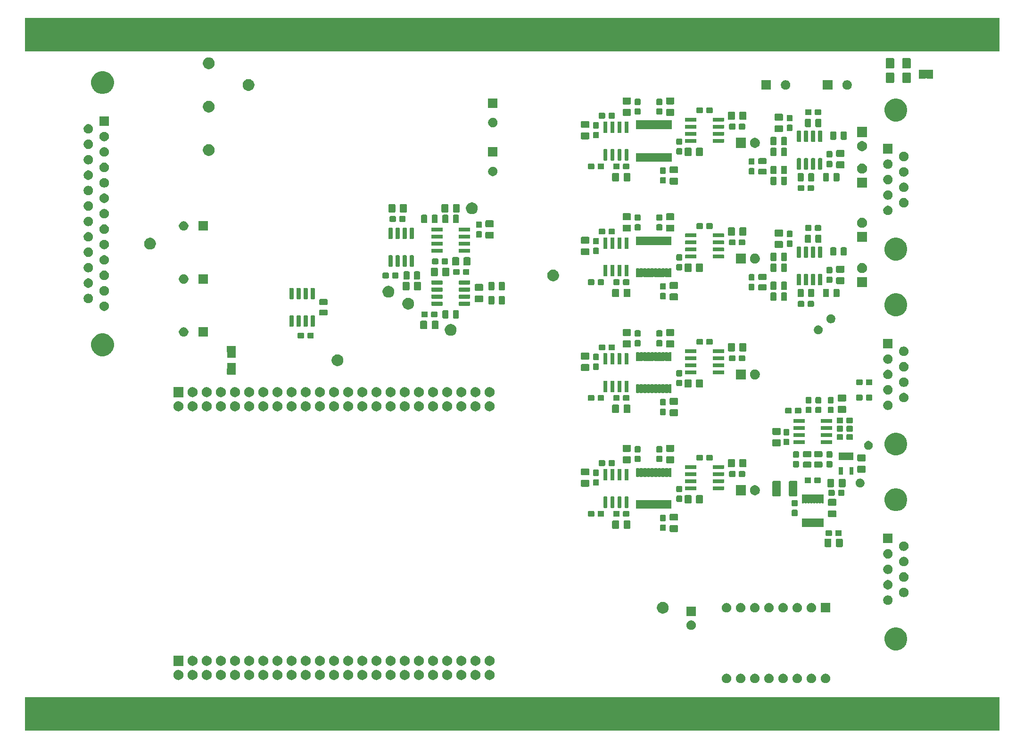
<source format=gbr>
G04 #@! TF.GenerationSoftware,KiCad,Pcbnew,5.1.6*
G04 #@! TF.CreationDate,2020-07-14T20:01:31+02:00*
G04 #@! TF.ProjectId,Mainboard,4d61696e-626f-4617-9264-2e6b69636164,rev?*
G04 #@! TF.SameCoordinates,Original*
G04 #@! TF.FileFunction,Soldermask,Top*
G04 #@! TF.FilePolarity,Negative*
%FSLAX46Y46*%
G04 Gerber Fmt 4.6, Leading zero omitted, Abs format (unit mm)*
G04 Created by KiCad (PCBNEW 5.1.6) date 2020-07-14 20:01:31*
%MOMM*%
%LPD*%
G01*
G04 APERTURE LIST*
%ADD10C,0.150000*%
G04 APERTURE END LIST*
D10*
G36*
X239000000Y-164000000D02*
G01*
X64000000Y-164000000D01*
X64000000Y-158000000D01*
X239000000Y-158000000D01*
X239000000Y-164000000D01*
G37*
G36*
X208033228Y-153791703D02*
G01*
X208188100Y-153855853D01*
X208327481Y-153948985D01*
X208446015Y-154067519D01*
X208539147Y-154206900D01*
X208603297Y-154361772D01*
X208636000Y-154526184D01*
X208636000Y-154693816D01*
X208603297Y-154858228D01*
X208539147Y-155013100D01*
X208446015Y-155152481D01*
X208327481Y-155271015D01*
X208188100Y-155364147D01*
X208033228Y-155428297D01*
X207868816Y-155461000D01*
X207701184Y-155461000D01*
X207536772Y-155428297D01*
X207381900Y-155364147D01*
X207242519Y-155271015D01*
X207123985Y-155152481D01*
X207030853Y-155013100D01*
X206966703Y-154858228D01*
X206934000Y-154693816D01*
X206934000Y-154526184D01*
X206966703Y-154361772D01*
X207030853Y-154206900D01*
X207123985Y-154067519D01*
X207242519Y-153948985D01*
X207381900Y-153855853D01*
X207536772Y-153791703D01*
X207701184Y-153759000D01*
X207868816Y-153759000D01*
X208033228Y-153791703D01*
G37*
G36*
X190253228Y-153791703D02*
G01*
X190408100Y-153855853D01*
X190547481Y-153948985D01*
X190666015Y-154067519D01*
X190759147Y-154206900D01*
X190823297Y-154361772D01*
X190856000Y-154526184D01*
X190856000Y-154693816D01*
X190823297Y-154858228D01*
X190759147Y-155013100D01*
X190666015Y-155152481D01*
X190547481Y-155271015D01*
X190408100Y-155364147D01*
X190253228Y-155428297D01*
X190088816Y-155461000D01*
X189921184Y-155461000D01*
X189756772Y-155428297D01*
X189601900Y-155364147D01*
X189462519Y-155271015D01*
X189343985Y-155152481D01*
X189250853Y-155013100D01*
X189186703Y-154858228D01*
X189154000Y-154693816D01*
X189154000Y-154526184D01*
X189186703Y-154361772D01*
X189250853Y-154206900D01*
X189343985Y-154067519D01*
X189462519Y-153948985D01*
X189601900Y-153855853D01*
X189756772Y-153791703D01*
X189921184Y-153759000D01*
X190088816Y-153759000D01*
X190253228Y-153791703D01*
G37*
G36*
X192793228Y-153791703D02*
G01*
X192948100Y-153855853D01*
X193087481Y-153948985D01*
X193206015Y-154067519D01*
X193299147Y-154206900D01*
X193363297Y-154361772D01*
X193396000Y-154526184D01*
X193396000Y-154693816D01*
X193363297Y-154858228D01*
X193299147Y-155013100D01*
X193206015Y-155152481D01*
X193087481Y-155271015D01*
X192948100Y-155364147D01*
X192793228Y-155428297D01*
X192628816Y-155461000D01*
X192461184Y-155461000D01*
X192296772Y-155428297D01*
X192141900Y-155364147D01*
X192002519Y-155271015D01*
X191883985Y-155152481D01*
X191790853Y-155013100D01*
X191726703Y-154858228D01*
X191694000Y-154693816D01*
X191694000Y-154526184D01*
X191726703Y-154361772D01*
X191790853Y-154206900D01*
X191883985Y-154067519D01*
X192002519Y-153948985D01*
X192141900Y-153855853D01*
X192296772Y-153791703D01*
X192461184Y-153759000D01*
X192628816Y-153759000D01*
X192793228Y-153791703D01*
G37*
G36*
X195333228Y-153791703D02*
G01*
X195488100Y-153855853D01*
X195627481Y-153948985D01*
X195746015Y-154067519D01*
X195839147Y-154206900D01*
X195903297Y-154361772D01*
X195936000Y-154526184D01*
X195936000Y-154693816D01*
X195903297Y-154858228D01*
X195839147Y-155013100D01*
X195746015Y-155152481D01*
X195627481Y-155271015D01*
X195488100Y-155364147D01*
X195333228Y-155428297D01*
X195168816Y-155461000D01*
X195001184Y-155461000D01*
X194836772Y-155428297D01*
X194681900Y-155364147D01*
X194542519Y-155271015D01*
X194423985Y-155152481D01*
X194330853Y-155013100D01*
X194266703Y-154858228D01*
X194234000Y-154693816D01*
X194234000Y-154526184D01*
X194266703Y-154361772D01*
X194330853Y-154206900D01*
X194423985Y-154067519D01*
X194542519Y-153948985D01*
X194681900Y-153855853D01*
X194836772Y-153791703D01*
X195001184Y-153759000D01*
X195168816Y-153759000D01*
X195333228Y-153791703D01*
G37*
G36*
X200413228Y-153791703D02*
G01*
X200568100Y-153855853D01*
X200707481Y-153948985D01*
X200826015Y-154067519D01*
X200919147Y-154206900D01*
X200983297Y-154361772D01*
X201016000Y-154526184D01*
X201016000Y-154693816D01*
X200983297Y-154858228D01*
X200919147Y-155013100D01*
X200826015Y-155152481D01*
X200707481Y-155271015D01*
X200568100Y-155364147D01*
X200413228Y-155428297D01*
X200248816Y-155461000D01*
X200081184Y-155461000D01*
X199916772Y-155428297D01*
X199761900Y-155364147D01*
X199622519Y-155271015D01*
X199503985Y-155152481D01*
X199410853Y-155013100D01*
X199346703Y-154858228D01*
X199314000Y-154693816D01*
X199314000Y-154526184D01*
X199346703Y-154361772D01*
X199410853Y-154206900D01*
X199503985Y-154067519D01*
X199622519Y-153948985D01*
X199761900Y-153855853D01*
X199916772Y-153791703D01*
X200081184Y-153759000D01*
X200248816Y-153759000D01*
X200413228Y-153791703D01*
G37*
G36*
X202953228Y-153791703D02*
G01*
X203108100Y-153855853D01*
X203247481Y-153948985D01*
X203366015Y-154067519D01*
X203459147Y-154206900D01*
X203523297Y-154361772D01*
X203556000Y-154526184D01*
X203556000Y-154693816D01*
X203523297Y-154858228D01*
X203459147Y-155013100D01*
X203366015Y-155152481D01*
X203247481Y-155271015D01*
X203108100Y-155364147D01*
X202953228Y-155428297D01*
X202788816Y-155461000D01*
X202621184Y-155461000D01*
X202456772Y-155428297D01*
X202301900Y-155364147D01*
X202162519Y-155271015D01*
X202043985Y-155152481D01*
X201950853Y-155013100D01*
X201886703Y-154858228D01*
X201854000Y-154693816D01*
X201854000Y-154526184D01*
X201886703Y-154361772D01*
X201950853Y-154206900D01*
X202043985Y-154067519D01*
X202162519Y-153948985D01*
X202301900Y-153855853D01*
X202456772Y-153791703D01*
X202621184Y-153759000D01*
X202788816Y-153759000D01*
X202953228Y-153791703D01*
G37*
G36*
X205493228Y-153791703D02*
G01*
X205648100Y-153855853D01*
X205787481Y-153948985D01*
X205906015Y-154067519D01*
X205999147Y-154206900D01*
X206063297Y-154361772D01*
X206096000Y-154526184D01*
X206096000Y-154693816D01*
X206063297Y-154858228D01*
X205999147Y-155013100D01*
X205906015Y-155152481D01*
X205787481Y-155271015D01*
X205648100Y-155364147D01*
X205493228Y-155428297D01*
X205328816Y-155461000D01*
X205161184Y-155461000D01*
X204996772Y-155428297D01*
X204841900Y-155364147D01*
X204702519Y-155271015D01*
X204583985Y-155152481D01*
X204490853Y-155013100D01*
X204426703Y-154858228D01*
X204394000Y-154693816D01*
X204394000Y-154526184D01*
X204426703Y-154361772D01*
X204490853Y-154206900D01*
X204583985Y-154067519D01*
X204702519Y-153948985D01*
X204841900Y-153855853D01*
X204996772Y-153791703D01*
X205161184Y-153759000D01*
X205328816Y-153759000D01*
X205493228Y-153791703D01*
G37*
G36*
X197873228Y-153791703D02*
G01*
X198028100Y-153855853D01*
X198167481Y-153948985D01*
X198286015Y-154067519D01*
X198379147Y-154206900D01*
X198443297Y-154361772D01*
X198476000Y-154526184D01*
X198476000Y-154693816D01*
X198443297Y-154858228D01*
X198379147Y-155013100D01*
X198286015Y-155152481D01*
X198167481Y-155271015D01*
X198028100Y-155364147D01*
X197873228Y-155428297D01*
X197708816Y-155461000D01*
X197541184Y-155461000D01*
X197376772Y-155428297D01*
X197221900Y-155364147D01*
X197082519Y-155271015D01*
X196963985Y-155152481D01*
X196870853Y-155013100D01*
X196806703Y-154858228D01*
X196774000Y-154693816D01*
X196774000Y-154526184D01*
X196806703Y-154361772D01*
X196870853Y-154206900D01*
X196963985Y-154067519D01*
X197082519Y-153948985D01*
X197221900Y-153855853D01*
X197376772Y-153791703D01*
X197541184Y-153759000D01*
X197708816Y-153759000D01*
X197873228Y-153791703D01*
G37*
G36*
X119633512Y-153078927D02*
G01*
X119782812Y-153108624D01*
X119946784Y-153176544D01*
X120094354Y-153275147D01*
X120219853Y-153400646D01*
X120318456Y-153548216D01*
X120386376Y-153712188D01*
X120421000Y-153886259D01*
X120421000Y-154063741D01*
X120386376Y-154237812D01*
X120318456Y-154401784D01*
X120219853Y-154549354D01*
X120094354Y-154674853D01*
X119946784Y-154773456D01*
X119782812Y-154841376D01*
X119633512Y-154871073D01*
X119608742Y-154876000D01*
X119431258Y-154876000D01*
X119406488Y-154871073D01*
X119257188Y-154841376D01*
X119093216Y-154773456D01*
X118945646Y-154674853D01*
X118820147Y-154549354D01*
X118721544Y-154401784D01*
X118653624Y-154237812D01*
X118619000Y-154063741D01*
X118619000Y-153886259D01*
X118653624Y-153712188D01*
X118721544Y-153548216D01*
X118820147Y-153400646D01*
X118945646Y-153275147D01*
X119093216Y-153176544D01*
X119257188Y-153108624D01*
X119406488Y-153078927D01*
X119431258Y-153074000D01*
X119608742Y-153074000D01*
X119633512Y-153078927D01*
G37*
G36*
X96773512Y-153078927D02*
G01*
X96922812Y-153108624D01*
X97086784Y-153176544D01*
X97234354Y-153275147D01*
X97359853Y-153400646D01*
X97458456Y-153548216D01*
X97526376Y-153712188D01*
X97561000Y-153886259D01*
X97561000Y-154063741D01*
X97526376Y-154237812D01*
X97458456Y-154401784D01*
X97359853Y-154549354D01*
X97234354Y-154674853D01*
X97086784Y-154773456D01*
X96922812Y-154841376D01*
X96773512Y-154871073D01*
X96748742Y-154876000D01*
X96571258Y-154876000D01*
X96546488Y-154871073D01*
X96397188Y-154841376D01*
X96233216Y-154773456D01*
X96085646Y-154674853D01*
X95960147Y-154549354D01*
X95861544Y-154401784D01*
X95793624Y-154237812D01*
X95759000Y-154063741D01*
X95759000Y-153886259D01*
X95793624Y-153712188D01*
X95861544Y-153548216D01*
X95960147Y-153400646D01*
X96085646Y-153275147D01*
X96233216Y-153176544D01*
X96397188Y-153108624D01*
X96546488Y-153078927D01*
X96571258Y-153074000D01*
X96748742Y-153074000D01*
X96773512Y-153078927D01*
G37*
G36*
X91693512Y-153078927D02*
G01*
X91842812Y-153108624D01*
X92006784Y-153176544D01*
X92154354Y-153275147D01*
X92279853Y-153400646D01*
X92378456Y-153548216D01*
X92446376Y-153712188D01*
X92481000Y-153886259D01*
X92481000Y-154063741D01*
X92446376Y-154237812D01*
X92378456Y-154401784D01*
X92279853Y-154549354D01*
X92154354Y-154674853D01*
X92006784Y-154773456D01*
X91842812Y-154841376D01*
X91693512Y-154871073D01*
X91668742Y-154876000D01*
X91491258Y-154876000D01*
X91466488Y-154871073D01*
X91317188Y-154841376D01*
X91153216Y-154773456D01*
X91005646Y-154674853D01*
X90880147Y-154549354D01*
X90781544Y-154401784D01*
X90713624Y-154237812D01*
X90679000Y-154063741D01*
X90679000Y-153886259D01*
X90713624Y-153712188D01*
X90781544Y-153548216D01*
X90880147Y-153400646D01*
X91005646Y-153275147D01*
X91153216Y-153176544D01*
X91317188Y-153108624D01*
X91466488Y-153078927D01*
X91491258Y-153074000D01*
X91668742Y-153074000D01*
X91693512Y-153078927D01*
G37*
G36*
X94233512Y-153078927D02*
G01*
X94382812Y-153108624D01*
X94546784Y-153176544D01*
X94694354Y-153275147D01*
X94819853Y-153400646D01*
X94918456Y-153548216D01*
X94986376Y-153712188D01*
X95021000Y-153886259D01*
X95021000Y-154063741D01*
X94986376Y-154237812D01*
X94918456Y-154401784D01*
X94819853Y-154549354D01*
X94694354Y-154674853D01*
X94546784Y-154773456D01*
X94382812Y-154841376D01*
X94233512Y-154871073D01*
X94208742Y-154876000D01*
X94031258Y-154876000D01*
X94006488Y-154871073D01*
X93857188Y-154841376D01*
X93693216Y-154773456D01*
X93545646Y-154674853D01*
X93420147Y-154549354D01*
X93321544Y-154401784D01*
X93253624Y-154237812D01*
X93219000Y-154063741D01*
X93219000Y-153886259D01*
X93253624Y-153712188D01*
X93321544Y-153548216D01*
X93420147Y-153400646D01*
X93545646Y-153275147D01*
X93693216Y-153176544D01*
X93857188Y-153108624D01*
X94006488Y-153078927D01*
X94031258Y-153074000D01*
X94208742Y-153074000D01*
X94233512Y-153078927D01*
G37*
G36*
X112013512Y-153078927D02*
G01*
X112162812Y-153108624D01*
X112326784Y-153176544D01*
X112474354Y-153275147D01*
X112599853Y-153400646D01*
X112698456Y-153548216D01*
X112766376Y-153712188D01*
X112801000Y-153886259D01*
X112801000Y-154063741D01*
X112766376Y-154237812D01*
X112698456Y-154401784D01*
X112599853Y-154549354D01*
X112474354Y-154674853D01*
X112326784Y-154773456D01*
X112162812Y-154841376D01*
X112013512Y-154871073D01*
X111988742Y-154876000D01*
X111811258Y-154876000D01*
X111786488Y-154871073D01*
X111637188Y-154841376D01*
X111473216Y-154773456D01*
X111325646Y-154674853D01*
X111200147Y-154549354D01*
X111101544Y-154401784D01*
X111033624Y-154237812D01*
X110999000Y-154063741D01*
X110999000Y-153886259D01*
X111033624Y-153712188D01*
X111101544Y-153548216D01*
X111200147Y-153400646D01*
X111325646Y-153275147D01*
X111473216Y-153176544D01*
X111637188Y-153108624D01*
X111786488Y-153078927D01*
X111811258Y-153074000D01*
X111988742Y-153074000D01*
X112013512Y-153078927D01*
G37*
G36*
X122173512Y-153078927D02*
G01*
X122322812Y-153108624D01*
X122486784Y-153176544D01*
X122634354Y-153275147D01*
X122759853Y-153400646D01*
X122858456Y-153548216D01*
X122926376Y-153712188D01*
X122961000Y-153886259D01*
X122961000Y-154063741D01*
X122926376Y-154237812D01*
X122858456Y-154401784D01*
X122759853Y-154549354D01*
X122634354Y-154674853D01*
X122486784Y-154773456D01*
X122322812Y-154841376D01*
X122173512Y-154871073D01*
X122148742Y-154876000D01*
X121971258Y-154876000D01*
X121946488Y-154871073D01*
X121797188Y-154841376D01*
X121633216Y-154773456D01*
X121485646Y-154674853D01*
X121360147Y-154549354D01*
X121261544Y-154401784D01*
X121193624Y-154237812D01*
X121159000Y-154063741D01*
X121159000Y-153886259D01*
X121193624Y-153712188D01*
X121261544Y-153548216D01*
X121360147Y-153400646D01*
X121485646Y-153275147D01*
X121633216Y-153176544D01*
X121797188Y-153108624D01*
X121946488Y-153078927D01*
X121971258Y-153074000D01*
X122148742Y-153074000D01*
X122173512Y-153078927D01*
G37*
G36*
X132333512Y-153078927D02*
G01*
X132482812Y-153108624D01*
X132646784Y-153176544D01*
X132794354Y-153275147D01*
X132919853Y-153400646D01*
X133018456Y-153548216D01*
X133086376Y-153712188D01*
X133121000Y-153886259D01*
X133121000Y-154063741D01*
X133086376Y-154237812D01*
X133018456Y-154401784D01*
X132919853Y-154549354D01*
X132794354Y-154674853D01*
X132646784Y-154773456D01*
X132482812Y-154841376D01*
X132333512Y-154871073D01*
X132308742Y-154876000D01*
X132131258Y-154876000D01*
X132106488Y-154871073D01*
X131957188Y-154841376D01*
X131793216Y-154773456D01*
X131645646Y-154674853D01*
X131520147Y-154549354D01*
X131421544Y-154401784D01*
X131353624Y-154237812D01*
X131319000Y-154063741D01*
X131319000Y-153886259D01*
X131353624Y-153712188D01*
X131421544Y-153548216D01*
X131520147Y-153400646D01*
X131645646Y-153275147D01*
X131793216Y-153176544D01*
X131957188Y-153108624D01*
X132106488Y-153078927D01*
X132131258Y-153074000D01*
X132308742Y-153074000D01*
X132333512Y-153078927D01*
G37*
G36*
X145033512Y-153078927D02*
G01*
X145182812Y-153108624D01*
X145346784Y-153176544D01*
X145494354Y-153275147D01*
X145619853Y-153400646D01*
X145718456Y-153548216D01*
X145786376Y-153712188D01*
X145821000Y-153886259D01*
X145821000Y-154063741D01*
X145786376Y-154237812D01*
X145718456Y-154401784D01*
X145619853Y-154549354D01*
X145494354Y-154674853D01*
X145346784Y-154773456D01*
X145182812Y-154841376D01*
X145033512Y-154871073D01*
X145008742Y-154876000D01*
X144831258Y-154876000D01*
X144806488Y-154871073D01*
X144657188Y-154841376D01*
X144493216Y-154773456D01*
X144345646Y-154674853D01*
X144220147Y-154549354D01*
X144121544Y-154401784D01*
X144053624Y-154237812D01*
X144019000Y-154063741D01*
X144019000Y-153886259D01*
X144053624Y-153712188D01*
X144121544Y-153548216D01*
X144220147Y-153400646D01*
X144345646Y-153275147D01*
X144493216Y-153176544D01*
X144657188Y-153108624D01*
X144806488Y-153078927D01*
X144831258Y-153074000D01*
X145008742Y-153074000D01*
X145033512Y-153078927D01*
G37*
G36*
X129793512Y-153078927D02*
G01*
X129942812Y-153108624D01*
X130106784Y-153176544D01*
X130254354Y-153275147D01*
X130379853Y-153400646D01*
X130478456Y-153548216D01*
X130546376Y-153712188D01*
X130581000Y-153886259D01*
X130581000Y-154063741D01*
X130546376Y-154237812D01*
X130478456Y-154401784D01*
X130379853Y-154549354D01*
X130254354Y-154674853D01*
X130106784Y-154773456D01*
X129942812Y-154841376D01*
X129793512Y-154871073D01*
X129768742Y-154876000D01*
X129591258Y-154876000D01*
X129566488Y-154871073D01*
X129417188Y-154841376D01*
X129253216Y-154773456D01*
X129105646Y-154674853D01*
X128980147Y-154549354D01*
X128881544Y-154401784D01*
X128813624Y-154237812D01*
X128779000Y-154063741D01*
X128779000Y-153886259D01*
X128813624Y-153712188D01*
X128881544Y-153548216D01*
X128980147Y-153400646D01*
X129105646Y-153275147D01*
X129253216Y-153176544D01*
X129417188Y-153108624D01*
X129566488Y-153078927D01*
X129591258Y-153074000D01*
X129768742Y-153074000D01*
X129793512Y-153078927D01*
G37*
G36*
X124713512Y-153078927D02*
G01*
X124862812Y-153108624D01*
X125026784Y-153176544D01*
X125174354Y-153275147D01*
X125299853Y-153400646D01*
X125398456Y-153548216D01*
X125466376Y-153712188D01*
X125501000Y-153886259D01*
X125501000Y-154063741D01*
X125466376Y-154237812D01*
X125398456Y-154401784D01*
X125299853Y-154549354D01*
X125174354Y-154674853D01*
X125026784Y-154773456D01*
X124862812Y-154841376D01*
X124713512Y-154871073D01*
X124688742Y-154876000D01*
X124511258Y-154876000D01*
X124486488Y-154871073D01*
X124337188Y-154841376D01*
X124173216Y-154773456D01*
X124025646Y-154674853D01*
X123900147Y-154549354D01*
X123801544Y-154401784D01*
X123733624Y-154237812D01*
X123699000Y-154063741D01*
X123699000Y-153886259D01*
X123733624Y-153712188D01*
X123801544Y-153548216D01*
X123900147Y-153400646D01*
X124025646Y-153275147D01*
X124173216Y-153176544D01*
X124337188Y-153108624D01*
X124486488Y-153078927D01*
X124511258Y-153074000D01*
X124688742Y-153074000D01*
X124713512Y-153078927D01*
G37*
G36*
X139953512Y-153078927D02*
G01*
X140102812Y-153108624D01*
X140266784Y-153176544D01*
X140414354Y-153275147D01*
X140539853Y-153400646D01*
X140638456Y-153548216D01*
X140706376Y-153712188D01*
X140741000Y-153886259D01*
X140741000Y-154063741D01*
X140706376Y-154237812D01*
X140638456Y-154401784D01*
X140539853Y-154549354D01*
X140414354Y-154674853D01*
X140266784Y-154773456D01*
X140102812Y-154841376D01*
X139953512Y-154871073D01*
X139928742Y-154876000D01*
X139751258Y-154876000D01*
X139726488Y-154871073D01*
X139577188Y-154841376D01*
X139413216Y-154773456D01*
X139265646Y-154674853D01*
X139140147Y-154549354D01*
X139041544Y-154401784D01*
X138973624Y-154237812D01*
X138939000Y-154063741D01*
X138939000Y-153886259D01*
X138973624Y-153712188D01*
X139041544Y-153548216D01*
X139140147Y-153400646D01*
X139265646Y-153275147D01*
X139413216Y-153176544D01*
X139577188Y-153108624D01*
X139726488Y-153078927D01*
X139751258Y-153074000D01*
X139928742Y-153074000D01*
X139953512Y-153078927D01*
G37*
G36*
X137413512Y-153078927D02*
G01*
X137562812Y-153108624D01*
X137726784Y-153176544D01*
X137874354Y-153275147D01*
X137999853Y-153400646D01*
X138098456Y-153548216D01*
X138166376Y-153712188D01*
X138201000Y-153886259D01*
X138201000Y-154063741D01*
X138166376Y-154237812D01*
X138098456Y-154401784D01*
X137999853Y-154549354D01*
X137874354Y-154674853D01*
X137726784Y-154773456D01*
X137562812Y-154841376D01*
X137413512Y-154871073D01*
X137388742Y-154876000D01*
X137211258Y-154876000D01*
X137186488Y-154871073D01*
X137037188Y-154841376D01*
X136873216Y-154773456D01*
X136725646Y-154674853D01*
X136600147Y-154549354D01*
X136501544Y-154401784D01*
X136433624Y-154237812D01*
X136399000Y-154063741D01*
X136399000Y-153886259D01*
X136433624Y-153712188D01*
X136501544Y-153548216D01*
X136600147Y-153400646D01*
X136725646Y-153275147D01*
X136873216Y-153176544D01*
X137037188Y-153108624D01*
X137186488Y-153078927D01*
X137211258Y-153074000D01*
X137388742Y-153074000D01*
X137413512Y-153078927D01*
G37*
G36*
X106933512Y-153078927D02*
G01*
X107082812Y-153108624D01*
X107246784Y-153176544D01*
X107394354Y-153275147D01*
X107519853Y-153400646D01*
X107618456Y-153548216D01*
X107686376Y-153712188D01*
X107721000Y-153886259D01*
X107721000Y-154063741D01*
X107686376Y-154237812D01*
X107618456Y-154401784D01*
X107519853Y-154549354D01*
X107394354Y-154674853D01*
X107246784Y-154773456D01*
X107082812Y-154841376D01*
X106933512Y-154871073D01*
X106908742Y-154876000D01*
X106731258Y-154876000D01*
X106706488Y-154871073D01*
X106557188Y-154841376D01*
X106393216Y-154773456D01*
X106245646Y-154674853D01*
X106120147Y-154549354D01*
X106021544Y-154401784D01*
X105953624Y-154237812D01*
X105919000Y-154063741D01*
X105919000Y-153886259D01*
X105953624Y-153712188D01*
X106021544Y-153548216D01*
X106120147Y-153400646D01*
X106245646Y-153275147D01*
X106393216Y-153176544D01*
X106557188Y-153108624D01*
X106706488Y-153078927D01*
X106731258Y-153074000D01*
X106908742Y-153074000D01*
X106933512Y-153078927D01*
G37*
G36*
X99313512Y-153078927D02*
G01*
X99462812Y-153108624D01*
X99626784Y-153176544D01*
X99774354Y-153275147D01*
X99899853Y-153400646D01*
X99998456Y-153548216D01*
X100066376Y-153712188D01*
X100101000Y-153886259D01*
X100101000Y-154063741D01*
X100066376Y-154237812D01*
X99998456Y-154401784D01*
X99899853Y-154549354D01*
X99774354Y-154674853D01*
X99626784Y-154773456D01*
X99462812Y-154841376D01*
X99313512Y-154871073D01*
X99288742Y-154876000D01*
X99111258Y-154876000D01*
X99086488Y-154871073D01*
X98937188Y-154841376D01*
X98773216Y-154773456D01*
X98625646Y-154674853D01*
X98500147Y-154549354D01*
X98401544Y-154401784D01*
X98333624Y-154237812D01*
X98299000Y-154063741D01*
X98299000Y-153886259D01*
X98333624Y-153712188D01*
X98401544Y-153548216D01*
X98500147Y-153400646D01*
X98625646Y-153275147D01*
X98773216Y-153176544D01*
X98937188Y-153108624D01*
X99086488Y-153078927D01*
X99111258Y-153074000D01*
X99288742Y-153074000D01*
X99313512Y-153078927D01*
G37*
G36*
X127253512Y-153078927D02*
G01*
X127402812Y-153108624D01*
X127566784Y-153176544D01*
X127714354Y-153275147D01*
X127839853Y-153400646D01*
X127938456Y-153548216D01*
X128006376Y-153712188D01*
X128041000Y-153886259D01*
X128041000Y-154063741D01*
X128006376Y-154237812D01*
X127938456Y-154401784D01*
X127839853Y-154549354D01*
X127714354Y-154674853D01*
X127566784Y-154773456D01*
X127402812Y-154841376D01*
X127253512Y-154871073D01*
X127228742Y-154876000D01*
X127051258Y-154876000D01*
X127026488Y-154871073D01*
X126877188Y-154841376D01*
X126713216Y-154773456D01*
X126565646Y-154674853D01*
X126440147Y-154549354D01*
X126341544Y-154401784D01*
X126273624Y-154237812D01*
X126239000Y-154063741D01*
X126239000Y-153886259D01*
X126273624Y-153712188D01*
X126341544Y-153548216D01*
X126440147Y-153400646D01*
X126565646Y-153275147D01*
X126713216Y-153176544D01*
X126877188Y-153108624D01*
X127026488Y-153078927D01*
X127051258Y-153074000D01*
X127228742Y-153074000D01*
X127253512Y-153078927D01*
G37*
G36*
X114553512Y-153078927D02*
G01*
X114702812Y-153108624D01*
X114866784Y-153176544D01*
X115014354Y-153275147D01*
X115139853Y-153400646D01*
X115238456Y-153548216D01*
X115306376Y-153712188D01*
X115341000Y-153886259D01*
X115341000Y-154063741D01*
X115306376Y-154237812D01*
X115238456Y-154401784D01*
X115139853Y-154549354D01*
X115014354Y-154674853D01*
X114866784Y-154773456D01*
X114702812Y-154841376D01*
X114553512Y-154871073D01*
X114528742Y-154876000D01*
X114351258Y-154876000D01*
X114326488Y-154871073D01*
X114177188Y-154841376D01*
X114013216Y-154773456D01*
X113865646Y-154674853D01*
X113740147Y-154549354D01*
X113641544Y-154401784D01*
X113573624Y-154237812D01*
X113539000Y-154063741D01*
X113539000Y-153886259D01*
X113573624Y-153712188D01*
X113641544Y-153548216D01*
X113740147Y-153400646D01*
X113865646Y-153275147D01*
X114013216Y-153176544D01*
X114177188Y-153108624D01*
X114326488Y-153078927D01*
X114351258Y-153074000D01*
X114528742Y-153074000D01*
X114553512Y-153078927D01*
G37*
G36*
X134873512Y-153078927D02*
G01*
X135022812Y-153108624D01*
X135186784Y-153176544D01*
X135334354Y-153275147D01*
X135459853Y-153400646D01*
X135558456Y-153548216D01*
X135626376Y-153712188D01*
X135661000Y-153886259D01*
X135661000Y-154063741D01*
X135626376Y-154237812D01*
X135558456Y-154401784D01*
X135459853Y-154549354D01*
X135334354Y-154674853D01*
X135186784Y-154773456D01*
X135022812Y-154841376D01*
X134873512Y-154871073D01*
X134848742Y-154876000D01*
X134671258Y-154876000D01*
X134646488Y-154871073D01*
X134497188Y-154841376D01*
X134333216Y-154773456D01*
X134185646Y-154674853D01*
X134060147Y-154549354D01*
X133961544Y-154401784D01*
X133893624Y-154237812D01*
X133859000Y-154063741D01*
X133859000Y-153886259D01*
X133893624Y-153712188D01*
X133961544Y-153548216D01*
X134060147Y-153400646D01*
X134185646Y-153275147D01*
X134333216Y-153176544D01*
X134497188Y-153108624D01*
X134646488Y-153078927D01*
X134671258Y-153074000D01*
X134848742Y-153074000D01*
X134873512Y-153078927D01*
G37*
G36*
X101853512Y-153078927D02*
G01*
X102002812Y-153108624D01*
X102166784Y-153176544D01*
X102314354Y-153275147D01*
X102439853Y-153400646D01*
X102538456Y-153548216D01*
X102606376Y-153712188D01*
X102641000Y-153886259D01*
X102641000Y-154063741D01*
X102606376Y-154237812D01*
X102538456Y-154401784D01*
X102439853Y-154549354D01*
X102314354Y-154674853D01*
X102166784Y-154773456D01*
X102002812Y-154841376D01*
X101853512Y-154871073D01*
X101828742Y-154876000D01*
X101651258Y-154876000D01*
X101626488Y-154871073D01*
X101477188Y-154841376D01*
X101313216Y-154773456D01*
X101165646Y-154674853D01*
X101040147Y-154549354D01*
X100941544Y-154401784D01*
X100873624Y-154237812D01*
X100839000Y-154063741D01*
X100839000Y-153886259D01*
X100873624Y-153712188D01*
X100941544Y-153548216D01*
X101040147Y-153400646D01*
X101165646Y-153275147D01*
X101313216Y-153176544D01*
X101477188Y-153108624D01*
X101626488Y-153078927D01*
X101651258Y-153074000D01*
X101828742Y-153074000D01*
X101853512Y-153078927D01*
G37*
G36*
X104393512Y-153078927D02*
G01*
X104542812Y-153108624D01*
X104706784Y-153176544D01*
X104854354Y-153275147D01*
X104979853Y-153400646D01*
X105078456Y-153548216D01*
X105146376Y-153712188D01*
X105181000Y-153886259D01*
X105181000Y-154063741D01*
X105146376Y-154237812D01*
X105078456Y-154401784D01*
X104979853Y-154549354D01*
X104854354Y-154674853D01*
X104706784Y-154773456D01*
X104542812Y-154841376D01*
X104393512Y-154871073D01*
X104368742Y-154876000D01*
X104191258Y-154876000D01*
X104166488Y-154871073D01*
X104017188Y-154841376D01*
X103853216Y-154773456D01*
X103705646Y-154674853D01*
X103580147Y-154549354D01*
X103481544Y-154401784D01*
X103413624Y-154237812D01*
X103379000Y-154063741D01*
X103379000Y-153886259D01*
X103413624Y-153712188D01*
X103481544Y-153548216D01*
X103580147Y-153400646D01*
X103705646Y-153275147D01*
X103853216Y-153176544D01*
X104017188Y-153108624D01*
X104166488Y-153078927D01*
X104191258Y-153074000D01*
X104368742Y-153074000D01*
X104393512Y-153078927D01*
G37*
G36*
X117093512Y-153078927D02*
G01*
X117242812Y-153108624D01*
X117406784Y-153176544D01*
X117554354Y-153275147D01*
X117679853Y-153400646D01*
X117778456Y-153548216D01*
X117846376Y-153712188D01*
X117881000Y-153886259D01*
X117881000Y-154063741D01*
X117846376Y-154237812D01*
X117778456Y-154401784D01*
X117679853Y-154549354D01*
X117554354Y-154674853D01*
X117406784Y-154773456D01*
X117242812Y-154841376D01*
X117093512Y-154871073D01*
X117068742Y-154876000D01*
X116891258Y-154876000D01*
X116866488Y-154871073D01*
X116717188Y-154841376D01*
X116553216Y-154773456D01*
X116405646Y-154674853D01*
X116280147Y-154549354D01*
X116181544Y-154401784D01*
X116113624Y-154237812D01*
X116079000Y-154063741D01*
X116079000Y-153886259D01*
X116113624Y-153712188D01*
X116181544Y-153548216D01*
X116280147Y-153400646D01*
X116405646Y-153275147D01*
X116553216Y-153176544D01*
X116717188Y-153108624D01*
X116866488Y-153078927D01*
X116891258Y-153074000D01*
X117068742Y-153074000D01*
X117093512Y-153078927D01*
G37*
G36*
X147573512Y-153078927D02*
G01*
X147722812Y-153108624D01*
X147886784Y-153176544D01*
X148034354Y-153275147D01*
X148159853Y-153400646D01*
X148258456Y-153548216D01*
X148326376Y-153712188D01*
X148361000Y-153886259D01*
X148361000Y-154063741D01*
X148326376Y-154237812D01*
X148258456Y-154401784D01*
X148159853Y-154549354D01*
X148034354Y-154674853D01*
X147886784Y-154773456D01*
X147722812Y-154841376D01*
X147573512Y-154871073D01*
X147548742Y-154876000D01*
X147371258Y-154876000D01*
X147346488Y-154871073D01*
X147197188Y-154841376D01*
X147033216Y-154773456D01*
X146885646Y-154674853D01*
X146760147Y-154549354D01*
X146661544Y-154401784D01*
X146593624Y-154237812D01*
X146559000Y-154063741D01*
X146559000Y-153886259D01*
X146593624Y-153712188D01*
X146661544Y-153548216D01*
X146760147Y-153400646D01*
X146885646Y-153275147D01*
X147033216Y-153176544D01*
X147197188Y-153108624D01*
X147346488Y-153078927D01*
X147371258Y-153074000D01*
X147548742Y-153074000D01*
X147573512Y-153078927D01*
G37*
G36*
X109473512Y-153078927D02*
G01*
X109622812Y-153108624D01*
X109786784Y-153176544D01*
X109934354Y-153275147D01*
X110059853Y-153400646D01*
X110158456Y-153548216D01*
X110226376Y-153712188D01*
X110261000Y-153886259D01*
X110261000Y-154063741D01*
X110226376Y-154237812D01*
X110158456Y-154401784D01*
X110059853Y-154549354D01*
X109934354Y-154674853D01*
X109786784Y-154773456D01*
X109622812Y-154841376D01*
X109473512Y-154871073D01*
X109448742Y-154876000D01*
X109271258Y-154876000D01*
X109246488Y-154871073D01*
X109097188Y-154841376D01*
X108933216Y-154773456D01*
X108785646Y-154674853D01*
X108660147Y-154549354D01*
X108561544Y-154401784D01*
X108493624Y-154237812D01*
X108459000Y-154063741D01*
X108459000Y-153886259D01*
X108493624Y-153712188D01*
X108561544Y-153548216D01*
X108660147Y-153400646D01*
X108785646Y-153275147D01*
X108933216Y-153176544D01*
X109097188Y-153108624D01*
X109246488Y-153078927D01*
X109271258Y-153074000D01*
X109448742Y-153074000D01*
X109473512Y-153078927D01*
G37*
G36*
X142493512Y-153078927D02*
G01*
X142642812Y-153108624D01*
X142806784Y-153176544D01*
X142954354Y-153275147D01*
X143079853Y-153400646D01*
X143178456Y-153548216D01*
X143246376Y-153712188D01*
X143281000Y-153886259D01*
X143281000Y-154063741D01*
X143246376Y-154237812D01*
X143178456Y-154401784D01*
X143079853Y-154549354D01*
X142954354Y-154674853D01*
X142806784Y-154773456D01*
X142642812Y-154841376D01*
X142493512Y-154871073D01*
X142468742Y-154876000D01*
X142291258Y-154876000D01*
X142266488Y-154871073D01*
X142117188Y-154841376D01*
X141953216Y-154773456D01*
X141805646Y-154674853D01*
X141680147Y-154549354D01*
X141581544Y-154401784D01*
X141513624Y-154237812D01*
X141479000Y-154063741D01*
X141479000Y-153886259D01*
X141513624Y-153712188D01*
X141581544Y-153548216D01*
X141680147Y-153400646D01*
X141805646Y-153275147D01*
X141953216Y-153176544D01*
X142117188Y-153108624D01*
X142266488Y-153078927D01*
X142291258Y-153074000D01*
X142468742Y-153074000D01*
X142493512Y-153078927D01*
G37*
G36*
X147573512Y-150538927D02*
G01*
X147722812Y-150568624D01*
X147886784Y-150636544D01*
X148034354Y-150735147D01*
X148159853Y-150860646D01*
X148258456Y-151008216D01*
X148326376Y-151172188D01*
X148361000Y-151346259D01*
X148361000Y-151523741D01*
X148326376Y-151697812D01*
X148258456Y-151861784D01*
X148159853Y-152009354D01*
X148034354Y-152134853D01*
X147886784Y-152233456D01*
X147722812Y-152301376D01*
X147573512Y-152331073D01*
X147548742Y-152336000D01*
X147371258Y-152336000D01*
X147346488Y-152331073D01*
X147197188Y-152301376D01*
X147033216Y-152233456D01*
X146885646Y-152134853D01*
X146760147Y-152009354D01*
X146661544Y-151861784D01*
X146593624Y-151697812D01*
X146559000Y-151523741D01*
X146559000Y-151346259D01*
X146593624Y-151172188D01*
X146661544Y-151008216D01*
X146760147Y-150860646D01*
X146885646Y-150735147D01*
X147033216Y-150636544D01*
X147197188Y-150568624D01*
X147346488Y-150538927D01*
X147371258Y-150534000D01*
X147548742Y-150534000D01*
X147573512Y-150538927D01*
G37*
G36*
X117093512Y-150538927D02*
G01*
X117242812Y-150568624D01*
X117406784Y-150636544D01*
X117554354Y-150735147D01*
X117679853Y-150860646D01*
X117778456Y-151008216D01*
X117846376Y-151172188D01*
X117881000Y-151346259D01*
X117881000Y-151523741D01*
X117846376Y-151697812D01*
X117778456Y-151861784D01*
X117679853Y-152009354D01*
X117554354Y-152134853D01*
X117406784Y-152233456D01*
X117242812Y-152301376D01*
X117093512Y-152331073D01*
X117068742Y-152336000D01*
X116891258Y-152336000D01*
X116866488Y-152331073D01*
X116717188Y-152301376D01*
X116553216Y-152233456D01*
X116405646Y-152134853D01*
X116280147Y-152009354D01*
X116181544Y-151861784D01*
X116113624Y-151697812D01*
X116079000Y-151523741D01*
X116079000Y-151346259D01*
X116113624Y-151172188D01*
X116181544Y-151008216D01*
X116280147Y-150860646D01*
X116405646Y-150735147D01*
X116553216Y-150636544D01*
X116717188Y-150568624D01*
X116866488Y-150538927D01*
X116891258Y-150534000D01*
X117068742Y-150534000D01*
X117093512Y-150538927D01*
G37*
G36*
X145033512Y-150538927D02*
G01*
X145182812Y-150568624D01*
X145346784Y-150636544D01*
X145494354Y-150735147D01*
X145619853Y-150860646D01*
X145718456Y-151008216D01*
X145786376Y-151172188D01*
X145821000Y-151346259D01*
X145821000Y-151523741D01*
X145786376Y-151697812D01*
X145718456Y-151861784D01*
X145619853Y-152009354D01*
X145494354Y-152134853D01*
X145346784Y-152233456D01*
X145182812Y-152301376D01*
X145033512Y-152331073D01*
X145008742Y-152336000D01*
X144831258Y-152336000D01*
X144806488Y-152331073D01*
X144657188Y-152301376D01*
X144493216Y-152233456D01*
X144345646Y-152134853D01*
X144220147Y-152009354D01*
X144121544Y-151861784D01*
X144053624Y-151697812D01*
X144019000Y-151523741D01*
X144019000Y-151346259D01*
X144053624Y-151172188D01*
X144121544Y-151008216D01*
X144220147Y-150860646D01*
X144345646Y-150735147D01*
X144493216Y-150636544D01*
X144657188Y-150568624D01*
X144806488Y-150538927D01*
X144831258Y-150534000D01*
X145008742Y-150534000D01*
X145033512Y-150538927D01*
G37*
G36*
X114553512Y-150538927D02*
G01*
X114702812Y-150568624D01*
X114866784Y-150636544D01*
X115014354Y-150735147D01*
X115139853Y-150860646D01*
X115238456Y-151008216D01*
X115306376Y-151172188D01*
X115341000Y-151346259D01*
X115341000Y-151523741D01*
X115306376Y-151697812D01*
X115238456Y-151861784D01*
X115139853Y-152009354D01*
X115014354Y-152134853D01*
X114866784Y-152233456D01*
X114702812Y-152301376D01*
X114553512Y-152331073D01*
X114528742Y-152336000D01*
X114351258Y-152336000D01*
X114326488Y-152331073D01*
X114177188Y-152301376D01*
X114013216Y-152233456D01*
X113865646Y-152134853D01*
X113740147Y-152009354D01*
X113641544Y-151861784D01*
X113573624Y-151697812D01*
X113539000Y-151523741D01*
X113539000Y-151346259D01*
X113573624Y-151172188D01*
X113641544Y-151008216D01*
X113740147Y-150860646D01*
X113865646Y-150735147D01*
X114013216Y-150636544D01*
X114177188Y-150568624D01*
X114326488Y-150538927D01*
X114351258Y-150534000D01*
X114528742Y-150534000D01*
X114553512Y-150538927D01*
G37*
G36*
X112013512Y-150538927D02*
G01*
X112162812Y-150568624D01*
X112326784Y-150636544D01*
X112474354Y-150735147D01*
X112599853Y-150860646D01*
X112698456Y-151008216D01*
X112766376Y-151172188D01*
X112801000Y-151346259D01*
X112801000Y-151523741D01*
X112766376Y-151697812D01*
X112698456Y-151861784D01*
X112599853Y-152009354D01*
X112474354Y-152134853D01*
X112326784Y-152233456D01*
X112162812Y-152301376D01*
X112013512Y-152331073D01*
X111988742Y-152336000D01*
X111811258Y-152336000D01*
X111786488Y-152331073D01*
X111637188Y-152301376D01*
X111473216Y-152233456D01*
X111325646Y-152134853D01*
X111200147Y-152009354D01*
X111101544Y-151861784D01*
X111033624Y-151697812D01*
X110999000Y-151523741D01*
X110999000Y-151346259D01*
X111033624Y-151172188D01*
X111101544Y-151008216D01*
X111200147Y-150860646D01*
X111325646Y-150735147D01*
X111473216Y-150636544D01*
X111637188Y-150568624D01*
X111786488Y-150538927D01*
X111811258Y-150534000D01*
X111988742Y-150534000D01*
X112013512Y-150538927D01*
G37*
G36*
X96773512Y-150538927D02*
G01*
X96922812Y-150568624D01*
X97086784Y-150636544D01*
X97234354Y-150735147D01*
X97359853Y-150860646D01*
X97458456Y-151008216D01*
X97526376Y-151172188D01*
X97561000Y-151346259D01*
X97561000Y-151523741D01*
X97526376Y-151697812D01*
X97458456Y-151861784D01*
X97359853Y-152009354D01*
X97234354Y-152134853D01*
X97086784Y-152233456D01*
X96922812Y-152301376D01*
X96773512Y-152331073D01*
X96748742Y-152336000D01*
X96571258Y-152336000D01*
X96546488Y-152331073D01*
X96397188Y-152301376D01*
X96233216Y-152233456D01*
X96085646Y-152134853D01*
X95960147Y-152009354D01*
X95861544Y-151861784D01*
X95793624Y-151697812D01*
X95759000Y-151523741D01*
X95759000Y-151346259D01*
X95793624Y-151172188D01*
X95861544Y-151008216D01*
X95960147Y-150860646D01*
X96085646Y-150735147D01*
X96233216Y-150636544D01*
X96397188Y-150568624D01*
X96546488Y-150538927D01*
X96571258Y-150534000D01*
X96748742Y-150534000D01*
X96773512Y-150538927D01*
G37*
G36*
X94233512Y-150538927D02*
G01*
X94382812Y-150568624D01*
X94546784Y-150636544D01*
X94694354Y-150735147D01*
X94819853Y-150860646D01*
X94918456Y-151008216D01*
X94986376Y-151172188D01*
X95021000Y-151346259D01*
X95021000Y-151523741D01*
X94986376Y-151697812D01*
X94918456Y-151861784D01*
X94819853Y-152009354D01*
X94694354Y-152134853D01*
X94546784Y-152233456D01*
X94382812Y-152301376D01*
X94233512Y-152331073D01*
X94208742Y-152336000D01*
X94031258Y-152336000D01*
X94006488Y-152331073D01*
X93857188Y-152301376D01*
X93693216Y-152233456D01*
X93545646Y-152134853D01*
X93420147Y-152009354D01*
X93321544Y-151861784D01*
X93253624Y-151697812D01*
X93219000Y-151523741D01*
X93219000Y-151346259D01*
X93253624Y-151172188D01*
X93321544Y-151008216D01*
X93420147Y-150860646D01*
X93545646Y-150735147D01*
X93693216Y-150636544D01*
X93857188Y-150568624D01*
X94006488Y-150538927D01*
X94031258Y-150534000D01*
X94208742Y-150534000D01*
X94233512Y-150538927D01*
G37*
G36*
X99313512Y-150538927D02*
G01*
X99462812Y-150568624D01*
X99626784Y-150636544D01*
X99774354Y-150735147D01*
X99899853Y-150860646D01*
X99998456Y-151008216D01*
X100066376Y-151172188D01*
X100101000Y-151346259D01*
X100101000Y-151523741D01*
X100066376Y-151697812D01*
X99998456Y-151861784D01*
X99899853Y-152009354D01*
X99774354Y-152134853D01*
X99626784Y-152233456D01*
X99462812Y-152301376D01*
X99313512Y-152331073D01*
X99288742Y-152336000D01*
X99111258Y-152336000D01*
X99086488Y-152331073D01*
X98937188Y-152301376D01*
X98773216Y-152233456D01*
X98625646Y-152134853D01*
X98500147Y-152009354D01*
X98401544Y-151861784D01*
X98333624Y-151697812D01*
X98299000Y-151523741D01*
X98299000Y-151346259D01*
X98333624Y-151172188D01*
X98401544Y-151008216D01*
X98500147Y-150860646D01*
X98625646Y-150735147D01*
X98773216Y-150636544D01*
X98937188Y-150568624D01*
X99086488Y-150538927D01*
X99111258Y-150534000D01*
X99288742Y-150534000D01*
X99313512Y-150538927D01*
G37*
G36*
X92481000Y-152336000D02*
G01*
X90679000Y-152336000D01*
X90679000Y-150534000D01*
X92481000Y-150534000D01*
X92481000Y-152336000D01*
G37*
G36*
X104393512Y-150538927D02*
G01*
X104542812Y-150568624D01*
X104706784Y-150636544D01*
X104854354Y-150735147D01*
X104979853Y-150860646D01*
X105078456Y-151008216D01*
X105146376Y-151172188D01*
X105181000Y-151346259D01*
X105181000Y-151523741D01*
X105146376Y-151697812D01*
X105078456Y-151861784D01*
X104979853Y-152009354D01*
X104854354Y-152134853D01*
X104706784Y-152233456D01*
X104542812Y-152301376D01*
X104393512Y-152331073D01*
X104368742Y-152336000D01*
X104191258Y-152336000D01*
X104166488Y-152331073D01*
X104017188Y-152301376D01*
X103853216Y-152233456D01*
X103705646Y-152134853D01*
X103580147Y-152009354D01*
X103481544Y-151861784D01*
X103413624Y-151697812D01*
X103379000Y-151523741D01*
X103379000Y-151346259D01*
X103413624Y-151172188D01*
X103481544Y-151008216D01*
X103580147Y-150860646D01*
X103705646Y-150735147D01*
X103853216Y-150636544D01*
X104017188Y-150568624D01*
X104166488Y-150538927D01*
X104191258Y-150534000D01*
X104368742Y-150534000D01*
X104393512Y-150538927D01*
G37*
G36*
X122173512Y-150538927D02*
G01*
X122322812Y-150568624D01*
X122486784Y-150636544D01*
X122634354Y-150735147D01*
X122759853Y-150860646D01*
X122858456Y-151008216D01*
X122926376Y-151172188D01*
X122961000Y-151346259D01*
X122961000Y-151523741D01*
X122926376Y-151697812D01*
X122858456Y-151861784D01*
X122759853Y-152009354D01*
X122634354Y-152134853D01*
X122486784Y-152233456D01*
X122322812Y-152301376D01*
X122173512Y-152331073D01*
X122148742Y-152336000D01*
X121971258Y-152336000D01*
X121946488Y-152331073D01*
X121797188Y-152301376D01*
X121633216Y-152233456D01*
X121485646Y-152134853D01*
X121360147Y-152009354D01*
X121261544Y-151861784D01*
X121193624Y-151697812D01*
X121159000Y-151523741D01*
X121159000Y-151346259D01*
X121193624Y-151172188D01*
X121261544Y-151008216D01*
X121360147Y-150860646D01*
X121485646Y-150735147D01*
X121633216Y-150636544D01*
X121797188Y-150568624D01*
X121946488Y-150538927D01*
X121971258Y-150534000D01*
X122148742Y-150534000D01*
X122173512Y-150538927D01*
G37*
G36*
X127253512Y-150538927D02*
G01*
X127402812Y-150568624D01*
X127566784Y-150636544D01*
X127714354Y-150735147D01*
X127839853Y-150860646D01*
X127938456Y-151008216D01*
X128006376Y-151172188D01*
X128041000Y-151346259D01*
X128041000Y-151523741D01*
X128006376Y-151697812D01*
X127938456Y-151861784D01*
X127839853Y-152009354D01*
X127714354Y-152134853D01*
X127566784Y-152233456D01*
X127402812Y-152301376D01*
X127253512Y-152331073D01*
X127228742Y-152336000D01*
X127051258Y-152336000D01*
X127026488Y-152331073D01*
X126877188Y-152301376D01*
X126713216Y-152233456D01*
X126565646Y-152134853D01*
X126440147Y-152009354D01*
X126341544Y-151861784D01*
X126273624Y-151697812D01*
X126239000Y-151523741D01*
X126239000Y-151346259D01*
X126273624Y-151172188D01*
X126341544Y-151008216D01*
X126440147Y-150860646D01*
X126565646Y-150735147D01*
X126713216Y-150636544D01*
X126877188Y-150568624D01*
X127026488Y-150538927D01*
X127051258Y-150534000D01*
X127228742Y-150534000D01*
X127253512Y-150538927D01*
G37*
G36*
X124713512Y-150538927D02*
G01*
X124862812Y-150568624D01*
X125026784Y-150636544D01*
X125174354Y-150735147D01*
X125299853Y-150860646D01*
X125398456Y-151008216D01*
X125466376Y-151172188D01*
X125501000Y-151346259D01*
X125501000Y-151523741D01*
X125466376Y-151697812D01*
X125398456Y-151861784D01*
X125299853Y-152009354D01*
X125174354Y-152134853D01*
X125026784Y-152233456D01*
X124862812Y-152301376D01*
X124713512Y-152331073D01*
X124688742Y-152336000D01*
X124511258Y-152336000D01*
X124486488Y-152331073D01*
X124337188Y-152301376D01*
X124173216Y-152233456D01*
X124025646Y-152134853D01*
X123900147Y-152009354D01*
X123801544Y-151861784D01*
X123733624Y-151697812D01*
X123699000Y-151523741D01*
X123699000Y-151346259D01*
X123733624Y-151172188D01*
X123801544Y-151008216D01*
X123900147Y-150860646D01*
X124025646Y-150735147D01*
X124173216Y-150636544D01*
X124337188Y-150568624D01*
X124486488Y-150538927D01*
X124511258Y-150534000D01*
X124688742Y-150534000D01*
X124713512Y-150538927D01*
G37*
G36*
X101853512Y-150538927D02*
G01*
X102002812Y-150568624D01*
X102166784Y-150636544D01*
X102314354Y-150735147D01*
X102439853Y-150860646D01*
X102538456Y-151008216D01*
X102606376Y-151172188D01*
X102641000Y-151346259D01*
X102641000Y-151523741D01*
X102606376Y-151697812D01*
X102538456Y-151861784D01*
X102439853Y-152009354D01*
X102314354Y-152134853D01*
X102166784Y-152233456D01*
X102002812Y-152301376D01*
X101853512Y-152331073D01*
X101828742Y-152336000D01*
X101651258Y-152336000D01*
X101626488Y-152331073D01*
X101477188Y-152301376D01*
X101313216Y-152233456D01*
X101165646Y-152134853D01*
X101040147Y-152009354D01*
X100941544Y-151861784D01*
X100873624Y-151697812D01*
X100839000Y-151523741D01*
X100839000Y-151346259D01*
X100873624Y-151172188D01*
X100941544Y-151008216D01*
X101040147Y-150860646D01*
X101165646Y-150735147D01*
X101313216Y-150636544D01*
X101477188Y-150568624D01*
X101626488Y-150538927D01*
X101651258Y-150534000D01*
X101828742Y-150534000D01*
X101853512Y-150538927D01*
G37*
G36*
X134873512Y-150538927D02*
G01*
X135022812Y-150568624D01*
X135186784Y-150636544D01*
X135334354Y-150735147D01*
X135459853Y-150860646D01*
X135558456Y-151008216D01*
X135626376Y-151172188D01*
X135661000Y-151346259D01*
X135661000Y-151523741D01*
X135626376Y-151697812D01*
X135558456Y-151861784D01*
X135459853Y-152009354D01*
X135334354Y-152134853D01*
X135186784Y-152233456D01*
X135022812Y-152301376D01*
X134873512Y-152331073D01*
X134848742Y-152336000D01*
X134671258Y-152336000D01*
X134646488Y-152331073D01*
X134497188Y-152301376D01*
X134333216Y-152233456D01*
X134185646Y-152134853D01*
X134060147Y-152009354D01*
X133961544Y-151861784D01*
X133893624Y-151697812D01*
X133859000Y-151523741D01*
X133859000Y-151346259D01*
X133893624Y-151172188D01*
X133961544Y-151008216D01*
X134060147Y-150860646D01*
X134185646Y-150735147D01*
X134333216Y-150636544D01*
X134497188Y-150568624D01*
X134646488Y-150538927D01*
X134671258Y-150534000D01*
X134848742Y-150534000D01*
X134873512Y-150538927D01*
G37*
G36*
X109473512Y-150538927D02*
G01*
X109622812Y-150568624D01*
X109786784Y-150636544D01*
X109934354Y-150735147D01*
X110059853Y-150860646D01*
X110158456Y-151008216D01*
X110226376Y-151172188D01*
X110261000Y-151346259D01*
X110261000Y-151523741D01*
X110226376Y-151697812D01*
X110158456Y-151861784D01*
X110059853Y-152009354D01*
X109934354Y-152134853D01*
X109786784Y-152233456D01*
X109622812Y-152301376D01*
X109473512Y-152331073D01*
X109448742Y-152336000D01*
X109271258Y-152336000D01*
X109246488Y-152331073D01*
X109097188Y-152301376D01*
X108933216Y-152233456D01*
X108785646Y-152134853D01*
X108660147Y-152009354D01*
X108561544Y-151861784D01*
X108493624Y-151697812D01*
X108459000Y-151523741D01*
X108459000Y-151346259D01*
X108493624Y-151172188D01*
X108561544Y-151008216D01*
X108660147Y-150860646D01*
X108785646Y-150735147D01*
X108933216Y-150636544D01*
X109097188Y-150568624D01*
X109246488Y-150538927D01*
X109271258Y-150534000D01*
X109448742Y-150534000D01*
X109473512Y-150538927D01*
G37*
G36*
X139953512Y-150538927D02*
G01*
X140102812Y-150568624D01*
X140266784Y-150636544D01*
X140414354Y-150735147D01*
X140539853Y-150860646D01*
X140638456Y-151008216D01*
X140706376Y-151172188D01*
X140741000Y-151346259D01*
X140741000Y-151523741D01*
X140706376Y-151697812D01*
X140638456Y-151861784D01*
X140539853Y-152009354D01*
X140414354Y-152134853D01*
X140266784Y-152233456D01*
X140102812Y-152301376D01*
X139953512Y-152331073D01*
X139928742Y-152336000D01*
X139751258Y-152336000D01*
X139726488Y-152331073D01*
X139577188Y-152301376D01*
X139413216Y-152233456D01*
X139265646Y-152134853D01*
X139140147Y-152009354D01*
X139041544Y-151861784D01*
X138973624Y-151697812D01*
X138939000Y-151523741D01*
X138939000Y-151346259D01*
X138973624Y-151172188D01*
X139041544Y-151008216D01*
X139140147Y-150860646D01*
X139265646Y-150735147D01*
X139413216Y-150636544D01*
X139577188Y-150568624D01*
X139726488Y-150538927D01*
X139751258Y-150534000D01*
X139928742Y-150534000D01*
X139953512Y-150538927D01*
G37*
G36*
X142493512Y-150538927D02*
G01*
X142642812Y-150568624D01*
X142806784Y-150636544D01*
X142954354Y-150735147D01*
X143079853Y-150860646D01*
X143178456Y-151008216D01*
X143246376Y-151172188D01*
X143281000Y-151346259D01*
X143281000Y-151523741D01*
X143246376Y-151697812D01*
X143178456Y-151861784D01*
X143079853Y-152009354D01*
X142954354Y-152134853D01*
X142806784Y-152233456D01*
X142642812Y-152301376D01*
X142493512Y-152331073D01*
X142468742Y-152336000D01*
X142291258Y-152336000D01*
X142266488Y-152331073D01*
X142117188Y-152301376D01*
X141953216Y-152233456D01*
X141805646Y-152134853D01*
X141680147Y-152009354D01*
X141581544Y-151861784D01*
X141513624Y-151697812D01*
X141479000Y-151523741D01*
X141479000Y-151346259D01*
X141513624Y-151172188D01*
X141581544Y-151008216D01*
X141680147Y-150860646D01*
X141805646Y-150735147D01*
X141953216Y-150636544D01*
X142117188Y-150568624D01*
X142266488Y-150538927D01*
X142291258Y-150534000D01*
X142468742Y-150534000D01*
X142493512Y-150538927D01*
G37*
G36*
X129793512Y-150538927D02*
G01*
X129942812Y-150568624D01*
X130106784Y-150636544D01*
X130254354Y-150735147D01*
X130379853Y-150860646D01*
X130478456Y-151008216D01*
X130546376Y-151172188D01*
X130581000Y-151346259D01*
X130581000Y-151523741D01*
X130546376Y-151697812D01*
X130478456Y-151861784D01*
X130379853Y-152009354D01*
X130254354Y-152134853D01*
X130106784Y-152233456D01*
X129942812Y-152301376D01*
X129793512Y-152331073D01*
X129768742Y-152336000D01*
X129591258Y-152336000D01*
X129566488Y-152331073D01*
X129417188Y-152301376D01*
X129253216Y-152233456D01*
X129105646Y-152134853D01*
X128980147Y-152009354D01*
X128881544Y-151861784D01*
X128813624Y-151697812D01*
X128779000Y-151523741D01*
X128779000Y-151346259D01*
X128813624Y-151172188D01*
X128881544Y-151008216D01*
X128980147Y-150860646D01*
X129105646Y-150735147D01*
X129253216Y-150636544D01*
X129417188Y-150568624D01*
X129566488Y-150538927D01*
X129591258Y-150534000D01*
X129768742Y-150534000D01*
X129793512Y-150538927D01*
G37*
G36*
X119633512Y-150538927D02*
G01*
X119782812Y-150568624D01*
X119946784Y-150636544D01*
X120094354Y-150735147D01*
X120219853Y-150860646D01*
X120318456Y-151008216D01*
X120386376Y-151172188D01*
X120421000Y-151346259D01*
X120421000Y-151523741D01*
X120386376Y-151697812D01*
X120318456Y-151861784D01*
X120219853Y-152009354D01*
X120094354Y-152134853D01*
X119946784Y-152233456D01*
X119782812Y-152301376D01*
X119633512Y-152331073D01*
X119608742Y-152336000D01*
X119431258Y-152336000D01*
X119406488Y-152331073D01*
X119257188Y-152301376D01*
X119093216Y-152233456D01*
X118945646Y-152134853D01*
X118820147Y-152009354D01*
X118721544Y-151861784D01*
X118653624Y-151697812D01*
X118619000Y-151523741D01*
X118619000Y-151346259D01*
X118653624Y-151172188D01*
X118721544Y-151008216D01*
X118820147Y-150860646D01*
X118945646Y-150735147D01*
X119093216Y-150636544D01*
X119257188Y-150568624D01*
X119406488Y-150538927D01*
X119431258Y-150534000D01*
X119608742Y-150534000D01*
X119633512Y-150538927D01*
G37*
G36*
X132333512Y-150538927D02*
G01*
X132482812Y-150568624D01*
X132646784Y-150636544D01*
X132794354Y-150735147D01*
X132919853Y-150860646D01*
X133018456Y-151008216D01*
X133086376Y-151172188D01*
X133121000Y-151346259D01*
X133121000Y-151523741D01*
X133086376Y-151697812D01*
X133018456Y-151861784D01*
X132919853Y-152009354D01*
X132794354Y-152134853D01*
X132646784Y-152233456D01*
X132482812Y-152301376D01*
X132333512Y-152331073D01*
X132308742Y-152336000D01*
X132131258Y-152336000D01*
X132106488Y-152331073D01*
X131957188Y-152301376D01*
X131793216Y-152233456D01*
X131645646Y-152134853D01*
X131520147Y-152009354D01*
X131421544Y-151861784D01*
X131353624Y-151697812D01*
X131319000Y-151523741D01*
X131319000Y-151346259D01*
X131353624Y-151172188D01*
X131421544Y-151008216D01*
X131520147Y-150860646D01*
X131645646Y-150735147D01*
X131793216Y-150636544D01*
X131957188Y-150568624D01*
X132106488Y-150538927D01*
X132131258Y-150534000D01*
X132308742Y-150534000D01*
X132333512Y-150538927D01*
G37*
G36*
X137413512Y-150538927D02*
G01*
X137562812Y-150568624D01*
X137726784Y-150636544D01*
X137874354Y-150735147D01*
X137999853Y-150860646D01*
X138098456Y-151008216D01*
X138166376Y-151172188D01*
X138201000Y-151346259D01*
X138201000Y-151523741D01*
X138166376Y-151697812D01*
X138098456Y-151861784D01*
X137999853Y-152009354D01*
X137874354Y-152134853D01*
X137726784Y-152233456D01*
X137562812Y-152301376D01*
X137413512Y-152331073D01*
X137388742Y-152336000D01*
X137211258Y-152336000D01*
X137186488Y-152331073D01*
X137037188Y-152301376D01*
X136873216Y-152233456D01*
X136725646Y-152134853D01*
X136600147Y-152009354D01*
X136501544Y-151861784D01*
X136433624Y-151697812D01*
X136399000Y-151523741D01*
X136399000Y-151346259D01*
X136433624Y-151172188D01*
X136501544Y-151008216D01*
X136600147Y-150860646D01*
X136725646Y-150735147D01*
X136873216Y-150636544D01*
X137037188Y-150568624D01*
X137186488Y-150538927D01*
X137211258Y-150534000D01*
X137388742Y-150534000D01*
X137413512Y-150538927D01*
G37*
G36*
X106933512Y-150538927D02*
G01*
X107082812Y-150568624D01*
X107246784Y-150636544D01*
X107394354Y-150735147D01*
X107519853Y-150860646D01*
X107618456Y-151008216D01*
X107686376Y-151172188D01*
X107721000Y-151346259D01*
X107721000Y-151523741D01*
X107686376Y-151697812D01*
X107618456Y-151861784D01*
X107519853Y-152009354D01*
X107394354Y-152134853D01*
X107246784Y-152233456D01*
X107082812Y-152301376D01*
X106933512Y-152331073D01*
X106908742Y-152336000D01*
X106731258Y-152336000D01*
X106706488Y-152331073D01*
X106557188Y-152301376D01*
X106393216Y-152233456D01*
X106245646Y-152134853D01*
X106120147Y-152009354D01*
X106021544Y-151861784D01*
X105953624Y-151697812D01*
X105919000Y-151523741D01*
X105919000Y-151346259D01*
X105953624Y-151172188D01*
X106021544Y-151008216D01*
X106120147Y-150860646D01*
X106245646Y-150735147D01*
X106393216Y-150636544D01*
X106557188Y-150568624D01*
X106706488Y-150538927D01*
X106731258Y-150534000D01*
X106908742Y-150534000D01*
X106933512Y-150538927D01*
G37*
G36*
X221018254Y-145527818D02*
G01*
X221391511Y-145682426D01*
X221391513Y-145682427D01*
X221711147Y-145896000D01*
X221727436Y-145906884D01*
X222013116Y-146192564D01*
X222237574Y-146528489D01*
X222392182Y-146901746D01*
X222471000Y-147297993D01*
X222471000Y-147702007D01*
X222392182Y-148098254D01*
X222237574Y-148471511D01*
X222237573Y-148471513D01*
X222013116Y-148807436D01*
X221727436Y-149093116D01*
X221391513Y-149317573D01*
X221391512Y-149317574D01*
X221391511Y-149317574D01*
X221018254Y-149472182D01*
X220622007Y-149551000D01*
X220217993Y-149551000D01*
X219821746Y-149472182D01*
X219448489Y-149317574D01*
X219448488Y-149317574D01*
X219448487Y-149317573D01*
X219112564Y-149093116D01*
X218826884Y-148807436D01*
X218602427Y-148471513D01*
X218602426Y-148471511D01*
X218447818Y-148098254D01*
X218369000Y-147702007D01*
X218369000Y-147297993D01*
X218447818Y-146901746D01*
X218602426Y-146528489D01*
X218826884Y-146192564D01*
X219112564Y-145906884D01*
X219128853Y-145896000D01*
X219448487Y-145682427D01*
X219448489Y-145682426D01*
X219821746Y-145527818D01*
X220217993Y-145449000D01*
X220622007Y-145449000D01*
X221018254Y-145527818D01*
G37*
G36*
X183903228Y-144226703D02*
G01*
X184058100Y-144290853D01*
X184197481Y-144383985D01*
X184316015Y-144502519D01*
X184409147Y-144641900D01*
X184473297Y-144796772D01*
X184506000Y-144961184D01*
X184506000Y-145128816D01*
X184473297Y-145293228D01*
X184409147Y-145448100D01*
X184316015Y-145587481D01*
X184197481Y-145706015D01*
X184058100Y-145799147D01*
X183903228Y-145863297D01*
X183738816Y-145896000D01*
X183571184Y-145896000D01*
X183406772Y-145863297D01*
X183251900Y-145799147D01*
X183112519Y-145706015D01*
X182993985Y-145587481D01*
X182900853Y-145448100D01*
X182836703Y-145293228D01*
X182804000Y-145128816D01*
X182804000Y-144961184D01*
X182836703Y-144796772D01*
X182900853Y-144641900D01*
X182993985Y-144502519D01*
X183112519Y-144383985D01*
X183251900Y-144290853D01*
X183406772Y-144226703D01*
X183571184Y-144194000D01*
X183738816Y-144194000D01*
X183903228Y-144226703D01*
G37*
G36*
X184506000Y-143396000D02*
G01*
X182804000Y-143396000D01*
X182804000Y-141694000D01*
X184506000Y-141694000D01*
X184506000Y-143396000D01*
G37*
G36*
X178881564Y-140899389D02*
G01*
X179072833Y-140978615D01*
X179072835Y-140978616D01*
X179244973Y-141093635D01*
X179391365Y-141240027D01*
X179470391Y-141358297D01*
X179506385Y-141412167D01*
X179585611Y-141603436D01*
X179626000Y-141806484D01*
X179626000Y-142013516D01*
X179585611Y-142216564D01*
X179506385Y-142407833D01*
X179506384Y-142407835D01*
X179391365Y-142579973D01*
X179244973Y-142726365D01*
X179072835Y-142841384D01*
X179072834Y-142841385D01*
X179072833Y-142841385D01*
X178881564Y-142920611D01*
X178678516Y-142961000D01*
X178471484Y-142961000D01*
X178268436Y-142920611D01*
X178077167Y-142841385D01*
X178077166Y-142841385D01*
X178077165Y-142841384D01*
X177905027Y-142726365D01*
X177758635Y-142579973D01*
X177643616Y-142407835D01*
X177643615Y-142407833D01*
X177564389Y-142216564D01*
X177524000Y-142013516D01*
X177524000Y-141806484D01*
X177564389Y-141603436D01*
X177643615Y-141412167D01*
X177679610Y-141358297D01*
X177758635Y-141240027D01*
X177905027Y-141093635D01*
X178077165Y-140978616D01*
X178077167Y-140978615D01*
X178268436Y-140899389D01*
X178471484Y-140859000D01*
X178678516Y-140859000D01*
X178881564Y-140899389D01*
G37*
G36*
X192793228Y-141091703D02*
G01*
X192948100Y-141155853D01*
X193087481Y-141248985D01*
X193206015Y-141367519D01*
X193299147Y-141506900D01*
X193363297Y-141661772D01*
X193396000Y-141826184D01*
X193396000Y-141993816D01*
X193363297Y-142158228D01*
X193299147Y-142313100D01*
X193206015Y-142452481D01*
X193087481Y-142571015D01*
X192948100Y-142664147D01*
X192793228Y-142728297D01*
X192628816Y-142761000D01*
X192461184Y-142761000D01*
X192296772Y-142728297D01*
X192141900Y-142664147D01*
X192002519Y-142571015D01*
X191883985Y-142452481D01*
X191790853Y-142313100D01*
X191726703Y-142158228D01*
X191694000Y-141993816D01*
X191694000Y-141826184D01*
X191726703Y-141661772D01*
X191790853Y-141506900D01*
X191883985Y-141367519D01*
X192002519Y-141248985D01*
X192141900Y-141155853D01*
X192296772Y-141091703D01*
X192461184Y-141059000D01*
X192628816Y-141059000D01*
X192793228Y-141091703D01*
G37*
G36*
X195333228Y-141091703D02*
G01*
X195488100Y-141155853D01*
X195627481Y-141248985D01*
X195746015Y-141367519D01*
X195839147Y-141506900D01*
X195903297Y-141661772D01*
X195936000Y-141826184D01*
X195936000Y-141993816D01*
X195903297Y-142158228D01*
X195839147Y-142313100D01*
X195746015Y-142452481D01*
X195627481Y-142571015D01*
X195488100Y-142664147D01*
X195333228Y-142728297D01*
X195168816Y-142761000D01*
X195001184Y-142761000D01*
X194836772Y-142728297D01*
X194681900Y-142664147D01*
X194542519Y-142571015D01*
X194423985Y-142452481D01*
X194330853Y-142313100D01*
X194266703Y-142158228D01*
X194234000Y-141993816D01*
X194234000Y-141826184D01*
X194266703Y-141661772D01*
X194330853Y-141506900D01*
X194423985Y-141367519D01*
X194542519Y-141248985D01*
X194681900Y-141155853D01*
X194836772Y-141091703D01*
X195001184Y-141059000D01*
X195168816Y-141059000D01*
X195333228Y-141091703D01*
G37*
G36*
X197873228Y-141091703D02*
G01*
X198028100Y-141155853D01*
X198167481Y-141248985D01*
X198286015Y-141367519D01*
X198379147Y-141506900D01*
X198443297Y-141661772D01*
X198476000Y-141826184D01*
X198476000Y-141993816D01*
X198443297Y-142158228D01*
X198379147Y-142313100D01*
X198286015Y-142452481D01*
X198167481Y-142571015D01*
X198028100Y-142664147D01*
X197873228Y-142728297D01*
X197708816Y-142761000D01*
X197541184Y-142761000D01*
X197376772Y-142728297D01*
X197221900Y-142664147D01*
X197082519Y-142571015D01*
X196963985Y-142452481D01*
X196870853Y-142313100D01*
X196806703Y-142158228D01*
X196774000Y-141993816D01*
X196774000Y-141826184D01*
X196806703Y-141661772D01*
X196870853Y-141506900D01*
X196963985Y-141367519D01*
X197082519Y-141248985D01*
X197221900Y-141155853D01*
X197376772Y-141091703D01*
X197541184Y-141059000D01*
X197708816Y-141059000D01*
X197873228Y-141091703D01*
G37*
G36*
X200413228Y-141091703D02*
G01*
X200568100Y-141155853D01*
X200707481Y-141248985D01*
X200826015Y-141367519D01*
X200919147Y-141506900D01*
X200983297Y-141661772D01*
X201016000Y-141826184D01*
X201016000Y-141993816D01*
X200983297Y-142158228D01*
X200919147Y-142313100D01*
X200826015Y-142452481D01*
X200707481Y-142571015D01*
X200568100Y-142664147D01*
X200413228Y-142728297D01*
X200248816Y-142761000D01*
X200081184Y-142761000D01*
X199916772Y-142728297D01*
X199761900Y-142664147D01*
X199622519Y-142571015D01*
X199503985Y-142452481D01*
X199410853Y-142313100D01*
X199346703Y-142158228D01*
X199314000Y-141993816D01*
X199314000Y-141826184D01*
X199346703Y-141661772D01*
X199410853Y-141506900D01*
X199503985Y-141367519D01*
X199622519Y-141248985D01*
X199761900Y-141155853D01*
X199916772Y-141091703D01*
X200081184Y-141059000D01*
X200248816Y-141059000D01*
X200413228Y-141091703D01*
G37*
G36*
X205493228Y-141091703D02*
G01*
X205648100Y-141155853D01*
X205787481Y-141248985D01*
X205906015Y-141367519D01*
X205999147Y-141506900D01*
X206063297Y-141661772D01*
X206096000Y-141826184D01*
X206096000Y-141993816D01*
X206063297Y-142158228D01*
X205999147Y-142313100D01*
X205906015Y-142452481D01*
X205787481Y-142571015D01*
X205648100Y-142664147D01*
X205493228Y-142728297D01*
X205328816Y-142761000D01*
X205161184Y-142761000D01*
X204996772Y-142728297D01*
X204841900Y-142664147D01*
X204702519Y-142571015D01*
X204583985Y-142452481D01*
X204490853Y-142313100D01*
X204426703Y-142158228D01*
X204394000Y-141993816D01*
X204394000Y-141826184D01*
X204426703Y-141661772D01*
X204490853Y-141506900D01*
X204583985Y-141367519D01*
X204702519Y-141248985D01*
X204841900Y-141155853D01*
X204996772Y-141091703D01*
X205161184Y-141059000D01*
X205328816Y-141059000D01*
X205493228Y-141091703D01*
G37*
G36*
X208636000Y-142761000D02*
G01*
X206934000Y-142761000D01*
X206934000Y-141059000D01*
X208636000Y-141059000D01*
X208636000Y-142761000D01*
G37*
G36*
X190253228Y-141091703D02*
G01*
X190408100Y-141155853D01*
X190547481Y-141248985D01*
X190666015Y-141367519D01*
X190759147Y-141506900D01*
X190823297Y-141661772D01*
X190856000Y-141826184D01*
X190856000Y-141993816D01*
X190823297Y-142158228D01*
X190759147Y-142313100D01*
X190666015Y-142452481D01*
X190547481Y-142571015D01*
X190408100Y-142664147D01*
X190253228Y-142728297D01*
X190088816Y-142761000D01*
X189921184Y-142761000D01*
X189756772Y-142728297D01*
X189601900Y-142664147D01*
X189462519Y-142571015D01*
X189343985Y-142452481D01*
X189250853Y-142313100D01*
X189186703Y-142158228D01*
X189154000Y-141993816D01*
X189154000Y-141826184D01*
X189186703Y-141661772D01*
X189250853Y-141506900D01*
X189343985Y-141367519D01*
X189462519Y-141248985D01*
X189601900Y-141155853D01*
X189756772Y-141091703D01*
X189921184Y-141059000D01*
X190088816Y-141059000D01*
X190253228Y-141091703D01*
G37*
G36*
X202953228Y-141091703D02*
G01*
X203108100Y-141155853D01*
X203247481Y-141248985D01*
X203366015Y-141367519D01*
X203459147Y-141506900D01*
X203523297Y-141661772D01*
X203556000Y-141826184D01*
X203556000Y-141993816D01*
X203523297Y-142158228D01*
X203459147Y-142313100D01*
X203366015Y-142452481D01*
X203247481Y-142571015D01*
X203108100Y-142664147D01*
X202953228Y-142728297D01*
X202788816Y-142761000D01*
X202621184Y-142761000D01*
X202456772Y-142728297D01*
X202301900Y-142664147D01*
X202162519Y-142571015D01*
X202043985Y-142452481D01*
X201950853Y-142313100D01*
X201886703Y-142158228D01*
X201854000Y-141993816D01*
X201854000Y-141826184D01*
X201886703Y-141661772D01*
X201950853Y-141506900D01*
X202043985Y-141367519D01*
X202162519Y-141248985D01*
X202301900Y-141155853D01*
X202456772Y-141091703D01*
X202621184Y-141059000D01*
X202788816Y-141059000D01*
X202953228Y-141091703D01*
G37*
G36*
X219248228Y-139721703D02*
G01*
X219403100Y-139785853D01*
X219542481Y-139878985D01*
X219661015Y-139997519D01*
X219754147Y-140136900D01*
X219818297Y-140291772D01*
X219851000Y-140456184D01*
X219851000Y-140623816D01*
X219818297Y-140788228D01*
X219754147Y-140943100D01*
X219661015Y-141082481D01*
X219542481Y-141201015D01*
X219403100Y-141294147D01*
X219248228Y-141358297D01*
X219083816Y-141391000D01*
X218916184Y-141391000D01*
X218751772Y-141358297D01*
X218596900Y-141294147D01*
X218457519Y-141201015D01*
X218338985Y-141082481D01*
X218245853Y-140943100D01*
X218181703Y-140788228D01*
X218149000Y-140623816D01*
X218149000Y-140456184D01*
X218181703Y-140291772D01*
X218245853Y-140136900D01*
X218338985Y-139997519D01*
X218457519Y-139878985D01*
X218596900Y-139785853D01*
X218751772Y-139721703D01*
X218916184Y-139689000D01*
X219083816Y-139689000D01*
X219248228Y-139721703D01*
G37*
G36*
X222088228Y-138336703D02*
G01*
X222243100Y-138400853D01*
X222382481Y-138493985D01*
X222501015Y-138612519D01*
X222594147Y-138751900D01*
X222658297Y-138906772D01*
X222691000Y-139071184D01*
X222691000Y-139238816D01*
X222658297Y-139403228D01*
X222594147Y-139558100D01*
X222501015Y-139697481D01*
X222382481Y-139816015D01*
X222243100Y-139909147D01*
X222088228Y-139973297D01*
X221923816Y-140006000D01*
X221756184Y-140006000D01*
X221591772Y-139973297D01*
X221436900Y-139909147D01*
X221297519Y-139816015D01*
X221178985Y-139697481D01*
X221085853Y-139558100D01*
X221021703Y-139403228D01*
X220989000Y-139238816D01*
X220989000Y-139071184D01*
X221021703Y-138906772D01*
X221085853Y-138751900D01*
X221178985Y-138612519D01*
X221297519Y-138493985D01*
X221436900Y-138400853D01*
X221591772Y-138336703D01*
X221756184Y-138304000D01*
X221923816Y-138304000D01*
X222088228Y-138336703D01*
G37*
G36*
X219248228Y-136951703D02*
G01*
X219403100Y-137015853D01*
X219542481Y-137108985D01*
X219661015Y-137227519D01*
X219754147Y-137366900D01*
X219818297Y-137521772D01*
X219851000Y-137686184D01*
X219851000Y-137853816D01*
X219818297Y-138018228D01*
X219754147Y-138173100D01*
X219661015Y-138312481D01*
X219542481Y-138431015D01*
X219403100Y-138524147D01*
X219248228Y-138588297D01*
X219083816Y-138621000D01*
X218916184Y-138621000D01*
X218751772Y-138588297D01*
X218596900Y-138524147D01*
X218457519Y-138431015D01*
X218338985Y-138312481D01*
X218245853Y-138173100D01*
X218181703Y-138018228D01*
X218149000Y-137853816D01*
X218149000Y-137686184D01*
X218181703Y-137521772D01*
X218245853Y-137366900D01*
X218338985Y-137227519D01*
X218457519Y-137108985D01*
X218596900Y-137015853D01*
X218751772Y-136951703D01*
X218916184Y-136919000D01*
X219083816Y-136919000D01*
X219248228Y-136951703D01*
G37*
G36*
X222088228Y-135566703D02*
G01*
X222243100Y-135630853D01*
X222382481Y-135723985D01*
X222501015Y-135842519D01*
X222594147Y-135981900D01*
X222658297Y-136136772D01*
X222691000Y-136301184D01*
X222691000Y-136468816D01*
X222658297Y-136633228D01*
X222594147Y-136788100D01*
X222501015Y-136927481D01*
X222382481Y-137046015D01*
X222243100Y-137139147D01*
X222088228Y-137203297D01*
X221923816Y-137236000D01*
X221756184Y-137236000D01*
X221591772Y-137203297D01*
X221436900Y-137139147D01*
X221297519Y-137046015D01*
X221178985Y-136927481D01*
X221085853Y-136788100D01*
X221021703Y-136633228D01*
X220989000Y-136468816D01*
X220989000Y-136301184D01*
X221021703Y-136136772D01*
X221085853Y-135981900D01*
X221178985Y-135842519D01*
X221297519Y-135723985D01*
X221436900Y-135630853D01*
X221591772Y-135566703D01*
X221756184Y-135534000D01*
X221923816Y-135534000D01*
X222088228Y-135566703D01*
G37*
G36*
X219248228Y-134181703D02*
G01*
X219403100Y-134245853D01*
X219542481Y-134338985D01*
X219661015Y-134457519D01*
X219754147Y-134596900D01*
X219818297Y-134751772D01*
X219851000Y-134916184D01*
X219851000Y-135083816D01*
X219818297Y-135248228D01*
X219754147Y-135403100D01*
X219661015Y-135542481D01*
X219542481Y-135661015D01*
X219403100Y-135754147D01*
X219248228Y-135818297D01*
X219083816Y-135851000D01*
X218916184Y-135851000D01*
X218751772Y-135818297D01*
X218596900Y-135754147D01*
X218457519Y-135661015D01*
X218338985Y-135542481D01*
X218245853Y-135403100D01*
X218181703Y-135248228D01*
X218149000Y-135083816D01*
X218149000Y-134916184D01*
X218181703Y-134751772D01*
X218245853Y-134596900D01*
X218338985Y-134457519D01*
X218457519Y-134338985D01*
X218596900Y-134245853D01*
X218751772Y-134181703D01*
X218916184Y-134149000D01*
X219083816Y-134149000D01*
X219248228Y-134181703D01*
G37*
G36*
X222088228Y-132796703D02*
G01*
X222243100Y-132860853D01*
X222382481Y-132953985D01*
X222501015Y-133072519D01*
X222594147Y-133211900D01*
X222658297Y-133366772D01*
X222691000Y-133531184D01*
X222691000Y-133698816D01*
X222658297Y-133863228D01*
X222594147Y-134018100D01*
X222501015Y-134157481D01*
X222382481Y-134276015D01*
X222243100Y-134369147D01*
X222088228Y-134433297D01*
X221923816Y-134466000D01*
X221756184Y-134466000D01*
X221591772Y-134433297D01*
X221436900Y-134369147D01*
X221297519Y-134276015D01*
X221178985Y-134157481D01*
X221085853Y-134018100D01*
X221021703Y-133863228D01*
X220989000Y-133698816D01*
X220989000Y-133531184D01*
X221021703Y-133366772D01*
X221085853Y-133211900D01*
X221178985Y-133072519D01*
X221297519Y-132953985D01*
X221436900Y-132860853D01*
X221591772Y-132796703D01*
X221756184Y-132764000D01*
X221923816Y-132764000D01*
X222088228Y-132796703D01*
G37*
G36*
X219248228Y-131411703D02*
G01*
X219403100Y-131475853D01*
X219542481Y-131568985D01*
X219661015Y-131687519D01*
X219754147Y-131826900D01*
X219818297Y-131981772D01*
X219851000Y-132146184D01*
X219851000Y-132313816D01*
X219818297Y-132478228D01*
X219754147Y-132633100D01*
X219661015Y-132772481D01*
X219542481Y-132891015D01*
X219403100Y-132984147D01*
X219248228Y-133048297D01*
X219083816Y-133081000D01*
X218916184Y-133081000D01*
X218751772Y-133048297D01*
X218596900Y-132984147D01*
X218457519Y-132891015D01*
X218338985Y-132772481D01*
X218245853Y-132633100D01*
X218181703Y-132478228D01*
X218149000Y-132313816D01*
X218149000Y-132146184D01*
X218181703Y-131981772D01*
X218245853Y-131826900D01*
X218338985Y-131687519D01*
X218457519Y-131568985D01*
X218596900Y-131475853D01*
X218751772Y-131411703D01*
X218916184Y-131379000D01*
X219083816Y-131379000D01*
X219248228Y-131411703D01*
G37*
G36*
X222088228Y-130026703D02*
G01*
X222243100Y-130090853D01*
X222382481Y-130183985D01*
X222501015Y-130302519D01*
X222594147Y-130441900D01*
X222658297Y-130596772D01*
X222691000Y-130761184D01*
X222691000Y-130928816D01*
X222658297Y-131093228D01*
X222594147Y-131248100D01*
X222501015Y-131387481D01*
X222382481Y-131506015D01*
X222243100Y-131599147D01*
X222088228Y-131663297D01*
X221923816Y-131696000D01*
X221756184Y-131696000D01*
X221591772Y-131663297D01*
X221436900Y-131599147D01*
X221297519Y-131506015D01*
X221178985Y-131387481D01*
X221085853Y-131248100D01*
X221021703Y-131093228D01*
X220989000Y-130928816D01*
X220989000Y-130761184D01*
X221021703Y-130596772D01*
X221085853Y-130441900D01*
X221178985Y-130302519D01*
X221297519Y-130183985D01*
X221436900Y-130090853D01*
X221591772Y-130026703D01*
X221756184Y-129994000D01*
X221923816Y-129994000D01*
X222088228Y-130026703D01*
G37*
G36*
X208688674Y-129503465D02*
G01*
X208726367Y-129514899D01*
X208761103Y-129533466D01*
X208791548Y-129558452D01*
X208816534Y-129588897D01*
X208835101Y-129623633D01*
X208846535Y-129661326D01*
X208851000Y-129706661D01*
X208851000Y-130793339D01*
X208846535Y-130838674D01*
X208835101Y-130876367D01*
X208816534Y-130911103D01*
X208791548Y-130941548D01*
X208761103Y-130966534D01*
X208726367Y-130985101D01*
X208688674Y-130996535D01*
X208643339Y-131001000D01*
X207806661Y-131001000D01*
X207761326Y-130996535D01*
X207723633Y-130985101D01*
X207688897Y-130966534D01*
X207658452Y-130941548D01*
X207633466Y-130911103D01*
X207614899Y-130876367D01*
X207603465Y-130838674D01*
X207599000Y-130793339D01*
X207599000Y-129706661D01*
X207603465Y-129661326D01*
X207614899Y-129623633D01*
X207633466Y-129588897D01*
X207658452Y-129558452D01*
X207688897Y-129533466D01*
X207723633Y-129514899D01*
X207761326Y-129503465D01*
X207806661Y-129499000D01*
X208643339Y-129499000D01*
X208688674Y-129503465D01*
G37*
G36*
X210738674Y-129503465D02*
G01*
X210776367Y-129514899D01*
X210811103Y-129533466D01*
X210841548Y-129558452D01*
X210866534Y-129588897D01*
X210885101Y-129623633D01*
X210896535Y-129661326D01*
X210901000Y-129706661D01*
X210901000Y-130793339D01*
X210896535Y-130838674D01*
X210885101Y-130876367D01*
X210866534Y-130911103D01*
X210841548Y-130941548D01*
X210811103Y-130966534D01*
X210776367Y-130985101D01*
X210738674Y-130996535D01*
X210693339Y-131001000D01*
X209856661Y-131001000D01*
X209811326Y-130996535D01*
X209773633Y-130985101D01*
X209738897Y-130966534D01*
X209708452Y-130941548D01*
X209683466Y-130911103D01*
X209664899Y-130876367D01*
X209653465Y-130838674D01*
X209649000Y-130793339D01*
X209649000Y-129706661D01*
X209653465Y-129661326D01*
X209664899Y-129623633D01*
X209683466Y-129588897D01*
X209708452Y-129558452D01*
X209738897Y-129533466D01*
X209773633Y-129514899D01*
X209811326Y-129503465D01*
X209856661Y-129499000D01*
X210693339Y-129499000D01*
X210738674Y-129503465D01*
G37*
G36*
X219851000Y-130311000D02*
G01*
X218149000Y-130311000D01*
X218149000Y-128609000D01*
X219851000Y-128609000D01*
X219851000Y-130311000D01*
G37*
G36*
X208789499Y-127978445D02*
G01*
X208826995Y-127989820D01*
X208861554Y-128008292D01*
X208891847Y-128033153D01*
X208916708Y-128063446D01*
X208935180Y-128098005D01*
X208946555Y-128135501D01*
X208951000Y-128180638D01*
X208951000Y-128819362D01*
X208946555Y-128864499D01*
X208935180Y-128901995D01*
X208916708Y-128936554D01*
X208891847Y-128966847D01*
X208861554Y-128991708D01*
X208826995Y-129010180D01*
X208789499Y-129021555D01*
X208744362Y-129026000D01*
X208005638Y-129026000D01*
X207960501Y-129021555D01*
X207923005Y-129010180D01*
X207888446Y-128991708D01*
X207858153Y-128966847D01*
X207833292Y-128936554D01*
X207814820Y-128901995D01*
X207803445Y-128864499D01*
X207799000Y-128819362D01*
X207799000Y-128180638D01*
X207803445Y-128135501D01*
X207814820Y-128098005D01*
X207833292Y-128063446D01*
X207858153Y-128033153D01*
X207888446Y-128008292D01*
X207923005Y-127989820D01*
X207960501Y-127978445D01*
X208005638Y-127974000D01*
X208744362Y-127974000D01*
X208789499Y-127978445D01*
G37*
G36*
X210539499Y-127978445D02*
G01*
X210576995Y-127989820D01*
X210611554Y-128008292D01*
X210641847Y-128033153D01*
X210666708Y-128063446D01*
X210685180Y-128098005D01*
X210696555Y-128135501D01*
X210701000Y-128180638D01*
X210701000Y-128819362D01*
X210696555Y-128864499D01*
X210685180Y-128901995D01*
X210666708Y-128936554D01*
X210641847Y-128966847D01*
X210611554Y-128991708D01*
X210576995Y-129010180D01*
X210539499Y-129021555D01*
X210494362Y-129026000D01*
X209755638Y-129026000D01*
X209710501Y-129021555D01*
X209673005Y-129010180D01*
X209638446Y-128991708D01*
X209608153Y-128966847D01*
X209583292Y-128936554D01*
X209564820Y-128901995D01*
X209553445Y-128864499D01*
X209549000Y-128819362D01*
X209549000Y-128180638D01*
X209553445Y-128135501D01*
X209564820Y-128098005D01*
X209583292Y-128063446D01*
X209608153Y-128033153D01*
X209638446Y-128008292D01*
X209673005Y-127989820D01*
X209710501Y-127978445D01*
X209755638Y-127974000D01*
X210494362Y-127974000D01*
X210539499Y-127978445D01*
G37*
G36*
X181138674Y-127053465D02*
G01*
X181176367Y-127064899D01*
X181211103Y-127083466D01*
X181241548Y-127108452D01*
X181266534Y-127138897D01*
X181285101Y-127173633D01*
X181296535Y-127211326D01*
X181301000Y-127256661D01*
X181301000Y-128093339D01*
X181296535Y-128138674D01*
X181285101Y-128176367D01*
X181266534Y-128211103D01*
X181241548Y-128241548D01*
X181211103Y-128266534D01*
X181176367Y-128285101D01*
X181138674Y-128296535D01*
X181093339Y-128301000D01*
X180006661Y-128301000D01*
X179961326Y-128296535D01*
X179923633Y-128285101D01*
X179888897Y-128266534D01*
X179858452Y-128241548D01*
X179833466Y-128211103D01*
X179814899Y-128176367D01*
X179803465Y-128138674D01*
X179799000Y-128093339D01*
X179799000Y-127256661D01*
X179803465Y-127211326D01*
X179814899Y-127173633D01*
X179833466Y-127138897D01*
X179858452Y-127108452D01*
X179888897Y-127083466D01*
X179923633Y-127064899D01*
X179961326Y-127053465D01*
X180006661Y-127049000D01*
X181093339Y-127049000D01*
X181138674Y-127053465D01*
G37*
G36*
X178964499Y-126953445D02*
G01*
X179001995Y-126964820D01*
X179036554Y-126983292D01*
X179066847Y-127008153D01*
X179091708Y-127038446D01*
X179110180Y-127073005D01*
X179121555Y-127110501D01*
X179126000Y-127155638D01*
X179126000Y-127894362D01*
X179121555Y-127939499D01*
X179110180Y-127976995D01*
X179091708Y-128011554D01*
X179066847Y-128041847D01*
X179036554Y-128066708D01*
X179001995Y-128085180D01*
X178964499Y-128096555D01*
X178919362Y-128101000D01*
X178280638Y-128101000D01*
X178235501Y-128096555D01*
X178198005Y-128085180D01*
X178163446Y-128066708D01*
X178133153Y-128041847D01*
X178108292Y-128011554D01*
X178089820Y-127976995D01*
X178078445Y-127939499D01*
X178074000Y-127894362D01*
X178074000Y-127155638D01*
X178078445Y-127110501D01*
X178089820Y-127073005D01*
X178108292Y-127038446D01*
X178133153Y-127008153D01*
X178163446Y-126983292D01*
X178198005Y-126964820D01*
X178235501Y-126953445D01*
X178280638Y-126949000D01*
X178919362Y-126949000D01*
X178964499Y-126953445D01*
G37*
G36*
X172613674Y-126228465D02*
G01*
X172651367Y-126239899D01*
X172686103Y-126258466D01*
X172716548Y-126283452D01*
X172741534Y-126313897D01*
X172760101Y-126348633D01*
X172771535Y-126386326D01*
X172776000Y-126431661D01*
X172776000Y-127518339D01*
X172771535Y-127563674D01*
X172760101Y-127601367D01*
X172741534Y-127636103D01*
X172716548Y-127666548D01*
X172686103Y-127691534D01*
X172651367Y-127710101D01*
X172613674Y-127721535D01*
X172568339Y-127726000D01*
X171731661Y-127726000D01*
X171686326Y-127721535D01*
X171648633Y-127710101D01*
X171613897Y-127691534D01*
X171583452Y-127666548D01*
X171558466Y-127636103D01*
X171539899Y-127601367D01*
X171528465Y-127563674D01*
X171524000Y-127518339D01*
X171524000Y-126431661D01*
X171528465Y-126386326D01*
X171539899Y-126348633D01*
X171558466Y-126313897D01*
X171583452Y-126283452D01*
X171613897Y-126258466D01*
X171648633Y-126239899D01*
X171686326Y-126228465D01*
X171731661Y-126224000D01*
X172568339Y-126224000D01*
X172613674Y-126228465D01*
G37*
G36*
X170563674Y-126228465D02*
G01*
X170601367Y-126239899D01*
X170636103Y-126258466D01*
X170666548Y-126283452D01*
X170691534Y-126313897D01*
X170710101Y-126348633D01*
X170721535Y-126386326D01*
X170726000Y-126431661D01*
X170726000Y-127518339D01*
X170721535Y-127563674D01*
X170710101Y-127601367D01*
X170691534Y-127636103D01*
X170666548Y-127666548D01*
X170636103Y-127691534D01*
X170601367Y-127710101D01*
X170563674Y-127721535D01*
X170518339Y-127726000D01*
X169681661Y-127726000D01*
X169636326Y-127721535D01*
X169598633Y-127710101D01*
X169563897Y-127691534D01*
X169533452Y-127666548D01*
X169508466Y-127636103D01*
X169489899Y-127601367D01*
X169478465Y-127563674D01*
X169474000Y-127518339D01*
X169474000Y-126431661D01*
X169478465Y-126386326D01*
X169489899Y-126348633D01*
X169508466Y-126313897D01*
X169533452Y-126283452D01*
X169563897Y-126258466D01*
X169598633Y-126239899D01*
X169636326Y-126228465D01*
X169681661Y-126224000D01*
X170518339Y-126224000D01*
X170563674Y-126228465D01*
G37*
G36*
X203920295Y-125875323D02*
G01*
X203927309Y-125877451D01*
X203941077Y-125884810D01*
X203963716Y-125894187D01*
X203987749Y-125898967D01*
X204012253Y-125898967D01*
X204036286Y-125894186D01*
X204058923Y-125884810D01*
X204072691Y-125877451D01*
X204079705Y-125875323D01*
X204093140Y-125874000D01*
X204406860Y-125874000D01*
X204420295Y-125875323D01*
X204427309Y-125877451D01*
X204441077Y-125884810D01*
X204463716Y-125894187D01*
X204487749Y-125898967D01*
X204512253Y-125898967D01*
X204536286Y-125894186D01*
X204558923Y-125884810D01*
X204572691Y-125877451D01*
X204579705Y-125875323D01*
X204593140Y-125874000D01*
X204906860Y-125874000D01*
X204920295Y-125875323D01*
X204927309Y-125877451D01*
X204941077Y-125884810D01*
X204963716Y-125894187D01*
X204987749Y-125898967D01*
X205012253Y-125898967D01*
X205036286Y-125894186D01*
X205058923Y-125884810D01*
X205072691Y-125877451D01*
X205079705Y-125875323D01*
X205093140Y-125874000D01*
X205406860Y-125874000D01*
X205420295Y-125875323D01*
X205427309Y-125877451D01*
X205441077Y-125884810D01*
X205463716Y-125894187D01*
X205487749Y-125898967D01*
X205512253Y-125898967D01*
X205536286Y-125894186D01*
X205558923Y-125884810D01*
X205572691Y-125877451D01*
X205579705Y-125875323D01*
X205593140Y-125874000D01*
X205906860Y-125874000D01*
X205920295Y-125875323D01*
X205927309Y-125877451D01*
X205941077Y-125884810D01*
X205963716Y-125894187D01*
X205987749Y-125898967D01*
X206012253Y-125898967D01*
X206036286Y-125894186D01*
X206058923Y-125884810D01*
X206072691Y-125877451D01*
X206079705Y-125875323D01*
X206093140Y-125874000D01*
X206406860Y-125874000D01*
X206420295Y-125875323D01*
X206427309Y-125877451D01*
X206441077Y-125884810D01*
X206463716Y-125894187D01*
X206487749Y-125898967D01*
X206512253Y-125898967D01*
X206536286Y-125894186D01*
X206558923Y-125884810D01*
X206572691Y-125877451D01*
X206579705Y-125875323D01*
X206593140Y-125874000D01*
X206906860Y-125874000D01*
X206920295Y-125875323D01*
X206927309Y-125877451D01*
X206941077Y-125884810D01*
X206963716Y-125894187D01*
X206987749Y-125898967D01*
X207012253Y-125898967D01*
X207036286Y-125894186D01*
X207058923Y-125884810D01*
X207072691Y-125877451D01*
X207079705Y-125875323D01*
X207093140Y-125874000D01*
X207406860Y-125874000D01*
X207420295Y-125875323D01*
X207427310Y-125877451D01*
X207433776Y-125880908D01*
X207439442Y-125885558D01*
X207444092Y-125891224D01*
X207447549Y-125897690D01*
X207449677Y-125904705D01*
X207451000Y-125918140D01*
X207451000Y-127381860D01*
X207449677Y-127395295D01*
X207447549Y-127402310D01*
X207444092Y-127408776D01*
X207439442Y-127414442D01*
X207433776Y-127419092D01*
X207427310Y-127422549D01*
X207420295Y-127424677D01*
X207406860Y-127426000D01*
X207093140Y-127426000D01*
X207079705Y-127424677D01*
X207072691Y-127422549D01*
X207058923Y-127415190D01*
X207036284Y-127405813D01*
X207012251Y-127401033D01*
X206987747Y-127401033D01*
X206963714Y-127405814D01*
X206941077Y-127415190D01*
X206927309Y-127422549D01*
X206920295Y-127424677D01*
X206906860Y-127426000D01*
X206593140Y-127426000D01*
X206579705Y-127424677D01*
X206572691Y-127422549D01*
X206558923Y-127415190D01*
X206536284Y-127405813D01*
X206512251Y-127401033D01*
X206487747Y-127401033D01*
X206463714Y-127405814D01*
X206441077Y-127415190D01*
X206427309Y-127422549D01*
X206420295Y-127424677D01*
X206406860Y-127426000D01*
X206093140Y-127426000D01*
X206079705Y-127424677D01*
X206072691Y-127422549D01*
X206058923Y-127415190D01*
X206036284Y-127405813D01*
X206012251Y-127401033D01*
X205987747Y-127401033D01*
X205963714Y-127405814D01*
X205941077Y-127415190D01*
X205927309Y-127422549D01*
X205920295Y-127424677D01*
X205906860Y-127426000D01*
X205593140Y-127426000D01*
X205579705Y-127424677D01*
X205572691Y-127422549D01*
X205558923Y-127415190D01*
X205536284Y-127405813D01*
X205512251Y-127401033D01*
X205487747Y-127401033D01*
X205463714Y-127405814D01*
X205441077Y-127415190D01*
X205427309Y-127422549D01*
X205420295Y-127424677D01*
X205406860Y-127426000D01*
X205093140Y-127426000D01*
X205079705Y-127424677D01*
X205072691Y-127422549D01*
X205058923Y-127415190D01*
X205036284Y-127405813D01*
X205012251Y-127401033D01*
X204987747Y-127401033D01*
X204963714Y-127405814D01*
X204941077Y-127415190D01*
X204927309Y-127422549D01*
X204920295Y-127424677D01*
X204906860Y-127426000D01*
X204593140Y-127426000D01*
X204579705Y-127424677D01*
X204572691Y-127422549D01*
X204558923Y-127415190D01*
X204536284Y-127405813D01*
X204512251Y-127401033D01*
X204487747Y-127401033D01*
X204463714Y-127405814D01*
X204441077Y-127415190D01*
X204427309Y-127422549D01*
X204420295Y-127424677D01*
X204406860Y-127426000D01*
X204093140Y-127426000D01*
X204079705Y-127424677D01*
X204072691Y-127422549D01*
X204058923Y-127415190D01*
X204036284Y-127405813D01*
X204012251Y-127401033D01*
X203987747Y-127401033D01*
X203963714Y-127405814D01*
X203941077Y-127415190D01*
X203927309Y-127422549D01*
X203920295Y-127424677D01*
X203906860Y-127426000D01*
X203593140Y-127426000D01*
X203579705Y-127424677D01*
X203572690Y-127422549D01*
X203566224Y-127419092D01*
X203560558Y-127414442D01*
X203555908Y-127408776D01*
X203552451Y-127402310D01*
X203550323Y-127395295D01*
X203549000Y-127381860D01*
X203549000Y-125918140D01*
X203550323Y-125904705D01*
X203552451Y-125897690D01*
X203555908Y-125891224D01*
X203560558Y-125885558D01*
X203566224Y-125880908D01*
X203572690Y-125877451D01*
X203579705Y-125875323D01*
X203593140Y-125874000D01*
X203906860Y-125874000D01*
X203920295Y-125875323D01*
G37*
G36*
X178964499Y-125203445D02*
G01*
X179001995Y-125214820D01*
X179036554Y-125233292D01*
X179066847Y-125258153D01*
X179091708Y-125288446D01*
X179110180Y-125323005D01*
X179121555Y-125360501D01*
X179126000Y-125405638D01*
X179126000Y-126144362D01*
X179121555Y-126189499D01*
X179110180Y-126226995D01*
X179091708Y-126261554D01*
X179066847Y-126291847D01*
X179036554Y-126316708D01*
X179001995Y-126335180D01*
X178964499Y-126346555D01*
X178919362Y-126351000D01*
X178280638Y-126351000D01*
X178235501Y-126346555D01*
X178198005Y-126335180D01*
X178163446Y-126316708D01*
X178133153Y-126291847D01*
X178108292Y-126261554D01*
X178089820Y-126226995D01*
X178078445Y-126189499D01*
X178074000Y-126144362D01*
X178074000Y-125405638D01*
X178078445Y-125360501D01*
X178089820Y-125323005D01*
X178108292Y-125288446D01*
X178133153Y-125258153D01*
X178163446Y-125233292D01*
X178198005Y-125214820D01*
X178235501Y-125203445D01*
X178280638Y-125199000D01*
X178919362Y-125199000D01*
X178964499Y-125203445D01*
G37*
G36*
X181138674Y-125003465D02*
G01*
X181176367Y-125014899D01*
X181211103Y-125033466D01*
X181241548Y-125058452D01*
X181266534Y-125088897D01*
X181285101Y-125123633D01*
X181296535Y-125161326D01*
X181301000Y-125206661D01*
X181301000Y-126043339D01*
X181296535Y-126088674D01*
X181285101Y-126126367D01*
X181266534Y-126161103D01*
X181241548Y-126191548D01*
X181211103Y-126216534D01*
X181176367Y-126235101D01*
X181138674Y-126246535D01*
X181093339Y-126251000D01*
X180006661Y-126251000D01*
X179961326Y-126246535D01*
X179923633Y-126235101D01*
X179888897Y-126216534D01*
X179858452Y-126191548D01*
X179833466Y-126161103D01*
X179814899Y-126126367D01*
X179803465Y-126088674D01*
X179799000Y-126043339D01*
X179799000Y-125206661D01*
X179803465Y-125161326D01*
X179814899Y-125123633D01*
X179833466Y-125088897D01*
X179858452Y-125058452D01*
X179888897Y-125033466D01*
X179923633Y-125014899D01*
X179961326Y-125003465D01*
X180006661Y-124999000D01*
X181093339Y-124999000D01*
X181138674Y-125003465D01*
G37*
G36*
X209588674Y-124403465D02*
G01*
X209626367Y-124414899D01*
X209661103Y-124433466D01*
X209691548Y-124458452D01*
X209716534Y-124488897D01*
X209735101Y-124523633D01*
X209746535Y-124561326D01*
X209751000Y-124606661D01*
X209751000Y-125443339D01*
X209746535Y-125488674D01*
X209735101Y-125526367D01*
X209716534Y-125561103D01*
X209691548Y-125591548D01*
X209661103Y-125616534D01*
X209626367Y-125635101D01*
X209588674Y-125646535D01*
X209543339Y-125651000D01*
X208456661Y-125651000D01*
X208411326Y-125646535D01*
X208373633Y-125635101D01*
X208338897Y-125616534D01*
X208308452Y-125591548D01*
X208283466Y-125561103D01*
X208264899Y-125526367D01*
X208253465Y-125488674D01*
X208249000Y-125443339D01*
X208249000Y-124606661D01*
X208253465Y-124561326D01*
X208264899Y-124523633D01*
X208283466Y-124488897D01*
X208308452Y-124458452D01*
X208338897Y-124433466D01*
X208373633Y-124414899D01*
X208411326Y-124403465D01*
X208456661Y-124399000D01*
X209543339Y-124399000D01*
X209588674Y-124403465D01*
G37*
G36*
X167864499Y-124503445D02*
G01*
X167901995Y-124514820D01*
X167936554Y-124533292D01*
X167966847Y-124558153D01*
X167991708Y-124588446D01*
X168010180Y-124623005D01*
X168021555Y-124660501D01*
X168026000Y-124705638D01*
X168026000Y-125344362D01*
X168021555Y-125389499D01*
X168010180Y-125426995D01*
X167991708Y-125461554D01*
X167966847Y-125491847D01*
X167936554Y-125516708D01*
X167901995Y-125535180D01*
X167864499Y-125546555D01*
X167819362Y-125551000D01*
X167080638Y-125551000D01*
X167035501Y-125546555D01*
X166998005Y-125535180D01*
X166963446Y-125516708D01*
X166933153Y-125491847D01*
X166908292Y-125461554D01*
X166889820Y-125426995D01*
X166878445Y-125389499D01*
X166874000Y-125344362D01*
X166874000Y-124705638D01*
X166878445Y-124660501D01*
X166889820Y-124623005D01*
X166908292Y-124588446D01*
X166933153Y-124558153D01*
X166963446Y-124533292D01*
X166998005Y-124514820D01*
X167035501Y-124503445D01*
X167080638Y-124499000D01*
X167819362Y-124499000D01*
X167864499Y-124503445D01*
G37*
G36*
X172414499Y-124503445D02*
G01*
X172451995Y-124514820D01*
X172486554Y-124533292D01*
X172516847Y-124558153D01*
X172541708Y-124588446D01*
X172560180Y-124623005D01*
X172571555Y-124660501D01*
X172576000Y-124705638D01*
X172576000Y-125344362D01*
X172571555Y-125389499D01*
X172560180Y-125426995D01*
X172541708Y-125461554D01*
X172516847Y-125491847D01*
X172486554Y-125516708D01*
X172451995Y-125535180D01*
X172414499Y-125546555D01*
X172369362Y-125551000D01*
X171630638Y-125551000D01*
X171585501Y-125546555D01*
X171548005Y-125535180D01*
X171513446Y-125516708D01*
X171483153Y-125491847D01*
X171458292Y-125461554D01*
X171439820Y-125426995D01*
X171428445Y-125389499D01*
X171424000Y-125344362D01*
X171424000Y-124705638D01*
X171428445Y-124660501D01*
X171439820Y-124623005D01*
X171458292Y-124588446D01*
X171483153Y-124558153D01*
X171513446Y-124533292D01*
X171548005Y-124514820D01*
X171585501Y-124503445D01*
X171630638Y-124499000D01*
X172369362Y-124499000D01*
X172414499Y-124503445D01*
G37*
G36*
X166114499Y-124503445D02*
G01*
X166151995Y-124514820D01*
X166186554Y-124533292D01*
X166216847Y-124558153D01*
X166241708Y-124588446D01*
X166260180Y-124623005D01*
X166271555Y-124660501D01*
X166276000Y-124705638D01*
X166276000Y-125344362D01*
X166271555Y-125389499D01*
X166260180Y-125426995D01*
X166241708Y-125461554D01*
X166216847Y-125491847D01*
X166186554Y-125516708D01*
X166151995Y-125535180D01*
X166114499Y-125546555D01*
X166069362Y-125551000D01*
X165330638Y-125551000D01*
X165285501Y-125546555D01*
X165248005Y-125535180D01*
X165213446Y-125516708D01*
X165183153Y-125491847D01*
X165158292Y-125461554D01*
X165139820Y-125426995D01*
X165128445Y-125389499D01*
X165124000Y-125344362D01*
X165124000Y-124705638D01*
X165128445Y-124660501D01*
X165139820Y-124623005D01*
X165158292Y-124588446D01*
X165183153Y-124558153D01*
X165213446Y-124533292D01*
X165248005Y-124514820D01*
X165285501Y-124503445D01*
X165330638Y-124499000D01*
X166069362Y-124499000D01*
X166114499Y-124503445D01*
G37*
G36*
X170664499Y-124503445D02*
G01*
X170701995Y-124514820D01*
X170736554Y-124533292D01*
X170766847Y-124558153D01*
X170791708Y-124588446D01*
X170810180Y-124623005D01*
X170821555Y-124660501D01*
X170826000Y-124705638D01*
X170826000Y-125344362D01*
X170821555Y-125389499D01*
X170810180Y-125426995D01*
X170791708Y-125461554D01*
X170766847Y-125491847D01*
X170736554Y-125516708D01*
X170701995Y-125535180D01*
X170664499Y-125546555D01*
X170619362Y-125551000D01*
X169880638Y-125551000D01*
X169835501Y-125546555D01*
X169798005Y-125535180D01*
X169763446Y-125516708D01*
X169733153Y-125491847D01*
X169708292Y-125461554D01*
X169689820Y-125426995D01*
X169678445Y-125389499D01*
X169674000Y-125344362D01*
X169674000Y-124705638D01*
X169678445Y-124660501D01*
X169689820Y-124623005D01*
X169708292Y-124588446D01*
X169733153Y-124558153D01*
X169763446Y-124533292D01*
X169798005Y-124514820D01*
X169835501Y-124503445D01*
X169880638Y-124499000D01*
X170619362Y-124499000D01*
X170664499Y-124503445D01*
G37*
G36*
X202614499Y-124303445D02*
G01*
X202651995Y-124314820D01*
X202686554Y-124333292D01*
X202716847Y-124358153D01*
X202741708Y-124388446D01*
X202760180Y-124423005D01*
X202771555Y-124460501D01*
X202776000Y-124505638D01*
X202776000Y-125244362D01*
X202771555Y-125289499D01*
X202760180Y-125326995D01*
X202741708Y-125361554D01*
X202716847Y-125391847D01*
X202686554Y-125416708D01*
X202651995Y-125435180D01*
X202614499Y-125446555D01*
X202569362Y-125451000D01*
X201930638Y-125451000D01*
X201885501Y-125446555D01*
X201848005Y-125435180D01*
X201813446Y-125416708D01*
X201783153Y-125391847D01*
X201758292Y-125361554D01*
X201739820Y-125326995D01*
X201728445Y-125289499D01*
X201724000Y-125244362D01*
X201724000Y-124505638D01*
X201728445Y-124460501D01*
X201739820Y-124423005D01*
X201758292Y-124388446D01*
X201783153Y-124358153D01*
X201813446Y-124333292D01*
X201848005Y-124314820D01*
X201885501Y-124303445D01*
X201930638Y-124299000D01*
X202569362Y-124299000D01*
X202614499Y-124303445D01*
G37*
G36*
X221018254Y-120527818D02*
G01*
X221341860Y-120661860D01*
X221391513Y-120682427D01*
X221727436Y-120906884D01*
X222013116Y-121192564D01*
X222218440Y-121499852D01*
X222237574Y-121528489D01*
X222392182Y-121901746D01*
X222471000Y-122297993D01*
X222471000Y-122702007D01*
X222392182Y-123098254D01*
X222237574Y-123471511D01*
X222237573Y-123471513D01*
X222013116Y-123807436D01*
X221727436Y-124093116D01*
X221391513Y-124317573D01*
X221391512Y-124317574D01*
X221391511Y-124317574D01*
X221018254Y-124472182D01*
X220622007Y-124551000D01*
X220217993Y-124551000D01*
X219821746Y-124472182D01*
X219448489Y-124317574D01*
X219448488Y-124317574D01*
X219448487Y-124317573D01*
X219112564Y-124093116D01*
X218826884Y-123807436D01*
X218602427Y-123471513D01*
X218602426Y-123471511D01*
X218447818Y-123098254D01*
X218369000Y-122702007D01*
X218369000Y-122297993D01*
X218447818Y-121901746D01*
X218602426Y-121528489D01*
X218621561Y-121499852D01*
X218826884Y-121192564D01*
X219112564Y-120906884D01*
X219448487Y-120682427D01*
X219498140Y-120661860D01*
X219821746Y-120527818D01*
X220217993Y-120449000D01*
X220622007Y-120449000D01*
X221018254Y-120527818D01*
G37*
G36*
X174250170Y-122550803D02*
G01*
X174261875Y-122554354D01*
X174272665Y-122560121D01*
X174286688Y-122571630D01*
X174295704Y-122580645D01*
X174316078Y-122594259D01*
X174338717Y-122603635D01*
X174362751Y-122608415D01*
X174387255Y-122608415D01*
X174411288Y-122603634D01*
X174433926Y-122594256D01*
X174454301Y-122580642D01*
X174463317Y-122571626D01*
X174477335Y-122560121D01*
X174488125Y-122554354D01*
X174499830Y-122550803D01*
X174518138Y-122549000D01*
X174881862Y-122549000D01*
X174900170Y-122550803D01*
X174911875Y-122554354D01*
X174922665Y-122560121D01*
X174936688Y-122571630D01*
X174945704Y-122580645D01*
X174966078Y-122594259D01*
X174988717Y-122603635D01*
X175012751Y-122608415D01*
X175037255Y-122608415D01*
X175061288Y-122603634D01*
X175083926Y-122594256D01*
X175104301Y-122580642D01*
X175113317Y-122571626D01*
X175127335Y-122560121D01*
X175138125Y-122554354D01*
X175149830Y-122550803D01*
X175168138Y-122549000D01*
X175531862Y-122549000D01*
X175550170Y-122550803D01*
X175561875Y-122554354D01*
X175572665Y-122560121D01*
X175586688Y-122571630D01*
X175595704Y-122580645D01*
X175616078Y-122594259D01*
X175638717Y-122603635D01*
X175662751Y-122608415D01*
X175687255Y-122608415D01*
X175711288Y-122603634D01*
X175733926Y-122594256D01*
X175754301Y-122580642D01*
X175763317Y-122571626D01*
X175777335Y-122560121D01*
X175788125Y-122554354D01*
X175799830Y-122550803D01*
X175818138Y-122549000D01*
X176181862Y-122549000D01*
X176200170Y-122550803D01*
X176211875Y-122554354D01*
X176222665Y-122560121D01*
X176236688Y-122571630D01*
X176245704Y-122580645D01*
X176266078Y-122594259D01*
X176288717Y-122603635D01*
X176312751Y-122608415D01*
X176337255Y-122608415D01*
X176361288Y-122603634D01*
X176383926Y-122594256D01*
X176404301Y-122580642D01*
X176413317Y-122571626D01*
X176427335Y-122560121D01*
X176438125Y-122554354D01*
X176449830Y-122550803D01*
X176468138Y-122549000D01*
X176831862Y-122549000D01*
X176850170Y-122550803D01*
X176861875Y-122554354D01*
X176872665Y-122560121D01*
X176886688Y-122571630D01*
X176895704Y-122580645D01*
X176916078Y-122594259D01*
X176938717Y-122603635D01*
X176962751Y-122608415D01*
X176987255Y-122608415D01*
X177011288Y-122603634D01*
X177033926Y-122594256D01*
X177054301Y-122580642D01*
X177063317Y-122571626D01*
X177077335Y-122560121D01*
X177088125Y-122554354D01*
X177099830Y-122550803D01*
X177118138Y-122549000D01*
X177481862Y-122549000D01*
X177500170Y-122550803D01*
X177511875Y-122554354D01*
X177522665Y-122560121D01*
X177536688Y-122571630D01*
X177545704Y-122580645D01*
X177566078Y-122594259D01*
X177588717Y-122603635D01*
X177612751Y-122608415D01*
X177637255Y-122608415D01*
X177661288Y-122603634D01*
X177683926Y-122594256D01*
X177704301Y-122580642D01*
X177713317Y-122571626D01*
X177727335Y-122560121D01*
X177738125Y-122554354D01*
X177749830Y-122550803D01*
X177768138Y-122549000D01*
X178131862Y-122549000D01*
X178150170Y-122550803D01*
X178161875Y-122554354D01*
X178172665Y-122560121D01*
X178186688Y-122571630D01*
X178195704Y-122580645D01*
X178216078Y-122594259D01*
X178238717Y-122603635D01*
X178262751Y-122608415D01*
X178287255Y-122608415D01*
X178311288Y-122603634D01*
X178333926Y-122594256D01*
X178354301Y-122580642D01*
X178363317Y-122571626D01*
X178377335Y-122560121D01*
X178388125Y-122554354D01*
X178399830Y-122550803D01*
X178418138Y-122549000D01*
X178781862Y-122549000D01*
X178800170Y-122550803D01*
X178811875Y-122554354D01*
X178822665Y-122560121D01*
X178836688Y-122571630D01*
X178845704Y-122580645D01*
X178866078Y-122594259D01*
X178888717Y-122603635D01*
X178912751Y-122608415D01*
X178937255Y-122608415D01*
X178961288Y-122603634D01*
X178983926Y-122594256D01*
X179004301Y-122580642D01*
X179013317Y-122571626D01*
X179027335Y-122560121D01*
X179038125Y-122554354D01*
X179049830Y-122550803D01*
X179068138Y-122549000D01*
X179431862Y-122549000D01*
X179450170Y-122550803D01*
X179461875Y-122554354D01*
X179472665Y-122560121D01*
X179486688Y-122571630D01*
X179495704Y-122580645D01*
X179516078Y-122594259D01*
X179538717Y-122603635D01*
X179562751Y-122608415D01*
X179587255Y-122608415D01*
X179611288Y-122603634D01*
X179633926Y-122594256D01*
X179654301Y-122580642D01*
X179663317Y-122571626D01*
X179677335Y-122560121D01*
X179688125Y-122554354D01*
X179699830Y-122550803D01*
X179718138Y-122549000D01*
X180081862Y-122549000D01*
X180100170Y-122550803D01*
X180111875Y-122554354D01*
X180122665Y-122560121D01*
X180132119Y-122567881D01*
X180139879Y-122577335D01*
X180145646Y-122588125D01*
X180149197Y-122599830D01*
X180151000Y-122618138D01*
X180151000Y-124056862D01*
X180149197Y-124075170D01*
X180145646Y-124086875D01*
X180139879Y-124097665D01*
X180132119Y-124107119D01*
X180122665Y-124114879D01*
X180111875Y-124120646D01*
X180100170Y-124124197D01*
X180081862Y-124126000D01*
X179718138Y-124126000D01*
X179699830Y-124124197D01*
X179688125Y-124120646D01*
X179677335Y-124114879D01*
X179663312Y-124103370D01*
X179654296Y-124094355D01*
X179633922Y-124080741D01*
X179611283Y-124071365D01*
X179587249Y-124066585D01*
X179562745Y-124066585D01*
X179538712Y-124071366D01*
X179516074Y-124080744D01*
X179495699Y-124094358D01*
X179486683Y-124103374D01*
X179472665Y-124114879D01*
X179461875Y-124120646D01*
X179450170Y-124124197D01*
X179431862Y-124126000D01*
X179068138Y-124126000D01*
X179049830Y-124124197D01*
X179038125Y-124120646D01*
X179027335Y-124114879D01*
X179013312Y-124103370D01*
X179004296Y-124094355D01*
X178983922Y-124080741D01*
X178961283Y-124071365D01*
X178937249Y-124066585D01*
X178912745Y-124066585D01*
X178888712Y-124071366D01*
X178866074Y-124080744D01*
X178845699Y-124094358D01*
X178836683Y-124103374D01*
X178822665Y-124114879D01*
X178811875Y-124120646D01*
X178800170Y-124124197D01*
X178781862Y-124126000D01*
X178418138Y-124126000D01*
X178399830Y-124124197D01*
X178388125Y-124120646D01*
X178377335Y-124114879D01*
X178363312Y-124103370D01*
X178354296Y-124094355D01*
X178333922Y-124080741D01*
X178311283Y-124071365D01*
X178287249Y-124066585D01*
X178262745Y-124066585D01*
X178238712Y-124071366D01*
X178216074Y-124080744D01*
X178195699Y-124094358D01*
X178186683Y-124103374D01*
X178172665Y-124114879D01*
X178161875Y-124120646D01*
X178150170Y-124124197D01*
X178131862Y-124126000D01*
X177768138Y-124126000D01*
X177749830Y-124124197D01*
X177738125Y-124120646D01*
X177727335Y-124114879D01*
X177713312Y-124103370D01*
X177704296Y-124094355D01*
X177683922Y-124080741D01*
X177661283Y-124071365D01*
X177637249Y-124066585D01*
X177612745Y-124066585D01*
X177588712Y-124071366D01*
X177566074Y-124080744D01*
X177545699Y-124094358D01*
X177536683Y-124103374D01*
X177522665Y-124114879D01*
X177511875Y-124120646D01*
X177500170Y-124124197D01*
X177481862Y-124126000D01*
X177118138Y-124126000D01*
X177099830Y-124124197D01*
X177088125Y-124120646D01*
X177077335Y-124114879D01*
X177063312Y-124103370D01*
X177054296Y-124094355D01*
X177033922Y-124080741D01*
X177011283Y-124071365D01*
X176987249Y-124066585D01*
X176962745Y-124066585D01*
X176938712Y-124071366D01*
X176916074Y-124080744D01*
X176895699Y-124094358D01*
X176886683Y-124103374D01*
X176872665Y-124114879D01*
X176861875Y-124120646D01*
X176850170Y-124124197D01*
X176831862Y-124126000D01*
X176468138Y-124126000D01*
X176449830Y-124124197D01*
X176438125Y-124120646D01*
X176427335Y-124114879D01*
X176413312Y-124103370D01*
X176404296Y-124094355D01*
X176383922Y-124080741D01*
X176361283Y-124071365D01*
X176337249Y-124066585D01*
X176312745Y-124066585D01*
X176288712Y-124071366D01*
X176266074Y-124080744D01*
X176245699Y-124094358D01*
X176236683Y-124103374D01*
X176222665Y-124114879D01*
X176211875Y-124120646D01*
X176200170Y-124124197D01*
X176181862Y-124126000D01*
X175818138Y-124126000D01*
X175799830Y-124124197D01*
X175788125Y-124120646D01*
X175777335Y-124114879D01*
X175763312Y-124103370D01*
X175754296Y-124094355D01*
X175733922Y-124080741D01*
X175711283Y-124071365D01*
X175687249Y-124066585D01*
X175662745Y-124066585D01*
X175638712Y-124071366D01*
X175616074Y-124080744D01*
X175595699Y-124094358D01*
X175586683Y-124103374D01*
X175572665Y-124114879D01*
X175561875Y-124120646D01*
X175550170Y-124124197D01*
X175531862Y-124126000D01*
X175168138Y-124126000D01*
X175149830Y-124124197D01*
X175138125Y-124120646D01*
X175127335Y-124114879D01*
X175113312Y-124103370D01*
X175104296Y-124094355D01*
X175083922Y-124080741D01*
X175061283Y-124071365D01*
X175037249Y-124066585D01*
X175012745Y-124066585D01*
X174988712Y-124071366D01*
X174966074Y-124080744D01*
X174945699Y-124094358D01*
X174936683Y-124103374D01*
X174922665Y-124114879D01*
X174911875Y-124120646D01*
X174900170Y-124124197D01*
X174881862Y-124126000D01*
X174518138Y-124126000D01*
X174499830Y-124124197D01*
X174488125Y-124120646D01*
X174477335Y-124114879D01*
X174463312Y-124103370D01*
X174454296Y-124094355D01*
X174433922Y-124080741D01*
X174411283Y-124071365D01*
X174387249Y-124066585D01*
X174362745Y-124066585D01*
X174338712Y-124071366D01*
X174316074Y-124080744D01*
X174295699Y-124094358D01*
X174286683Y-124103374D01*
X174272665Y-124114879D01*
X174261875Y-124120646D01*
X174250170Y-124124197D01*
X174231862Y-124126000D01*
X173868138Y-124126000D01*
X173849830Y-124124197D01*
X173838125Y-124120646D01*
X173827335Y-124114879D01*
X173817881Y-124107119D01*
X173810121Y-124097665D01*
X173804354Y-124086875D01*
X173800803Y-124075170D01*
X173799000Y-124056862D01*
X173799000Y-122618138D01*
X173800803Y-122599830D01*
X173804354Y-122588125D01*
X173810121Y-122577335D01*
X173817881Y-122567881D01*
X173827335Y-122560121D01*
X173838125Y-122554354D01*
X173849830Y-122550803D01*
X173868138Y-122549000D01*
X174231862Y-122549000D01*
X174250170Y-122550803D01*
G37*
G36*
X171044928Y-121926764D02*
G01*
X171066009Y-121933160D01*
X171085445Y-121943548D01*
X171102476Y-121957524D01*
X171116452Y-121974555D01*
X171126840Y-121993991D01*
X171133236Y-122015072D01*
X171136000Y-122043140D01*
X171136000Y-123856860D01*
X171133236Y-123884928D01*
X171126840Y-123906009D01*
X171116452Y-123925445D01*
X171102476Y-123942476D01*
X171085445Y-123956452D01*
X171066009Y-123966840D01*
X171044928Y-123973236D01*
X171016860Y-123976000D01*
X170553140Y-123976000D01*
X170525072Y-123973236D01*
X170503991Y-123966840D01*
X170484555Y-123956452D01*
X170467524Y-123942476D01*
X170453548Y-123925445D01*
X170443160Y-123906009D01*
X170436764Y-123884928D01*
X170434000Y-123856860D01*
X170434000Y-122043140D01*
X170436764Y-122015072D01*
X170443160Y-121993991D01*
X170453548Y-121974555D01*
X170467524Y-121957524D01*
X170484555Y-121943548D01*
X170503991Y-121933160D01*
X170525072Y-121926764D01*
X170553140Y-121924000D01*
X171016860Y-121924000D01*
X171044928Y-121926764D01*
G37*
G36*
X172314928Y-121926764D02*
G01*
X172336009Y-121933160D01*
X172355445Y-121943548D01*
X172372476Y-121957524D01*
X172386452Y-121974555D01*
X172396840Y-121993991D01*
X172403236Y-122015072D01*
X172406000Y-122043140D01*
X172406000Y-123856860D01*
X172403236Y-123884928D01*
X172396840Y-123906009D01*
X172386452Y-123925445D01*
X172372476Y-123942476D01*
X172355445Y-123956452D01*
X172336009Y-123966840D01*
X172314928Y-123973236D01*
X172286860Y-123976000D01*
X171823140Y-123976000D01*
X171795072Y-123973236D01*
X171773991Y-123966840D01*
X171754555Y-123956452D01*
X171737524Y-123942476D01*
X171723548Y-123925445D01*
X171713160Y-123906009D01*
X171706764Y-123884928D01*
X171704000Y-123856860D01*
X171704000Y-122043140D01*
X171706764Y-122015072D01*
X171713160Y-121993991D01*
X171723548Y-121974555D01*
X171737524Y-121957524D01*
X171754555Y-121943548D01*
X171773991Y-121933160D01*
X171795072Y-121926764D01*
X171823140Y-121924000D01*
X172286860Y-121924000D01*
X172314928Y-121926764D01*
G37*
G36*
X169774928Y-121926764D02*
G01*
X169796009Y-121933160D01*
X169815445Y-121943548D01*
X169832476Y-121957524D01*
X169846452Y-121974555D01*
X169856840Y-121993991D01*
X169863236Y-122015072D01*
X169866000Y-122043140D01*
X169866000Y-123856860D01*
X169863236Y-123884928D01*
X169856840Y-123906009D01*
X169846452Y-123925445D01*
X169832476Y-123942476D01*
X169815445Y-123956452D01*
X169796009Y-123966840D01*
X169774928Y-123973236D01*
X169746860Y-123976000D01*
X169283140Y-123976000D01*
X169255072Y-123973236D01*
X169233991Y-123966840D01*
X169214555Y-123956452D01*
X169197524Y-123942476D01*
X169183548Y-123925445D01*
X169173160Y-123906009D01*
X169166764Y-123884928D01*
X169164000Y-123856860D01*
X169164000Y-122043140D01*
X169166764Y-122015072D01*
X169173160Y-121993991D01*
X169183548Y-121974555D01*
X169197524Y-121957524D01*
X169214555Y-121943548D01*
X169233991Y-121933160D01*
X169255072Y-121926764D01*
X169283140Y-121924000D01*
X169746860Y-121924000D01*
X169774928Y-121926764D01*
G37*
G36*
X168504928Y-121926764D02*
G01*
X168526009Y-121933160D01*
X168545445Y-121943548D01*
X168562476Y-121957524D01*
X168576452Y-121974555D01*
X168586840Y-121993991D01*
X168593236Y-122015072D01*
X168596000Y-122043140D01*
X168596000Y-123856860D01*
X168593236Y-123884928D01*
X168586840Y-123906009D01*
X168576452Y-123925445D01*
X168562476Y-123942476D01*
X168545445Y-123956452D01*
X168526009Y-123966840D01*
X168504928Y-123973236D01*
X168476860Y-123976000D01*
X168013140Y-123976000D01*
X167985072Y-123973236D01*
X167963991Y-123966840D01*
X167944555Y-123956452D01*
X167927524Y-123942476D01*
X167913548Y-123925445D01*
X167903160Y-123906009D01*
X167896764Y-123884928D01*
X167894000Y-123856860D01*
X167894000Y-122043140D01*
X167896764Y-122015072D01*
X167903160Y-121993991D01*
X167913548Y-121974555D01*
X167927524Y-121957524D01*
X167944555Y-121943548D01*
X167963991Y-121933160D01*
X167985072Y-121926764D01*
X168013140Y-121924000D01*
X168476860Y-121924000D01*
X168504928Y-121926764D01*
G37*
G36*
X202614499Y-122553445D02*
G01*
X202651995Y-122564820D01*
X202686554Y-122583292D01*
X202716847Y-122608153D01*
X202741708Y-122638446D01*
X202760180Y-122673005D01*
X202771555Y-122710501D01*
X202776000Y-122755638D01*
X202776000Y-123494362D01*
X202771555Y-123539499D01*
X202760180Y-123576995D01*
X202741708Y-123611554D01*
X202716847Y-123641847D01*
X202686554Y-123666708D01*
X202651995Y-123685180D01*
X202614499Y-123696555D01*
X202569362Y-123701000D01*
X201930638Y-123701000D01*
X201885501Y-123696555D01*
X201848005Y-123685180D01*
X201813446Y-123666708D01*
X201783153Y-123641847D01*
X201758292Y-123611554D01*
X201739820Y-123576995D01*
X201728445Y-123539499D01*
X201724000Y-123494362D01*
X201724000Y-122755638D01*
X201728445Y-122710501D01*
X201739820Y-122673005D01*
X201758292Y-122638446D01*
X201783153Y-122608153D01*
X201813446Y-122583292D01*
X201848005Y-122564820D01*
X201885501Y-122553445D01*
X201930638Y-122549000D01*
X202569362Y-122549000D01*
X202614499Y-122553445D01*
G37*
G36*
X209588674Y-122353465D02*
G01*
X209626367Y-122364899D01*
X209661103Y-122383466D01*
X209691548Y-122408452D01*
X209716534Y-122438897D01*
X209735101Y-122473633D01*
X209746535Y-122511326D01*
X209751000Y-122556661D01*
X209751000Y-123393339D01*
X209746535Y-123438674D01*
X209735101Y-123476367D01*
X209716534Y-123511103D01*
X209691548Y-123541548D01*
X209661103Y-123566534D01*
X209626367Y-123585101D01*
X209588674Y-123596535D01*
X209543339Y-123601000D01*
X208456661Y-123601000D01*
X208411326Y-123596535D01*
X208373633Y-123585101D01*
X208338897Y-123566534D01*
X208308452Y-123541548D01*
X208283466Y-123511103D01*
X208264899Y-123476367D01*
X208253465Y-123438674D01*
X208249000Y-123393339D01*
X208249000Y-122556661D01*
X208253465Y-122511326D01*
X208264899Y-122473633D01*
X208283466Y-122438897D01*
X208308452Y-122408452D01*
X208338897Y-122383466D01*
X208373633Y-122364899D01*
X208411326Y-122353465D01*
X208456661Y-122349000D01*
X209543339Y-122349000D01*
X209588674Y-122353465D01*
G37*
G36*
X183563674Y-121678465D02*
G01*
X183601367Y-121689899D01*
X183636103Y-121708466D01*
X183666548Y-121733452D01*
X183691534Y-121763897D01*
X183710101Y-121798633D01*
X183721535Y-121836326D01*
X183726000Y-121881661D01*
X183726000Y-122968339D01*
X183721535Y-123013674D01*
X183710101Y-123051367D01*
X183691534Y-123086103D01*
X183666548Y-123116548D01*
X183636103Y-123141534D01*
X183601367Y-123160101D01*
X183563674Y-123171535D01*
X183518339Y-123176000D01*
X182681661Y-123176000D01*
X182636326Y-123171535D01*
X182598633Y-123160101D01*
X182563897Y-123141534D01*
X182533452Y-123116548D01*
X182508466Y-123086103D01*
X182489899Y-123051367D01*
X182478465Y-123013674D01*
X182474000Y-122968339D01*
X182474000Y-121881661D01*
X182478465Y-121836326D01*
X182489899Y-121798633D01*
X182508466Y-121763897D01*
X182533452Y-121733452D01*
X182563897Y-121708466D01*
X182598633Y-121689899D01*
X182636326Y-121678465D01*
X182681661Y-121674000D01*
X183518339Y-121674000D01*
X183563674Y-121678465D01*
G37*
G36*
X185613674Y-121678465D02*
G01*
X185651367Y-121689899D01*
X185686103Y-121708466D01*
X185716548Y-121733452D01*
X185741534Y-121763897D01*
X185760101Y-121798633D01*
X185771535Y-121836326D01*
X185776000Y-121881661D01*
X185776000Y-122968339D01*
X185771535Y-123013674D01*
X185760101Y-123051367D01*
X185741534Y-123086103D01*
X185716548Y-123116548D01*
X185686103Y-123141534D01*
X185651367Y-123160101D01*
X185613674Y-123171535D01*
X185568339Y-123176000D01*
X184731661Y-123176000D01*
X184686326Y-123171535D01*
X184648633Y-123160101D01*
X184613897Y-123141534D01*
X184583452Y-123116548D01*
X184558466Y-123086103D01*
X184539899Y-123051367D01*
X184528465Y-123013674D01*
X184524000Y-122968339D01*
X184524000Y-121881661D01*
X184528465Y-121836326D01*
X184539899Y-121798633D01*
X184558466Y-121763897D01*
X184583452Y-121733452D01*
X184613897Y-121708466D01*
X184648633Y-121689899D01*
X184686326Y-121678465D01*
X184731661Y-121674000D01*
X185568339Y-121674000D01*
X185613674Y-121678465D01*
G37*
G36*
X203920295Y-121575323D02*
G01*
X203927309Y-121577451D01*
X203941077Y-121584810D01*
X203963716Y-121594187D01*
X203987749Y-121598967D01*
X204012253Y-121598967D01*
X204036286Y-121594186D01*
X204058923Y-121584810D01*
X204072691Y-121577451D01*
X204079705Y-121575323D01*
X204093140Y-121574000D01*
X204406860Y-121574000D01*
X204420295Y-121575323D01*
X204427309Y-121577451D01*
X204441077Y-121584810D01*
X204463716Y-121594187D01*
X204487749Y-121598967D01*
X204512253Y-121598967D01*
X204536286Y-121594186D01*
X204558923Y-121584810D01*
X204572691Y-121577451D01*
X204579705Y-121575323D01*
X204593140Y-121574000D01*
X204906860Y-121574000D01*
X204920295Y-121575323D01*
X204927309Y-121577451D01*
X204941077Y-121584810D01*
X204963716Y-121594187D01*
X204987749Y-121598967D01*
X205012253Y-121598967D01*
X205036286Y-121594186D01*
X205058923Y-121584810D01*
X205072691Y-121577451D01*
X205079705Y-121575323D01*
X205093140Y-121574000D01*
X205406860Y-121574000D01*
X205420295Y-121575323D01*
X205427309Y-121577451D01*
X205441077Y-121584810D01*
X205463716Y-121594187D01*
X205487749Y-121598967D01*
X205512253Y-121598967D01*
X205536286Y-121594186D01*
X205558923Y-121584810D01*
X205572691Y-121577451D01*
X205579705Y-121575323D01*
X205593140Y-121574000D01*
X205906860Y-121574000D01*
X205920295Y-121575323D01*
X205927309Y-121577451D01*
X205941077Y-121584810D01*
X205963716Y-121594187D01*
X205987749Y-121598967D01*
X206012253Y-121598967D01*
X206036286Y-121594186D01*
X206058923Y-121584810D01*
X206072691Y-121577451D01*
X206079705Y-121575323D01*
X206093140Y-121574000D01*
X206406860Y-121574000D01*
X206420295Y-121575323D01*
X206427309Y-121577451D01*
X206441077Y-121584810D01*
X206463716Y-121594187D01*
X206487749Y-121598967D01*
X206512253Y-121598967D01*
X206536286Y-121594186D01*
X206558923Y-121584810D01*
X206572691Y-121577451D01*
X206579705Y-121575323D01*
X206593140Y-121574000D01*
X206906860Y-121574000D01*
X206920295Y-121575323D01*
X206927309Y-121577451D01*
X206941077Y-121584810D01*
X206963716Y-121594187D01*
X206987749Y-121598967D01*
X207012253Y-121598967D01*
X207036286Y-121594186D01*
X207058923Y-121584810D01*
X207072691Y-121577451D01*
X207079705Y-121575323D01*
X207093140Y-121574000D01*
X207406860Y-121574000D01*
X207420295Y-121575323D01*
X207427310Y-121577451D01*
X207433776Y-121580908D01*
X207439442Y-121585558D01*
X207444092Y-121591224D01*
X207447549Y-121597690D01*
X207449677Y-121604705D01*
X207451000Y-121618140D01*
X207451000Y-123081860D01*
X207449677Y-123095295D01*
X207447549Y-123102310D01*
X207444092Y-123108776D01*
X207439442Y-123114442D01*
X207433776Y-123119092D01*
X207427310Y-123122549D01*
X207420295Y-123124677D01*
X207406860Y-123126000D01*
X207093140Y-123126000D01*
X207079705Y-123124677D01*
X207072691Y-123122549D01*
X207058923Y-123115190D01*
X207036284Y-123105813D01*
X207012251Y-123101033D01*
X206987747Y-123101033D01*
X206963714Y-123105814D01*
X206941077Y-123115190D01*
X206927309Y-123122549D01*
X206920295Y-123124677D01*
X206906860Y-123126000D01*
X206593140Y-123126000D01*
X206579705Y-123124677D01*
X206572691Y-123122549D01*
X206558923Y-123115190D01*
X206536284Y-123105813D01*
X206512251Y-123101033D01*
X206487747Y-123101033D01*
X206463714Y-123105814D01*
X206441077Y-123115190D01*
X206427309Y-123122549D01*
X206420295Y-123124677D01*
X206406860Y-123126000D01*
X206093140Y-123126000D01*
X206079705Y-123124677D01*
X206072691Y-123122549D01*
X206058923Y-123115190D01*
X206036284Y-123105813D01*
X206012251Y-123101033D01*
X205987747Y-123101033D01*
X205963714Y-123105814D01*
X205941077Y-123115190D01*
X205927309Y-123122549D01*
X205920295Y-123124677D01*
X205906860Y-123126000D01*
X205593140Y-123126000D01*
X205579705Y-123124677D01*
X205572691Y-123122549D01*
X205558923Y-123115190D01*
X205536284Y-123105813D01*
X205512251Y-123101033D01*
X205487747Y-123101033D01*
X205463714Y-123105814D01*
X205441077Y-123115190D01*
X205427309Y-123122549D01*
X205420295Y-123124677D01*
X205406860Y-123126000D01*
X205093140Y-123126000D01*
X205079705Y-123124677D01*
X205072691Y-123122549D01*
X205058923Y-123115190D01*
X205036284Y-123105813D01*
X205012251Y-123101033D01*
X204987747Y-123101033D01*
X204963714Y-123105814D01*
X204941077Y-123115190D01*
X204927309Y-123122549D01*
X204920295Y-123124677D01*
X204906860Y-123126000D01*
X204593140Y-123126000D01*
X204579705Y-123124677D01*
X204572691Y-123122549D01*
X204558923Y-123115190D01*
X204536284Y-123105813D01*
X204512251Y-123101033D01*
X204487747Y-123101033D01*
X204463714Y-123105814D01*
X204441077Y-123115190D01*
X204427309Y-123122549D01*
X204420295Y-123124677D01*
X204406860Y-123126000D01*
X204093140Y-123126000D01*
X204079705Y-123124677D01*
X204072691Y-123122549D01*
X204058923Y-123115190D01*
X204036284Y-123105813D01*
X204012251Y-123101033D01*
X203987747Y-123101033D01*
X203963714Y-123105814D01*
X203941077Y-123115190D01*
X203927309Y-123122549D01*
X203920295Y-123124677D01*
X203906860Y-123126000D01*
X203593140Y-123126000D01*
X203579705Y-123124677D01*
X203572690Y-123122549D01*
X203566224Y-123119092D01*
X203560558Y-123114442D01*
X203555908Y-123108776D01*
X203552451Y-123102310D01*
X203550323Y-123095295D01*
X203549000Y-123081860D01*
X203549000Y-121618140D01*
X203550323Y-121604705D01*
X203552451Y-121597690D01*
X203555908Y-121591224D01*
X203560558Y-121585558D01*
X203566224Y-121580908D01*
X203572690Y-121577451D01*
X203579705Y-121575323D01*
X203593140Y-121574000D01*
X203906860Y-121574000D01*
X203920295Y-121575323D01*
G37*
G36*
X181889499Y-121753445D02*
G01*
X181926995Y-121764820D01*
X181961554Y-121783292D01*
X181991847Y-121808153D01*
X182016708Y-121838446D01*
X182035180Y-121873005D01*
X182046555Y-121910501D01*
X182051000Y-121955638D01*
X182051000Y-122694362D01*
X182046555Y-122739499D01*
X182035180Y-122776995D01*
X182016708Y-122811554D01*
X181991847Y-122841847D01*
X181961554Y-122866708D01*
X181926995Y-122885180D01*
X181889499Y-122896555D01*
X181844362Y-122901000D01*
X181205638Y-122901000D01*
X181160501Y-122896555D01*
X181123005Y-122885180D01*
X181088446Y-122866708D01*
X181058153Y-122841847D01*
X181033292Y-122811554D01*
X181014820Y-122776995D01*
X181003445Y-122739499D01*
X180999000Y-122694362D01*
X180999000Y-121955638D01*
X181003445Y-121910501D01*
X181014820Y-121873005D01*
X181033292Y-121838446D01*
X181058153Y-121808153D01*
X181088446Y-121783292D01*
X181123005Y-121764820D01*
X181160501Y-121753445D01*
X181205638Y-121749000D01*
X181844362Y-121749000D01*
X181889499Y-121753445D01*
G37*
G36*
X199625562Y-119128181D02*
G01*
X199660481Y-119138774D01*
X199692663Y-119155976D01*
X199720873Y-119179127D01*
X199744024Y-119207337D01*
X199761226Y-119239519D01*
X199771819Y-119274438D01*
X199776000Y-119316895D01*
X199776000Y-121683105D01*
X199771819Y-121725562D01*
X199761226Y-121760481D01*
X199744024Y-121792663D01*
X199720873Y-121820873D01*
X199692663Y-121844024D01*
X199660481Y-121861226D01*
X199625562Y-121871819D01*
X199583105Y-121876000D01*
X198441895Y-121876000D01*
X198399438Y-121871819D01*
X198364519Y-121861226D01*
X198332337Y-121844024D01*
X198304127Y-121820873D01*
X198280976Y-121792663D01*
X198263774Y-121760481D01*
X198253181Y-121725562D01*
X198249000Y-121683105D01*
X198249000Y-119316895D01*
X198253181Y-119274438D01*
X198263774Y-119239519D01*
X198280976Y-119207337D01*
X198304127Y-119179127D01*
X198332337Y-119155976D01*
X198364519Y-119138774D01*
X198399438Y-119128181D01*
X198441895Y-119124000D01*
X199583105Y-119124000D01*
X199625562Y-119128181D01*
G37*
G36*
X202600562Y-119128181D02*
G01*
X202635481Y-119138774D01*
X202667663Y-119155976D01*
X202695873Y-119179127D01*
X202719024Y-119207337D01*
X202736226Y-119239519D01*
X202746819Y-119274438D01*
X202751000Y-119316895D01*
X202751000Y-121683105D01*
X202746819Y-121725562D01*
X202736226Y-121760481D01*
X202719024Y-121792663D01*
X202695873Y-121820873D01*
X202667663Y-121844024D01*
X202635481Y-121861226D01*
X202600562Y-121871819D01*
X202558105Y-121876000D01*
X201416895Y-121876000D01*
X201374438Y-121871819D01*
X201339519Y-121861226D01*
X201307337Y-121844024D01*
X201279127Y-121820873D01*
X201255976Y-121792663D01*
X201238774Y-121760481D01*
X201228181Y-121725562D01*
X201224000Y-121683105D01*
X201224000Y-119316895D01*
X201228181Y-119274438D01*
X201238774Y-119239519D01*
X201255976Y-119207337D01*
X201279127Y-119179127D01*
X201307337Y-119155976D01*
X201339519Y-119138774D01*
X201374438Y-119128181D01*
X201416895Y-119124000D01*
X202558105Y-119124000D01*
X202600562Y-119128181D01*
G37*
G36*
X209289499Y-120728445D02*
G01*
X209326995Y-120739820D01*
X209361554Y-120758292D01*
X209391847Y-120783153D01*
X209416708Y-120813446D01*
X209435180Y-120848005D01*
X209446555Y-120885501D01*
X209451000Y-120930638D01*
X209451000Y-121569362D01*
X209446555Y-121614499D01*
X209435180Y-121651995D01*
X209416708Y-121686554D01*
X209391847Y-121716847D01*
X209361554Y-121741708D01*
X209326995Y-121760180D01*
X209289499Y-121771555D01*
X209244362Y-121776000D01*
X208505638Y-121776000D01*
X208460501Y-121771555D01*
X208423005Y-121760180D01*
X208388446Y-121741708D01*
X208358153Y-121716847D01*
X208333292Y-121686554D01*
X208314820Y-121651995D01*
X208303445Y-121614499D01*
X208299000Y-121569362D01*
X208299000Y-120930638D01*
X208303445Y-120885501D01*
X208314820Y-120848005D01*
X208333292Y-120813446D01*
X208358153Y-120783153D01*
X208388446Y-120758292D01*
X208423005Y-120739820D01*
X208460501Y-120728445D01*
X208505638Y-120724000D01*
X209244362Y-120724000D01*
X209289499Y-120728445D01*
G37*
G36*
X211039499Y-120728445D02*
G01*
X211076995Y-120739820D01*
X211111554Y-120758292D01*
X211141847Y-120783153D01*
X211166708Y-120813446D01*
X211185180Y-120848005D01*
X211196555Y-120885501D01*
X211201000Y-120930638D01*
X211201000Y-121569362D01*
X211196555Y-121614499D01*
X211185180Y-121651995D01*
X211166708Y-121686554D01*
X211141847Y-121716847D01*
X211111554Y-121741708D01*
X211076995Y-121760180D01*
X211039499Y-121771555D01*
X210994362Y-121776000D01*
X210255638Y-121776000D01*
X210210501Y-121771555D01*
X210173005Y-121760180D01*
X210138446Y-121741708D01*
X210108153Y-121716847D01*
X210083292Y-121686554D01*
X210064820Y-121651995D01*
X210053445Y-121614499D01*
X210049000Y-121569362D01*
X210049000Y-120930638D01*
X210053445Y-120885501D01*
X210064820Y-120848005D01*
X210083292Y-120813446D01*
X210108153Y-120783153D01*
X210138446Y-120758292D01*
X210173005Y-120739820D01*
X210210501Y-120728445D01*
X210255638Y-120724000D01*
X210994362Y-120724000D01*
X211039499Y-120728445D01*
G37*
G36*
X195228009Y-119903827D02*
G01*
X195377812Y-119933624D01*
X195541784Y-120001544D01*
X195689354Y-120100147D01*
X195814853Y-120225646D01*
X195913456Y-120373216D01*
X195981376Y-120537188D01*
X196016000Y-120711259D01*
X196016000Y-120888741D01*
X195981376Y-121062812D01*
X195913456Y-121226784D01*
X195814853Y-121374354D01*
X195689354Y-121499853D01*
X195541784Y-121598456D01*
X195377812Y-121666376D01*
X195228512Y-121696073D01*
X195203742Y-121701000D01*
X195026258Y-121701000D01*
X195001488Y-121696073D01*
X194852188Y-121666376D01*
X194688216Y-121598456D01*
X194540646Y-121499853D01*
X194415147Y-121374354D01*
X194316544Y-121226784D01*
X194248624Y-121062812D01*
X194214000Y-120888741D01*
X194214000Y-120711259D01*
X194248624Y-120537188D01*
X194316544Y-120373216D01*
X194415147Y-120225646D01*
X194540646Y-120100147D01*
X194688216Y-120001544D01*
X194852188Y-119933624D01*
X195001991Y-119903827D01*
X195026258Y-119899000D01*
X195203742Y-119899000D01*
X195228009Y-119903827D01*
G37*
G36*
X193476000Y-121701000D02*
G01*
X191674000Y-121701000D01*
X191674000Y-119899000D01*
X193476000Y-119899000D01*
X193476000Y-121701000D01*
G37*
G36*
X181889499Y-120003445D02*
G01*
X181926995Y-120014820D01*
X181961554Y-120033292D01*
X181991847Y-120058153D01*
X182016708Y-120088446D01*
X182035180Y-120123005D01*
X182046555Y-120160501D01*
X182051000Y-120205638D01*
X182051000Y-120944362D01*
X182046555Y-120989499D01*
X182035180Y-121026995D01*
X182016708Y-121061554D01*
X181991847Y-121091847D01*
X181961554Y-121116708D01*
X181926995Y-121135180D01*
X181889499Y-121146555D01*
X181844362Y-121151000D01*
X181205638Y-121151000D01*
X181160501Y-121146555D01*
X181123005Y-121135180D01*
X181088446Y-121116708D01*
X181058153Y-121091847D01*
X181033292Y-121061554D01*
X181014820Y-121026995D01*
X181003445Y-120989499D01*
X180999000Y-120944362D01*
X180999000Y-120205638D01*
X181003445Y-120160501D01*
X181014820Y-120123005D01*
X181033292Y-120088446D01*
X181058153Y-120058153D01*
X181088446Y-120033292D01*
X181123005Y-120014820D01*
X181160501Y-120003445D01*
X181205638Y-119999000D01*
X181844362Y-119999000D01*
X181889499Y-120003445D01*
G37*
G36*
X184534928Y-120081764D02*
G01*
X184556009Y-120088160D01*
X184575445Y-120098548D01*
X184592476Y-120112524D01*
X184606452Y-120129555D01*
X184616840Y-120148991D01*
X184623236Y-120170072D01*
X184626000Y-120198140D01*
X184626000Y-120661860D01*
X184623236Y-120689928D01*
X184616840Y-120711009D01*
X184606452Y-120730445D01*
X184592476Y-120747476D01*
X184575445Y-120761452D01*
X184556009Y-120771840D01*
X184534928Y-120778236D01*
X184506860Y-120781000D01*
X182693140Y-120781000D01*
X182665072Y-120778236D01*
X182643991Y-120771840D01*
X182624555Y-120761452D01*
X182607524Y-120747476D01*
X182593548Y-120730445D01*
X182583160Y-120711009D01*
X182576764Y-120689928D01*
X182574000Y-120661860D01*
X182574000Y-120198140D01*
X182576764Y-120170072D01*
X182583160Y-120148991D01*
X182593548Y-120129555D01*
X182607524Y-120112524D01*
X182624555Y-120098548D01*
X182643991Y-120088160D01*
X182665072Y-120081764D01*
X182693140Y-120079000D01*
X184506860Y-120079000D01*
X184534928Y-120081764D01*
G37*
G36*
X189484928Y-120081764D02*
G01*
X189506009Y-120088160D01*
X189525445Y-120098548D01*
X189542476Y-120112524D01*
X189556452Y-120129555D01*
X189566840Y-120148991D01*
X189573236Y-120170072D01*
X189576000Y-120198140D01*
X189576000Y-120661860D01*
X189573236Y-120689928D01*
X189566840Y-120711009D01*
X189556452Y-120730445D01*
X189542476Y-120747476D01*
X189525445Y-120761452D01*
X189506009Y-120771840D01*
X189484928Y-120778236D01*
X189456860Y-120781000D01*
X187643140Y-120781000D01*
X187615072Y-120778236D01*
X187593991Y-120771840D01*
X187574555Y-120761452D01*
X187557524Y-120747476D01*
X187543548Y-120730445D01*
X187533160Y-120711009D01*
X187526764Y-120689928D01*
X187524000Y-120661860D01*
X187524000Y-120198140D01*
X187526764Y-120170072D01*
X187533160Y-120148991D01*
X187543548Y-120129555D01*
X187557524Y-120112524D01*
X187574555Y-120098548D01*
X187593991Y-120088160D01*
X187615072Y-120081764D01*
X187643140Y-120079000D01*
X189456860Y-120079000D01*
X189484928Y-120081764D01*
G37*
G36*
X214233642Y-118729781D02*
G01*
X214363248Y-118783466D01*
X214379416Y-118790163D01*
X214510608Y-118877822D01*
X214622178Y-118989392D01*
X214687397Y-119087000D01*
X214709838Y-119120586D01*
X214770219Y-119266358D01*
X214801000Y-119421107D01*
X214801000Y-119578893D01*
X214770219Y-119733642D01*
X214721195Y-119851995D01*
X214709837Y-119879416D01*
X214622178Y-120010608D01*
X214510608Y-120122178D01*
X214379416Y-120209837D01*
X214379415Y-120209838D01*
X214379414Y-120209838D01*
X214233642Y-120270219D01*
X214078893Y-120301000D01*
X213921107Y-120301000D01*
X213766358Y-120270219D01*
X213620586Y-120209838D01*
X213620585Y-120209838D01*
X213620584Y-120209837D01*
X213489392Y-120122178D01*
X213377822Y-120010608D01*
X213290163Y-119879416D01*
X213278805Y-119851995D01*
X213229781Y-119733642D01*
X213199000Y-119578893D01*
X213199000Y-119421107D01*
X213229781Y-119266358D01*
X213290162Y-119120586D01*
X213312603Y-119087000D01*
X213377822Y-118989392D01*
X213489392Y-118877822D01*
X213620584Y-118790163D01*
X213636752Y-118783466D01*
X213766358Y-118729781D01*
X213921107Y-118699000D01*
X214078893Y-118699000D01*
X214233642Y-118729781D01*
G37*
G36*
X211238674Y-118753465D02*
G01*
X211276367Y-118764899D01*
X211311103Y-118783466D01*
X211341548Y-118808452D01*
X211366534Y-118838897D01*
X211385101Y-118873633D01*
X211396535Y-118911326D01*
X211401000Y-118956661D01*
X211401000Y-120043339D01*
X211396535Y-120088674D01*
X211385101Y-120126367D01*
X211366534Y-120161103D01*
X211341548Y-120191548D01*
X211311103Y-120216534D01*
X211276367Y-120235101D01*
X211238674Y-120246535D01*
X211193339Y-120251000D01*
X210356661Y-120251000D01*
X210311326Y-120246535D01*
X210273633Y-120235101D01*
X210238897Y-120216534D01*
X210208452Y-120191548D01*
X210183466Y-120161103D01*
X210164899Y-120126367D01*
X210153465Y-120088674D01*
X210149000Y-120043339D01*
X210149000Y-118956661D01*
X210153465Y-118911326D01*
X210164899Y-118873633D01*
X210183466Y-118838897D01*
X210208452Y-118808452D01*
X210238897Y-118783466D01*
X210273633Y-118764899D01*
X210311326Y-118753465D01*
X210356661Y-118749000D01*
X211193339Y-118749000D01*
X211238674Y-118753465D01*
G37*
G36*
X209188674Y-118753465D02*
G01*
X209226367Y-118764899D01*
X209261103Y-118783466D01*
X209291548Y-118808452D01*
X209316534Y-118838897D01*
X209335101Y-118873633D01*
X209346535Y-118911326D01*
X209351000Y-118956661D01*
X209351000Y-120043339D01*
X209346535Y-120088674D01*
X209335101Y-120126367D01*
X209316534Y-120161103D01*
X209291548Y-120191548D01*
X209261103Y-120216534D01*
X209226367Y-120235101D01*
X209188674Y-120246535D01*
X209143339Y-120251000D01*
X208306661Y-120251000D01*
X208261326Y-120246535D01*
X208223633Y-120235101D01*
X208188897Y-120216534D01*
X208158452Y-120191548D01*
X208133466Y-120161103D01*
X208114899Y-120126367D01*
X208103465Y-120088674D01*
X208099000Y-120043339D01*
X208099000Y-118956661D01*
X208103465Y-118911326D01*
X208114899Y-118873633D01*
X208133466Y-118838897D01*
X208158452Y-118808452D01*
X208188897Y-118783466D01*
X208223633Y-118764899D01*
X208261326Y-118753465D01*
X208306661Y-118749000D01*
X209143339Y-118749000D01*
X209188674Y-118753465D01*
G37*
G36*
X165213674Y-118928465D02*
G01*
X165251367Y-118939899D01*
X165286103Y-118958466D01*
X165316548Y-118983452D01*
X165341534Y-119013897D01*
X165360101Y-119048633D01*
X165371535Y-119086326D01*
X165376000Y-119131661D01*
X165376000Y-119968339D01*
X165371535Y-120013674D01*
X165360101Y-120051367D01*
X165341534Y-120086103D01*
X165316548Y-120116548D01*
X165286103Y-120141534D01*
X165251367Y-120160101D01*
X165213674Y-120171535D01*
X165168339Y-120176000D01*
X164081661Y-120176000D01*
X164036326Y-120171535D01*
X163998633Y-120160101D01*
X163963897Y-120141534D01*
X163933452Y-120116548D01*
X163908466Y-120086103D01*
X163889899Y-120051367D01*
X163878465Y-120013674D01*
X163874000Y-119968339D01*
X163874000Y-119131661D01*
X163878465Y-119086326D01*
X163889899Y-119048633D01*
X163908466Y-119013897D01*
X163933452Y-118983452D01*
X163963897Y-118958466D01*
X163998633Y-118939899D01*
X164036326Y-118928465D01*
X164081661Y-118924000D01*
X165168339Y-118924000D01*
X165213674Y-118928465D01*
G37*
G36*
X166939499Y-118828445D02*
G01*
X166976995Y-118839820D01*
X167011554Y-118858292D01*
X167041847Y-118883153D01*
X167066708Y-118913446D01*
X167085180Y-118948005D01*
X167096555Y-118985501D01*
X167101000Y-119030638D01*
X167101000Y-119769362D01*
X167096555Y-119814499D01*
X167085180Y-119851995D01*
X167066708Y-119886554D01*
X167041847Y-119916847D01*
X167011554Y-119941708D01*
X166976995Y-119960180D01*
X166939499Y-119971555D01*
X166894362Y-119976000D01*
X166255638Y-119976000D01*
X166210501Y-119971555D01*
X166173005Y-119960180D01*
X166138446Y-119941708D01*
X166108153Y-119916847D01*
X166083292Y-119886554D01*
X166064820Y-119851995D01*
X166053445Y-119814499D01*
X166049000Y-119769362D01*
X166049000Y-119030638D01*
X166053445Y-118985501D01*
X166064820Y-118948005D01*
X166083292Y-118913446D01*
X166108153Y-118883153D01*
X166138446Y-118858292D01*
X166173005Y-118839820D01*
X166210501Y-118828445D01*
X166255638Y-118824000D01*
X166894362Y-118824000D01*
X166939499Y-118828445D01*
G37*
G36*
X205039499Y-118478445D02*
G01*
X205076995Y-118489820D01*
X205111554Y-118508292D01*
X205141847Y-118533153D01*
X205166708Y-118563446D01*
X205185180Y-118598005D01*
X205196555Y-118635501D01*
X205201000Y-118680638D01*
X205201000Y-119319362D01*
X205196555Y-119364499D01*
X205185180Y-119401995D01*
X205166708Y-119436554D01*
X205141847Y-119466847D01*
X205111554Y-119491708D01*
X205076995Y-119510180D01*
X205039499Y-119521555D01*
X204994362Y-119526000D01*
X204255638Y-119526000D01*
X204210501Y-119521555D01*
X204173005Y-119510180D01*
X204138446Y-119491708D01*
X204108153Y-119466847D01*
X204083292Y-119436554D01*
X204064820Y-119401995D01*
X204053445Y-119364499D01*
X204049000Y-119319362D01*
X204049000Y-118680638D01*
X204053445Y-118635501D01*
X204064820Y-118598005D01*
X204083292Y-118563446D01*
X204108153Y-118533153D01*
X204138446Y-118508292D01*
X204173005Y-118489820D01*
X204210501Y-118478445D01*
X204255638Y-118474000D01*
X204994362Y-118474000D01*
X205039499Y-118478445D01*
G37*
G36*
X206789499Y-118478445D02*
G01*
X206826995Y-118489820D01*
X206861554Y-118508292D01*
X206891847Y-118533153D01*
X206916708Y-118563446D01*
X206935180Y-118598005D01*
X206946555Y-118635501D01*
X206951000Y-118680638D01*
X206951000Y-119319362D01*
X206946555Y-119364499D01*
X206935180Y-119401995D01*
X206916708Y-119436554D01*
X206891847Y-119466847D01*
X206861554Y-119491708D01*
X206826995Y-119510180D01*
X206789499Y-119521555D01*
X206744362Y-119526000D01*
X206005638Y-119526000D01*
X205960501Y-119521555D01*
X205923005Y-119510180D01*
X205888446Y-119491708D01*
X205858153Y-119466847D01*
X205833292Y-119436554D01*
X205814820Y-119401995D01*
X205803445Y-119364499D01*
X205799000Y-119319362D01*
X205799000Y-118680638D01*
X205803445Y-118635501D01*
X205814820Y-118598005D01*
X205833292Y-118563446D01*
X205858153Y-118533153D01*
X205888446Y-118508292D01*
X205923005Y-118489820D01*
X205960501Y-118478445D01*
X206005638Y-118474000D01*
X206744362Y-118474000D01*
X206789499Y-118478445D01*
G37*
G36*
X184534928Y-118811764D02*
G01*
X184556009Y-118818160D01*
X184575445Y-118828548D01*
X184592476Y-118842524D01*
X184606452Y-118859555D01*
X184616840Y-118878991D01*
X184623236Y-118900072D01*
X184626000Y-118928140D01*
X184626000Y-119391860D01*
X184623236Y-119419928D01*
X184616840Y-119441009D01*
X184606452Y-119460445D01*
X184592476Y-119477476D01*
X184575445Y-119491452D01*
X184556009Y-119501840D01*
X184534928Y-119508236D01*
X184506860Y-119511000D01*
X182693140Y-119511000D01*
X182665072Y-119508236D01*
X182643991Y-119501840D01*
X182624555Y-119491452D01*
X182607524Y-119477476D01*
X182593548Y-119460445D01*
X182583160Y-119441009D01*
X182576764Y-119419928D01*
X182574000Y-119391860D01*
X182574000Y-118928140D01*
X182576764Y-118900072D01*
X182583160Y-118878991D01*
X182593548Y-118859555D01*
X182607524Y-118842524D01*
X182624555Y-118828548D01*
X182643991Y-118818160D01*
X182665072Y-118811764D01*
X182693140Y-118809000D01*
X184506860Y-118809000D01*
X184534928Y-118811764D01*
G37*
G36*
X189484928Y-118811764D02*
G01*
X189506009Y-118818160D01*
X189525445Y-118828548D01*
X189542476Y-118842524D01*
X189556452Y-118859555D01*
X189566840Y-118878991D01*
X189573236Y-118900072D01*
X189576000Y-118928140D01*
X189576000Y-119391860D01*
X189573236Y-119419928D01*
X189566840Y-119441009D01*
X189556452Y-119460445D01*
X189542476Y-119477476D01*
X189525445Y-119491452D01*
X189506009Y-119501840D01*
X189484928Y-119508236D01*
X189456860Y-119511000D01*
X187643140Y-119511000D01*
X187615072Y-119508236D01*
X187593991Y-119501840D01*
X187574555Y-119491452D01*
X187557524Y-119477476D01*
X187543548Y-119460445D01*
X187533160Y-119441009D01*
X187526764Y-119419928D01*
X187524000Y-119391860D01*
X187524000Y-118928140D01*
X187526764Y-118900072D01*
X187533160Y-118878991D01*
X187543548Y-118859555D01*
X187557524Y-118842524D01*
X187574555Y-118828548D01*
X187593991Y-118818160D01*
X187615072Y-118811764D01*
X187643140Y-118809000D01*
X189456860Y-118809000D01*
X189484928Y-118811764D01*
G37*
G36*
X172314928Y-116976764D02*
G01*
X172336009Y-116983160D01*
X172355445Y-116993548D01*
X172372476Y-117007524D01*
X172386452Y-117024555D01*
X172396840Y-117043991D01*
X172403236Y-117065072D01*
X172406000Y-117093140D01*
X172406000Y-118906860D01*
X172403236Y-118934928D01*
X172396840Y-118956009D01*
X172386452Y-118975445D01*
X172372476Y-118992476D01*
X172355445Y-119006452D01*
X172336009Y-119016840D01*
X172314928Y-119023236D01*
X172286860Y-119026000D01*
X171823140Y-119026000D01*
X171795072Y-119023236D01*
X171773991Y-119016840D01*
X171754555Y-119006452D01*
X171737524Y-118992476D01*
X171723548Y-118975445D01*
X171713160Y-118956009D01*
X171706764Y-118934928D01*
X171704000Y-118906860D01*
X171704000Y-117093140D01*
X171706764Y-117065072D01*
X171713160Y-117043991D01*
X171723548Y-117024555D01*
X171737524Y-117007524D01*
X171754555Y-116993548D01*
X171773991Y-116983160D01*
X171795072Y-116976764D01*
X171823140Y-116974000D01*
X172286860Y-116974000D01*
X172314928Y-116976764D01*
G37*
G36*
X171044928Y-116976764D02*
G01*
X171066009Y-116983160D01*
X171085445Y-116993548D01*
X171102476Y-117007524D01*
X171116452Y-117024555D01*
X171126840Y-117043991D01*
X171133236Y-117065072D01*
X171136000Y-117093140D01*
X171136000Y-118906860D01*
X171133236Y-118934928D01*
X171126840Y-118956009D01*
X171116452Y-118975445D01*
X171102476Y-118992476D01*
X171085445Y-119006452D01*
X171066009Y-119016840D01*
X171044928Y-119023236D01*
X171016860Y-119026000D01*
X170553140Y-119026000D01*
X170525072Y-119023236D01*
X170503991Y-119016840D01*
X170484555Y-119006452D01*
X170467524Y-118992476D01*
X170453548Y-118975445D01*
X170443160Y-118956009D01*
X170436764Y-118934928D01*
X170434000Y-118906860D01*
X170434000Y-117093140D01*
X170436764Y-117065072D01*
X170443160Y-117043991D01*
X170453548Y-117024555D01*
X170467524Y-117007524D01*
X170484555Y-116993548D01*
X170503991Y-116983160D01*
X170525072Y-116976764D01*
X170553140Y-116974000D01*
X171016860Y-116974000D01*
X171044928Y-116976764D01*
G37*
G36*
X169774928Y-116976764D02*
G01*
X169796009Y-116983160D01*
X169815445Y-116993548D01*
X169832476Y-117007524D01*
X169846452Y-117024555D01*
X169856840Y-117043991D01*
X169863236Y-117065072D01*
X169866000Y-117093140D01*
X169866000Y-118906860D01*
X169863236Y-118934928D01*
X169856840Y-118956009D01*
X169846452Y-118975445D01*
X169832476Y-118992476D01*
X169815445Y-119006452D01*
X169796009Y-119016840D01*
X169774928Y-119023236D01*
X169746860Y-119026000D01*
X169283140Y-119026000D01*
X169255072Y-119023236D01*
X169233991Y-119016840D01*
X169214555Y-119006452D01*
X169197524Y-118992476D01*
X169183548Y-118975445D01*
X169173160Y-118956009D01*
X169166764Y-118934928D01*
X169164000Y-118906860D01*
X169164000Y-117093140D01*
X169166764Y-117065072D01*
X169173160Y-117043991D01*
X169183548Y-117024555D01*
X169197524Y-117007524D01*
X169214555Y-116993548D01*
X169233991Y-116983160D01*
X169255072Y-116976764D01*
X169283140Y-116974000D01*
X169746860Y-116974000D01*
X169774928Y-116976764D01*
G37*
G36*
X168504928Y-116976764D02*
G01*
X168526009Y-116983160D01*
X168545445Y-116993548D01*
X168562476Y-117007524D01*
X168576452Y-117024555D01*
X168586840Y-117043991D01*
X168593236Y-117065072D01*
X168596000Y-117093140D01*
X168596000Y-118906860D01*
X168593236Y-118934928D01*
X168586840Y-118956009D01*
X168576452Y-118975445D01*
X168562476Y-118992476D01*
X168545445Y-119006452D01*
X168526009Y-119016840D01*
X168504928Y-119023236D01*
X168476860Y-119026000D01*
X168013140Y-119026000D01*
X167985072Y-119023236D01*
X167963991Y-119016840D01*
X167944555Y-119006452D01*
X167927524Y-118992476D01*
X167913548Y-118975445D01*
X167903160Y-118956009D01*
X167896764Y-118934928D01*
X167894000Y-118906860D01*
X167894000Y-117093140D01*
X167896764Y-117065072D01*
X167903160Y-117043991D01*
X167913548Y-117024555D01*
X167927524Y-117007524D01*
X167944555Y-116993548D01*
X167963991Y-116983160D01*
X167985072Y-116976764D01*
X168013140Y-116974000D01*
X168476860Y-116974000D01*
X168504928Y-116976764D01*
G37*
G36*
X174250170Y-116825803D02*
G01*
X174261875Y-116829354D01*
X174272665Y-116835121D01*
X174286688Y-116846630D01*
X174295704Y-116855645D01*
X174316078Y-116869259D01*
X174338717Y-116878635D01*
X174362751Y-116883415D01*
X174387255Y-116883415D01*
X174411288Y-116878634D01*
X174433926Y-116869256D01*
X174454301Y-116855642D01*
X174463317Y-116846626D01*
X174477335Y-116835121D01*
X174488125Y-116829354D01*
X174499830Y-116825803D01*
X174518138Y-116824000D01*
X174881862Y-116824000D01*
X174900170Y-116825803D01*
X174911875Y-116829354D01*
X174922665Y-116835121D01*
X174936688Y-116846630D01*
X174945704Y-116855645D01*
X174966078Y-116869259D01*
X174988717Y-116878635D01*
X175012751Y-116883415D01*
X175037255Y-116883415D01*
X175061288Y-116878634D01*
X175083926Y-116869256D01*
X175104301Y-116855642D01*
X175113317Y-116846626D01*
X175127335Y-116835121D01*
X175138125Y-116829354D01*
X175149830Y-116825803D01*
X175168138Y-116824000D01*
X175531862Y-116824000D01*
X175550170Y-116825803D01*
X175561875Y-116829354D01*
X175572665Y-116835121D01*
X175586688Y-116846630D01*
X175595704Y-116855645D01*
X175616078Y-116869259D01*
X175638717Y-116878635D01*
X175662751Y-116883415D01*
X175687255Y-116883415D01*
X175711288Y-116878634D01*
X175733926Y-116869256D01*
X175754301Y-116855642D01*
X175763317Y-116846626D01*
X175777335Y-116835121D01*
X175788125Y-116829354D01*
X175799830Y-116825803D01*
X175818138Y-116824000D01*
X176181862Y-116824000D01*
X176200170Y-116825803D01*
X176211875Y-116829354D01*
X176222665Y-116835121D01*
X176236688Y-116846630D01*
X176245704Y-116855645D01*
X176266078Y-116869259D01*
X176288717Y-116878635D01*
X176312751Y-116883415D01*
X176337255Y-116883415D01*
X176361288Y-116878634D01*
X176383926Y-116869256D01*
X176404301Y-116855642D01*
X176413317Y-116846626D01*
X176427335Y-116835121D01*
X176438125Y-116829354D01*
X176449830Y-116825803D01*
X176468138Y-116824000D01*
X176831862Y-116824000D01*
X176850170Y-116825803D01*
X176861875Y-116829354D01*
X176872665Y-116835121D01*
X176886688Y-116846630D01*
X176895704Y-116855645D01*
X176916078Y-116869259D01*
X176938717Y-116878635D01*
X176962751Y-116883415D01*
X176987255Y-116883415D01*
X177011288Y-116878634D01*
X177033926Y-116869256D01*
X177054301Y-116855642D01*
X177063317Y-116846626D01*
X177077335Y-116835121D01*
X177088125Y-116829354D01*
X177099830Y-116825803D01*
X177118138Y-116824000D01*
X177481862Y-116824000D01*
X177500170Y-116825803D01*
X177511875Y-116829354D01*
X177522665Y-116835121D01*
X177536688Y-116846630D01*
X177545704Y-116855645D01*
X177566078Y-116869259D01*
X177588717Y-116878635D01*
X177612751Y-116883415D01*
X177637255Y-116883415D01*
X177661288Y-116878634D01*
X177683926Y-116869256D01*
X177704301Y-116855642D01*
X177713317Y-116846626D01*
X177727335Y-116835121D01*
X177738125Y-116829354D01*
X177749830Y-116825803D01*
X177768138Y-116824000D01*
X178131862Y-116824000D01*
X178150170Y-116825803D01*
X178161875Y-116829354D01*
X178172665Y-116835121D01*
X178186688Y-116846630D01*
X178195704Y-116855645D01*
X178216078Y-116869259D01*
X178238717Y-116878635D01*
X178262751Y-116883415D01*
X178287255Y-116883415D01*
X178311288Y-116878634D01*
X178333926Y-116869256D01*
X178354301Y-116855642D01*
X178363317Y-116846626D01*
X178377335Y-116835121D01*
X178388125Y-116829354D01*
X178399830Y-116825803D01*
X178418138Y-116824000D01*
X178781862Y-116824000D01*
X178800170Y-116825803D01*
X178811875Y-116829354D01*
X178822665Y-116835121D01*
X178836688Y-116846630D01*
X178845704Y-116855645D01*
X178866078Y-116869259D01*
X178888717Y-116878635D01*
X178912751Y-116883415D01*
X178937255Y-116883415D01*
X178961288Y-116878634D01*
X178983926Y-116869256D01*
X179004301Y-116855642D01*
X179013317Y-116846626D01*
X179027335Y-116835121D01*
X179038125Y-116829354D01*
X179049830Y-116825803D01*
X179068138Y-116824000D01*
X179431862Y-116824000D01*
X179450170Y-116825803D01*
X179461875Y-116829354D01*
X179472665Y-116835121D01*
X179486688Y-116846630D01*
X179495704Y-116855645D01*
X179516078Y-116869259D01*
X179538717Y-116878635D01*
X179562751Y-116883415D01*
X179587255Y-116883415D01*
X179611288Y-116878634D01*
X179633926Y-116869256D01*
X179654301Y-116855642D01*
X179663317Y-116846626D01*
X179677335Y-116835121D01*
X179688125Y-116829354D01*
X179699830Y-116825803D01*
X179718138Y-116824000D01*
X180081862Y-116824000D01*
X180100170Y-116825803D01*
X180111875Y-116829354D01*
X180122665Y-116835121D01*
X180132119Y-116842881D01*
X180139879Y-116852335D01*
X180145646Y-116863125D01*
X180149197Y-116874830D01*
X180151000Y-116893138D01*
X180151000Y-118331862D01*
X180149197Y-118350170D01*
X180145646Y-118361875D01*
X180139879Y-118372665D01*
X180132119Y-118382119D01*
X180122665Y-118389879D01*
X180111875Y-118395646D01*
X180100170Y-118399197D01*
X180081862Y-118401000D01*
X179718138Y-118401000D01*
X179699830Y-118399197D01*
X179688125Y-118395646D01*
X179677335Y-118389879D01*
X179663312Y-118378370D01*
X179654296Y-118369355D01*
X179633922Y-118355741D01*
X179611283Y-118346365D01*
X179587249Y-118341585D01*
X179562745Y-118341585D01*
X179538712Y-118346366D01*
X179516074Y-118355744D01*
X179495699Y-118369358D01*
X179486683Y-118378374D01*
X179472665Y-118389879D01*
X179461875Y-118395646D01*
X179450170Y-118399197D01*
X179431862Y-118401000D01*
X179068138Y-118401000D01*
X179049830Y-118399197D01*
X179038125Y-118395646D01*
X179027335Y-118389879D01*
X179013312Y-118378370D01*
X179004296Y-118369355D01*
X178983922Y-118355741D01*
X178961283Y-118346365D01*
X178937249Y-118341585D01*
X178912745Y-118341585D01*
X178888712Y-118346366D01*
X178866074Y-118355744D01*
X178845699Y-118369358D01*
X178836683Y-118378374D01*
X178822665Y-118389879D01*
X178811875Y-118395646D01*
X178800170Y-118399197D01*
X178781862Y-118401000D01*
X178418138Y-118401000D01*
X178399830Y-118399197D01*
X178388125Y-118395646D01*
X178377335Y-118389879D01*
X178363312Y-118378370D01*
X178354296Y-118369355D01*
X178333922Y-118355741D01*
X178311283Y-118346365D01*
X178287249Y-118341585D01*
X178262745Y-118341585D01*
X178238712Y-118346366D01*
X178216074Y-118355744D01*
X178195699Y-118369358D01*
X178186683Y-118378374D01*
X178172665Y-118389879D01*
X178161875Y-118395646D01*
X178150170Y-118399197D01*
X178131862Y-118401000D01*
X177768138Y-118401000D01*
X177749830Y-118399197D01*
X177738125Y-118395646D01*
X177727335Y-118389879D01*
X177713312Y-118378370D01*
X177704296Y-118369355D01*
X177683922Y-118355741D01*
X177661283Y-118346365D01*
X177637249Y-118341585D01*
X177612745Y-118341585D01*
X177588712Y-118346366D01*
X177566074Y-118355744D01*
X177545699Y-118369358D01*
X177536683Y-118378374D01*
X177522665Y-118389879D01*
X177511875Y-118395646D01*
X177500170Y-118399197D01*
X177481862Y-118401000D01*
X177118138Y-118401000D01*
X177099830Y-118399197D01*
X177088125Y-118395646D01*
X177077335Y-118389879D01*
X177063312Y-118378370D01*
X177054296Y-118369355D01*
X177033922Y-118355741D01*
X177011283Y-118346365D01*
X176987249Y-118341585D01*
X176962745Y-118341585D01*
X176938712Y-118346366D01*
X176916074Y-118355744D01*
X176895699Y-118369358D01*
X176886683Y-118378374D01*
X176872665Y-118389879D01*
X176861875Y-118395646D01*
X176850170Y-118399197D01*
X176831862Y-118401000D01*
X176468138Y-118401000D01*
X176449830Y-118399197D01*
X176438125Y-118395646D01*
X176427335Y-118389879D01*
X176413312Y-118378370D01*
X176404296Y-118369355D01*
X176383922Y-118355741D01*
X176361283Y-118346365D01*
X176337249Y-118341585D01*
X176312745Y-118341585D01*
X176288712Y-118346366D01*
X176266074Y-118355744D01*
X176245699Y-118369358D01*
X176236683Y-118378374D01*
X176222665Y-118389879D01*
X176211875Y-118395646D01*
X176200170Y-118399197D01*
X176181862Y-118401000D01*
X175818138Y-118401000D01*
X175799830Y-118399197D01*
X175788125Y-118395646D01*
X175777335Y-118389879D01*
X175763312Y-118378370D01*
X175754296Y-118369355D01*
X175733922Y-118355741D01*
X175711283Y-118346365D01*
X175687249Y-118341585D01*
X175662745Y-118341585D01*
X175638712Y-118346366D01*
X175616074Y-118355744D01*
X175595699Y-118369358D01*
X175586683Y-118378374D01*
X175572665Y-118389879D01*
X175561875Y-118395646D01*
X175550170Y-118399197D01*
X175531862Y-118401000D01*
X175168138Y-118401000D01*
X175149830Y-118399197D01*
X175138125Y-118395646D01*
X175127335Y-118389879D01*
X175113312Y-118378370D01*
X175104296Y-118369355D01*
X175083922Y-118355741D01*
X175061283Y-118346365D01*
X175037249Y-118341585D01*
X175012745Y-118341585D01*
X174988712Y-118346366D01*
X174966074Y-118355744D01*
X174945699Y-118369358D01*
X174936683Y-118378374D01*
X174922665Y-118389879D01*
X174911875Y-118395646D01*
X174900170Y-118399197D01*
X174881862Y-118401000D01*
X174518138Y-118401000D01*
X174499830Y-118399197D01*
X174488125Y-118395646D01*
X174477335Y-118389879D01*
X174463312Y-118378370D01*
X174454296Y-118369355D01*
X174433922Y-118355741D01*
X174411283Y-118346365D01*
X174387249Y-118341585D01*
X174362745Y-118341585D01*
X174338712Y-118346366D01*
X174316074Y-118355744D01*
X174295699Y-118369358D01*
X174286683Y-118378374D01*
X174272665Y-118389879D01*
X174261875Y-118395646D01*
X174250170Y-118399197D01*
X174231862Y-118401000D01*
X173868138Y-118401000D01*
X173849830Y-118399197D01*
X173838125Y-118395646D01*
X173827335Y-118389879D01*
X173817881Y-118382119D01*
X173810121Y-118372665D01*
X173804354Y-118361875D01*
X173800803Y-118350170D01*
X173799000Y-118331862D01*
X173799000Y-116893138D01*
X173800803Y-116874830D01*
X173804354Y-116863125D01*
X173810121Y-116852335D01*
X173817881Y-116842881D01*
X173827335Y-116835121D01*
X173838125Y-116829354D01*
X173849830Y-116825803D01*
X173868138Y-116824000D01*
X174231862Y-116824000D01*
X174250170Y-116825803D01*
G37*
G36*
X191464499Y-117353445D02*
G01*
X191501995Y-117364820D01*
X191536554Y-117383292D01*
X191566847Y-117408153D01*
X191591708Y-117438446D01*
X191610180Y-117473005D01*
X191621555Y-117510501D01*
X191626000Y-117555638D01*
X191626000Y-118194362D01*
X191621555Y-118239499D01*
X191610180Y-118276995D01*
X191591708Y-118311554D01*
X191566847Y-118341847D01*
X191536554Y-118366708D01*
X191501995Y-118385180D01*
X191464499Y-118396555D01*
X191419362Y-118401000D01*
X190680638Y-118401000D01*
X190635501Y-118396555D01*
X190598005Y-118385180D01*
X190563446Y-118366708D01*
X190533153Y-118341847D01*
X190508292Y-118311554D01*
X190489820Y-118276995D01*
X190478445Y-118239499D01*
X190474000Y-118194362D01*
X190474000Y-117555638D01*
X190478445Y-117510501D01*
X190489820Y-117473005D01*
X190508292Y-117438446D01*
X190533153Y-117408153D01*
X190563446Y-117383292D01*
X190598005Y-117364820D01*
X190635501Y-117353445D01*
X190680638Y-117349000D01*
X191419362Y-117349000D01*
X191464499Y-117353445D01*
G37*
G36*
X193214499Y-117353445D02*
G01*
X193251995Y-117364820D01*
X193286554Y-117383292D01*
X193316847Y-117408153D01*
X193341708Y-117438446D01*
X193360180Y-117473005D01*
X193371555Y-117510501D01*
X193376000Y-117555638D01*
X193376000Y-118194362D01*
X193371555Y-118239499D01*
X193360180Y-118276995D01*
X193341708Y-118311554D01*
X193316847Y-118341847D01*
X193286554Y-118366708D01*
X193251995Y-118385180D01*
X193214499Y-118396555D01*
X193169362Y-118401000D01*
X192430638Y-118401000D01*
X192385501Y-118396555D01*
X192348005Y-118385180D01*
X192313446Y-118366708D01*
X192283153Y-118341847D01*
X192258292Y-118311554D01*
X192239820Y-118276995D01*
X192228445Y-118239499D01*
X192224000Y-118194362D01*
X192224000Y-117555638D01*
X192228445Y-117510501D01*
X192239820Y-117473005D01*
X192258292Y-117438446D01*
X192283153Y-117408153D01*
X192313446Y-117383292D01*
X192348005Y-117364820D01*
X192385501Y-117353445D01*
X192430638Y-117349000D01*
X193169362Y-117349000D01*
X193214499Y-117353445D01*
G37*
G36*
X184534928Y-117541764D02*
G01*
X184556009Y-117548160D01*
X184575445Y-117558548D01*
X184592476Y-117572524D01*
X184606452Y-117589555D01*
X184616840Y-117608991D01*
X184623236Y-117630072D01*
X184626000Y-117658140D01*
X184626000Y-118121860D01*
X184623236Y-118149928D01*
X184616840Y-118171009D01*
X184606452Y-118190445D01*
X184592476Y-118207476D01*
X184575445Y-118221452D01*
X184556009Y-118231840D01*
X184534928Y-118238236D01*
X184506860Y-118241000D01*
X182693140Y-118241000D01*
X182665072Y-118238236D01*
X182643991Y-118231840D01*
X182624555Y-118221452D01*
X182607524Y-118207476D01*
X182593548Y-118190445D01*
X182583160Y-118171009D01*
X182576764Y-118149928D01*
X182574000Y-118121860D01*
X182574000Y-117658140D01*
X182576764Y-117630072D01*
X182583160Y-117608991D01*
X182593548Y-117589555D01*
X182607524Y-117572524D01*
X182624555Y-117558548D01*
X182643991Y-117548160D01*
X182665072Y-117541764D01*
X182693140Y-117539000D01*
X184506860Y-117539000D01*
X184534928Y-117541764D01*
G37*
G36*
X189484928Y-117541764D02*
G01*
X189506009Y-117548160D01*
X189525445Y-117558548D01*
X189542476Y-117572524D01*
X189556452Y-117589555D01*
X189566840Y-117608991D01*
X189573236Y-117630072D01*
X189576000Y-117658140D01*
X189576000Y-118121860D01*
X189573236Y-118149928D01*
X189566840Y-118171009D01*
X189556452Y-118190445D01*
X189542476Y-118207476D01*
X189525445Y-118221452D01*
X189506009Y-118231840D01*
X189484928Y-118238236D01*
X189456860Y-118241000D01*
X187643140Y-118241000D01*
X187615072Y-118238236D01*
X187593991Y-118231840D01*
X187574555Y-118221452D01*
X187557524Y-118207476D01*
X187543548Y-118190445D01*
X187533160Y-118171009D01*
X187526764Y-118149928D01*
X187524000Y-118121860D01*
X187524000Y-117658140D01*
X187526764Y-117630072D01*
X187533160Y-117608991D01*
X187543548Y-117589555D01*
X187557524Y-117572524D01*
X187574555Y-117558548D01*
X187593991Y-117548160D01*
X187615072Y-117541764D01*
X187643140Y-117539000D01*
X189456860Y-117539000D01*
X189484928Y-117541764D01*
G37*
G36*
X166939499Y-117078445D02*
G01*
X166976995Y-117089820D01*
X167011554Y-117108292D01*
X167041847Y-117133153D01*
X167066708Y-117163446D01*
X167085180Y-117198005D01*
X167096555Y-117235501D01*
X167101000Y-117280638D01*
X167101000Y-118019362D01*
X167096555Y-118064499D01*
X167085180Y-118101995D01*
X167066708Y-118136554D01*
X167041847Y-118166847D01*
X167011554Y-118191708D01*
X166976995Y-118210180D01*
X166939499Y-118221555D01*
X166894362Y-118226000D01*
X166255638Y-118226000D01*
X166210501Y-118221555D01*
X166173005Y-118210180D01*
X166138446Y-118191708D01*
X166108153Y-118166847D01*
X166083292Y-118136554D01*
X166064820Y-118101995D01*
X166053445Y-118064499D01*
X166049000Y-118019362D01*
X166049000Y-117280638D01*
X166053445Y-117235501D01*
X166064820Y-117198005D01*
X166083292Y-117163446D01*
X166108153Y-117133153D01*
X166138446Y-117108292D01*
X166173005Y-117089820D01*
X166210501Y-117078445D01*
X166255638Y-117074000D01*
X166894362Y-117074000D01*
X166939499Y-117078445D01*
G37*
G36*
X165213674Y-116878465D02*
G01*
X165251367Y-116889899D01*
X165286103Y-116908466D01*
X165316548Y-116933452D01*
X165341534Y-116963897D01*
X165360101Y-116998633D01*
X165371535Y-117036326D01*
X165376000Y-117081661D01*
X165376000Y-117918339D01*
X165371535Y-117963674D01*
X165360101Y-118001367D01*
X165341534Y-118036103D01*
X165316548Y-118066548D01*
X165286103Y-118091534D01*
X165251367Y-118110101D01*
X165213674Y-118121535D01*
X165168339Y-118126000D01*
X164081661Y-118126000D01*
X164036326Y-118121535D01*
X163998633Y-118110101D01*
X163963897Y-118091534D01*
X163933452Y-118066548D01*
X163908466Y-118036103D01*
X163889899Y-118001367D01*
X163878465Y-117963674D01*
X163874000Y-117918339D01*
X163874000Y-117081661D01*
X163878465Y-117036326D01*
X163889899Y-116998633D01*
X163908466Y-116963897D01*
X163933452Y-116933452D01*
X163963897Y-116908466D01*
X163998633Y-116889899D01*
X164036326Y-116878465D01*
X164081661Y-116874000D01*
X165168339Y-116874000D01*
X165213674Y-116878465D01*
G37*
G36*
X212826000Y-117971000D02*
G01*
X212074000Y-117971000D01*
X212074000Y-116649000D01*
X212826000Y-116649000D01*
X212826000Y-117971000D01*
G37*
G36*
X210926000Y-117971000D02*
G01*
X210174000Y-117971000D01*
X210174000Y-116649000D01*
X210926000Y-116649000D01*
X210926000Y-117971000D01*
G37*
G36*
X214838674Y-116403465D02*
G01*
X214876367Y-116414899D01*
X214911103Y-116433466D01*
X214941548Y-116458452D01*
X214966534Y-116488897D01*
X214985101Y-116523633D01*
X214996535Y-116561326D01*
X215001000Y-116606661D01*
X215001000Y-117443339D01*
X214996535Y-117488674D01*
X214985101Y-117526367D01*
X214966534Y-117561103D01*
X214941548Y-117591548D01*
X214911103Y-117616534D01*
X214876367Y-117635101D01*
X214838674Y-117646535D01*
X214793339Y-117651000D01*
X213706661Y-117651000D01*
X213661326Y-117646535D01*
X213623633Y-117635101D01*
X213588897Y-117616534D01*
X213558452Y-117591548D01*
X213533466Y-117561103D01*
X213514899Y-117526367D01*
X213503465Y-117488674D01*
X213499000Y-117443339D01*
X213499000Y-116606661D01*
X213503465Y-116561326D01*
X213514899Y-116523633D01*
X213533466Y-116488897D01*
X213558452Y-116458452D01*
X213588897Y-116433466D01*
X213623633Y-116414899D01*
X213661326Y-116403465D01*
X213706661Y-116399000D01*
X214793339Y-116399000D01*
X214838674Y-116403465D01*
G37*
G36*
X184534928Y-116271764D02*
G01*
X184556009Y-116278160D01*
X184575445Y-116288548D01*
X184592476Y-116302524D01*
X184606452Y-116319555D01*
X184616840Y-116338991D01*
X184623236Y-116360072D01*
X184626000Y-116388140D01*
X184626000Y-116851860D01*
X184623236Y-116879928D01*
X184616840Y-116901009D01*
X184606452Y-116920445D01*
X184592476Y-116937476D01*
X184575445Y-116951452D01*
X184556009Y-116961840D01*
X184534928Y-116968236D01*
X184506860Y-116971000D01*
X182693140Y-116971000D01*
X182665072Y-116968236D01*
X182643991Y-116961840D01*
X182624555Y-116951452D01*
X182607524Y-116937476D01*
X182593548Y-116920445D01*
X182583160Y-116901009D01*
X182576764Y-116879928D01*
X182574000Y-116851860D01*
X182574000Y-116388140D01*
X182576764Y-116360072D01*
X182583160Y-116338991D01*
X182593548Y-116319555D01*
X182607524Y-116302524D01*
X182624555Y-116288548D01*
X182643991Y-116278160D01*
X182665072Y-116271764D01*
X182693140Y-116269000D01*
X184506860Y-116269000D01*
X184534928Y-116271764D01*
G37*
G36*
X189484928Y-116271764D02*
G01*
X189506009Y-116278160D01*
X189525445Y-116288548D01*
X189542476Y-116302524D01*
X189556452Y-116319555D01*
X189566840Y-116338991D01*
X189573236Y-116360072D01*
X189576000Y-116388140D01*
X189576000Y-116851860D01*
X189573236Y-116879928D01*
X189566840Y-116901009D01*
X189556452Y-116920445D01*
X189542476Y-116937476D01*
X189525445Y-116951452D01*
X189506009Y-116961840D01*
X189484928Y-116968236D01*
X189456860Y-116971000D01*
X187643140Y-116971000D01*
X187615072Y-116968236D01*
X187593991Y-116961840D01*
X187574555Y-116951452D01*
X187557524Y-116937476D01*
X187543548Y-116920445D01*
X187533160Y-116901009D01*
X187526764Y-116879928D01*
X187524000Y-116851860D01*
X187524000Y-116388140D01*
X187526764Y-116360072D01*
X187533160Y-116338991D01*
X187543548Y-116319555D01*
X187557524Y-116302524D01*
X187574555Y-116288548D01*
X187593991Y-116278160D01*
X187615072Y-116271764D01*
X187643140Y-116269000D01*
X189456860Y-116269000D01*
X189484928Y-116271764D01*
G37*
G36*
X205084468Y-115653565D02*
G01*
X205123138Y-115665296D01*
X205158777Y-115684346D01*
X205190017Y-115709983D01*
X205215654Y-115741223D01*
X205234704Y-115776862D01*
X205246435Y-115815532D01*
X205251000Y-115861888D01*
X205251000Y-116513112D01*
X205246435Y-116559468D01*
X205234704Y-116598138D01*
X205215654Y-116633777D01*
X205190017Y-116665017D01*
X205158777Y-116690654D01*
X205123138Y-116709704D01*
X205084468Y-116721435D01*
X205038112Y-116726000D01*
X203961888Y-116726000D01*
X203915532Y-116721435D01*
X203876862Y-116709704D01*
X203841223Y-116690654D01*
X203809983Y-116665017D01*
X203784346Y-116633777D01*
X203765296Y-116598138D01*
X203753565Y-116559468D01*
X203749000Y-116513112D01*
X203749000Y-115861888D01*
X203753565Y-115815532D01*
X203765296Y-115776862D01*
X203784346Y-115741223D01*
X203809983Y-115709983D01*
X203841223Y-115684346D01*
X203876862Y-115665296D01*
X203915532Y-115653565D01*
X203961888Y-115649000D01*
X205038112Y-115649000D01*
X205084468Y-115653565D01*
G37*
G36*
X207084468Y-115653565D02*
G01*
X207123138Y-115665296D01*
X207158777Y-115684346D01*
X207190017Y-115709983D01*
X207215654Y-115741223D01*
X207234704Y-115776862D01*
X207246435Y-115815532D01*
X207251000Y-115861888D01*
X207251000Y-116513112D01*
X207246435Y-116559468D01*
X207234704Y-116598138D01*
X207215654Y-116633777D01*
X207190017Y-116665017D01*
X207158777Y-116690654D01*
X207123138Y-116709704D01*
X207084468Y-116721435D01*
X207038112Y-116726000D01*
X205961888Y-116726000D01*
X205915532Y-116721435D01*
X205876862Y-116709704D01*
X205841223Y-116690654D01*
X205809983Y-116665017D01*
X205784346Y-116633777D01*
X205765296Y-116598138D01*
X205753565Y-116559468D01*
X205749000Y-116513112D01*
X205749000Y-115861888D01*
X205753565Y-115815532D01*
X205765296Y-115776862D01*
X205784346Y-115741223D01*
X205809983Y-115709983D01*
X205841223Y-115684346D01*
X205876862Y-115665296D01*
X205915532Y-115653565D01*
X205961888Y-115649000D01*
X207038112Y-115649000D01*
X207084468Y-115653565D01*
G37*
G36*
X202864499Y-115553445D02*
G01*
X202901995Y-115564820D01*
X202936554Y-115583292D01*
X202966847Y-115608153D01*
X202991708Y-115638446D01*
X203010180Y-115673005D01*
X203021555Y-115710501D01*
X203026000Y-115755638D01*
X203026000Y-116494362D01*
X203021555Y-116539499D01*
X203010180Y-116576995D01*
X202991708Y-116611554D01*
X202966847Y-116641847D01*
X202936554Y-116666708D01*
X202901995Y-116685180D01*
X202864499Y-116696555D01*
X202819362Y-116701000D01*
X202180638Y-116701000D01*
X202135501Y-116696555D01*
X202098005Y-116685180D01*
X202063446Y-116666708D01*
X202033153Y-116641847D01*
X202008292Y-116611554D01*
X201989820Y-116576995D01*
X201978445Y-116539499D01*
X201974000Y-116494362D01*
X201974000Y-115755638D01*
X201978445Y-115710501D01*
X201989820Y-115673005D01*
X202008292Y-115638446D01*
X202033153Y-115608153D01*
X202063446Y-115583292D01*
X202098005Y-115564820D01*
X202135501Y-115553445D01*
X202180638Y-115549000D01*
X202819362Y-115549000D01*
X202864499Y-115553445D01*
G37*
G36*
X208864499Y-115553445D02*
G01*
X208901995Y-115564820D01*
X208936554Y-115583292D01*
X208966847Y-115608153D01*
X208991708Y-115638446D01*
X209010180Y-115673005D01*
X209021555Y-115710501D01*
X209026000Y-115755638D01*
X209026000Y-116494362D01*
X209021555Y-116539499D01*
X209010180Y-116576995D01*
X208991708Y-116611554D01*
X208966847Y-116641847D01*
X208936554Y-116666708D01*
X208901995Y-116685180D01*
X208864499Y-116696555D01*
X208819362Y-116701000D01*
X208180638Y-116701000D01*
X208135501Y-116696555D01*
X208098005Y-116685180D01*
X208063446Y-116666708D01*
X208033153Y-116641847D01*
X208008292Y-116611554D01*
X207989820Y-116576995D01*
X207978445Y-116539499D01*
X207974000Y-116494362D01*
X207974000Y-115755638D01*
X207978445Y-115710501D01*
X207989820Y-115673005D01*
X208008292Y-115638446D01*
X208033153Y-115608153D01*
X208063446Y-115583292D01*
X208098005Y-115564820D01*
X208135501Y-115553445D01*
X208180638Y-115549000D01*
X208819362Y-115549000D01*
X208864499Y-115553445D01*
G37*
G36*
X191363674Y-115178465D02*
G01*
X191401367Y-115189899D01*
X191436103Y-115208466D01*
X191466548Y-115233452D01*
X191491534Y-115263897D01*
X191510101Y-115298633D01*
X191521535Y-115336326D01*
X191526000Y-115381661D01*
X191526000Y-116468339D01*
X191521535Y-116513674D01*
X191510101Y-116551367D01*
X191491534Y-116586103D01*
X191466548Y-116616548D01*
X191436103Y-116641534D01*
X191401367Y-116660101D01*
X191363674Y-116671535D01*
X191318339Y-116676000D01*
X190481661Y-116676000D01*
X190436326Y-116671535D01*
X190398633Y-116660101D01*
X190363897Y-116641534D01*
X190333452Y-116616548D01*
X190308466Y-116586103D01*
X190289899Y-116551367D01*
X190278465Y-116513674D01*
X190274000Y-116468339D01*
X190274000Y-115381661D01*
X190278465Y-115336326D01*
X190289899Y-115298633D01*
X190308466Y-115263897D01*
X190333452Y-115233452D01*
X190363897Y-115208466D01*
X190398633Y-115189899D01*
X190436326Y-115178465D01*
X190481661Y-115174000D01*
X191318339Y-115174000D01*
X191363674Y-115178465D01*
G37*
G36*
X193413674Y-115178465D02*
G01*
X193451367Y-115189899D01*
X193486103Y-115208466D01*
X193516548Y-115233452D01*
X193541534Y-115263897D01*
X193560101Y-115298633D01*
X193571535Y-115336326D01*
X193576000Y-115381661D01*
X193576000Y-116468339D01*
X193571535Y-116513674D01*
X193560101Y-116551367D01*
X193541534Y-116586103D01*
X193516548Y-116616548D01*
X193486103Y-116641534D01*
X193451367Y-116660101D01*
X193413674Y-116671535D01*
X193368339Y-116676000D01*
X192531661Y-116676000D01*
X192486326Y-116671535D01*
X192448633Y-116660101D01*
X192413897Y-116641534D01*
X192383452Y-116616548D01*
X192358466Y-116586103D01*
X192339899Y-116551367D01*
X192328465Y-116513674D01*
X192324000Y-116468339D01*
X192324000Y-115381661D01*
X192328465Y-115336326D01*
X192339899Y-115298633D01*
X192358466Y-115263897D01*
X192383452Y-115233452D01*
X192413897Y-115208466D01*
X192448633Y-115189899D01*
X192486326Y-115178465D01*
X192531661Y-115174000D01*
X193368339Y-115174000D01*
X193413674Y-115178465D01*
G37*
G36*
X169814499Y-115403445D02*
G01*
X169851995Y-115414820D01*
X169886554Y-115433292D01*
X169916847Y-115458153D01*
X169941708Y-115488446D01*
X169960180Y-115523005D01*
X169971555Y-115560501D01*
X169976000Y-115605638D01*
X169976000Y-116244362D01*
X169971555Y-116289499D01*
X169960180Y-116326995D01*
X169941708Y-116361554D01*
X169916847Y-116391847D01*
X169886554Y-116416708D01*
X169851995Y-116435180D01*
X169814499Y-116446555D01*
X169769362Y-116451000D01*
X169030638Y-116451000D01*
X168985501Y-116446555D01*
X168948005Y-116435180D01*
X168913446Y-116416708D01*
X168883153Y-116391847D01*
X168858292Y-116361554D01*
X168839820Y-116326995D01*
X168828445Y-116289499D01*
X168824000Y-116244362D01*
X168824000Y-115605638D01*
X168828445Y-115560501D01*
X168839820Y-115523005D01*
X168858292Y-115488446D01*
X168883153Y-115458153D01*
X168913446Y-115433292D01*
X168948005Y-115414820D01*
X168985501Y-115403445D01*
X169030638Y-115399000D01*
X169769362Y-115399000D01*
X169814499Y-115403445D01*
G37*
G36*
X168064499Y-115403445D02*
G01*
X168101995Y-115414820D01*
X168136554Y-115433292D01*
X168166847Y-115458153D01*
X168191708Y-115488446D01*
X168210180Y-115523005D01*
X168221555Y-115560501D01*
X168226000Y-115605638D01*
X168226000Y-116244362D01*
X168221555Y-116289499D01*
X168210180Y-116326995D01*
X168191708Y-116361554D01*
X168166847Y-116391847D01*
X168136554Y-116416708D01*
X168101995Y-116435180D01*
X168064499Y-116446555D01*
X168019362Y-116451000D01*
X167280638Y-116451000D01*
X167235501Y-116446555D01*
X167198005Y-116435180D01*
X167163446Y-116416708D01*
X167133153Y-116391847D01*
X167108292Y-116361554D01*
X167089820Y-116326995D01*
X167078445Y-116289499D01*
X167074000Y-116244362D01*
X167074000Y-115605638D01*
X167078445Y-115560501D01*
X167089820Y-115523005D01*
X167108292Y-115488446D01*
X167133153Y-115458153D01*
X167163446Y-115433292D01*
X167198005Y-115414820D01*
X167235501Y-115403445D01*
X167280638Y-115399000D01*
X168019362Y-115399000D01*
X168064499Y-115403445D01*
G37*
G36*
X180488674Y-114703465D02*
G01*
X180526367Y-114714899D01*
X180561103Y-114733466D01*
X180591548Y-114758452D01*
X180616534Y-114788897D01*
X180635101Y-114823633D01*
X180646535Y-114861326D01*
X180651000Y-114906661D01*
X180651000Y-115743339D01*
X180646535Y-115788674D01*
X180635101Y-115826367D01*
X180616534Y-115861103D01*
X180591548Y-115891548D01*
X180561103Y-115916534D01*
X180526367Y-115935101D01*
X180488674Y-115946535D01*
X180443339Y-115951000D01*
X179356661Y-115951000D01*
X179311326Y-115946535D01*
X179273633Y-115935101D01*
X179238897Y-115916534D01*
X179208452Y-115891548D01*
X179183466Y-115861103D01*
X179164899Y-115826367D01*
X179153465Y-115788674D01*
X179149000Y-115743339D01*
X179149000Y-114906661D01*
X179153465Y-114861326D01*
X179164899Y-114823633D01*
X179183466Y-114788897D01*
X179208452Y-114758452D01*
X179238897Y-114733466D01*
X179273633Y-114714899D01*
X179311326Y-114703465D01*
X179356661Y-114699000D01*
X180443339Y-114699000D01*
X180488674Y-114703465D01*
G37*
G36*
X172688674Y-114703465D02*
G01*
X172726367Y-114714899D01*
X172761103Y-114733466D01*
X172791548Y-114758452D01*
X172816534Y-114788897D01*
X172835101Y-114823633D01*
X172846535Y-114861326D01*
X172851000Y-114906661D01*
X172851000Y-115743339D01*
X172846535Y-115788674D01*
X172835101Y-115826367D01*
X172816534Y-115861103D01*
X172791548Y-115891548D01*
X172761103Y-115916534D01*
X172726367Y-115935101D01*
X172688674Y-115946535D01*
X172643339Y-115951000D01*
X171556661Y-115951000D01*
X171511326Y-115946535D01*
X171473633Y-115935101D01*
X171438897Y-115916534D01*
X171408452Y-115891548D01*
X171383466Y-115861103D01*
X171364899Y-115826367D01*
X171353465Y-115788674D01*
X171349000Y-115743339D01*
X171349000Y-114906661D01*
X171353465Y-114861326D01*
X171364899Y-114823633D01*
X171383466Y-114788897D01*
X171408452Y-114758452D01*
X171438897Y-114733466D01*
X171473633Y-114714899D01*
X171511326Y-114703465D01*
X171556661Y-114699000D01*
X172643339Y-114699000D01*
X172688674Y-114703465D01*
G37*
G36*
X178314499Y-114603445D02*
G01*
X178351995Y-114614820D01*
X178386554Y-114633292D01*
X178416847Y-114658153D01*
X178441708Y-114688446D01*
X178460180Y-114723005D01*
X178471555Y-114760501D01*
X178476000Y-114805638D01*
X178476000Y-115544362D01*
X178471555Y-115589499D01*
X178460180Y-115626995D01*
X178441708Y-115661554D01*
X178416847Y-115691847D01*
X178386554Y-115716708D01*
X178351995Y-115735180D01*
X178314499Y-115746555D01*
X178269362Y-115751000D01*
X177630638Y-115751000D01*
X177585501Y-115746555D01*
X177548005Y-115735180D01*
X177513446Y-115716708D01*
X177483153Y-115691847D01*
X177458292Y-115661554D01*
X177439820Y-115626995D01*
X177428445Y-115589499D01*
X177424000Y-115544362D01*
X177424000Y-114805638D01*
X177428445Y-114760501D01*
X177439820Y-114723005D01*
X177458292Y-114688446D01*
X177483153Y-114658153D01*
X177513446Y-114633292D01*
X177548005Y-114614820D01*
X177585501Y-114603445D01*
X177630638Y-114599000D01*
X178269362Y-114599000D01*
X178314499Y-114603445D01*
G37*
G36*
X174414499Y-114603445D02*
G01*
X174451995Y-114614820D01*
X174486554Y-114633292D01*
X174516847Y-114658153D01*
X174541708Y-114688446D01*
X174560180Y-114723005D01*
X174571555Y-114760501D01*
X174576000Y-114805638D01*
X174576000Y-115544362D01*
X174571555Y-115589499D01*
X174560180Y-115626995D01*
X174541708Y-115661554D01*
X174516847Y-115691847D01*
X174486554Y-115716708D01*
X174451995Y-115735180D01*
X174414499Y-115746555D01*
X174369362Y-115751000D01*
X173730638Y-115751000D01*
X173685501Y-115746555D01*
X173648005Y-115735180D01*
X173613446Y-115716708D01*
X173583153Y-115691847D01*
X173558292Y-115661554D01*
X173539820Y-115626995D01*
X173528445Y-115589499D01*
X173524000Y-115544362D01*
X173524000Y-114805638D01*
X173528445Y-114760501D01*
X173539820Y-114723005D01*
X173558292Y-114688446D01*
X173583153Y-114658153D01*
X173613446Y-114633292D01*
X173648005Y-114614820D01*
X173685501Y-114603445D01*
X173730638Y-114599000D01*
X174369362Y-114599000D01*
X174414499Y-114603445D01*
G37*
G36*
X214838674Y-114353465D02*
G01*
X214876367Y-114364899D01*
X214911103Y-114383466D01*
X214941548Y-114408452D01*
X214966534Y-114438897D01*
X214985101Y-114473633D01*
X214996535Y-114511326D01*
X215001000Y-114556661D01*
X215001000Y-115393339D01*
X214996535Y-115438674D01*
X214985101Y-115476367D01*
X214966534Y-115511103D01*
X214941548Y-115541548D01*
X214911103Y-115566534D01*
X214876367Y-115585101D01*
X214838674Y-115596535D01*
X214793339Y-115601000D01*
X213706661Y-115601000D01*
X213661326Y-115596535D01*
X213623633Y-115585101D01*
X213588897Y-115566534D01*
X213558452Y-115541548D01*
X213533466Y-115511103D01*
X213514899Y-115476367D01*
X213503465Y-115438674D01*
X213499000Y-115393339D01*
X213499000Y-114556661D01*
X213503465Y-114511326D01*
X213514899Y-114473633D01*
X213533466Y-114438897D01*
X213558452Y-114408452D01*
X213588897Y-114383466D01*
X213623633Y-114364899D01*
X213661326Y-114353465D01*
X213706661Y-114349000D01*
X214793339Y-114349000D01*
X214838674Y-114353465D01*
G37*
G36*
X185614499Y-114428445D02*
G01*
X185651995Y-114439820D01*
X185686554Y-114458292D01*
X185716847Y-114483153D01*
X185741708Y-114513446D01*
X185760180Y-114548005D01*
X185771555Y-114585501D01*
X185776000Y-114630638D01*
X185776000Y-115269362D01*
X185771555Y-115314499D01*
X185760180Y-115351995D01*
X185741708Y-115386554D01*
X185716847Y-115416847D01*
X185686554Y-115441708D01*
X185651995Y-115460180D01*
X185614499Y-115471555D01*
X185569362Y-115476000D01*
X184830638Y-115476000D01*
X184785501Y-115471555D01*
X184748005Y-115460180D01*
X184713446Y-115441708D01*
X184683153Y-115416847D01*
X184658292Y-115386554D01*
X184639820Y-115351995D01*
X184628445Y-115314499D01*
X184624000Y-115269362D01*
X184624000Y-114630638D01*
X184628445Y-114585501D01*
X184639820Y-114548005D01*
X184658292Y-114513446D01*
X184683153Y-114483153D01*
X184713446Y-114458292D01*
X184748005Y-114439820D01*
X184785501Y-114428445D01*
X184830638Y-114424000D01*
X185569362Y-114424000D01*
X185614499Y-114428445D01*
G37*
G36*
X187364499Y-114428445D02*
G01*
X187401995Y-114439820D01*
X187436554Y-114458292D01*
X187466847Y-114483153D01*
X187491708Y-114513446D01*
X187510180Y-114548005D01*
X187521555Y-114585501D01*
X187526000Y-114630638D01*
X187526000Y-115269362D01*
X187521555Y-115314499D01*
X187510180Y-115351995D01*
X187491708Y-115386554D01*
X187466847Y-115416847D01*
X187436554Y-115441708D01*
X187401995Y-115460180D01*
X187364499Y-115471555D01*
X187319362Y-115476000D01*
X186580638Y-115476000D01*
X186535501Y-115471555D01*
X186498005Y-115460180D01*
X186463446Y-115441708D01*
X186433153Y-115416847D01*
X186408292Y-115386554D01*
X186389820Y-115351995D01*
X186378445Y-115314499D01*
X186374000Y-115269362D01*
X186374000Y-114630638D01*
X186378445Y-114585501D01*
X186389820Y-114548005D01*
X186408292Y-114513446D01*
X186433153Y-114483153D01*
X186463446Y-114458292D01*
X186498005Y-114439820D01*
X186535501Y-114428445D01*
X186580638Y-114424000D01*
X187319362Y-114424000D01*
X187364499Y-114428445D01*
G37*
G36*
X212826000Y-115351000D02*
G01*
X210174000Y-115351000D01*
X210174000Y-114029000D01*
X212826000Y-114029000D01*
X212826000Y-115351000D01*
G37*
G36*
X208864499Y-113803445D02*
G01*
X208901995Y-113814820D01*
X208936554Y-113833292D01*
X208966847Y-113858153D01*
X208991708Y-113888446D01*
X209010180Y-113923005D01*
X209021555Y-113960501D01*
X209026000Y-114005638D01*
X209026000Y-114744362D01*
X209021555Y-114789499D01*
X209010180Y-114826995D01*
X208991708Y-114861554D01*
X208966847Y-114891847D01*
X208936554Y-114916708D01*
X208901995Y-114935180D01*
X208864499Y-114946555D01*
X208819362Y-114951000D01*
X208180638Y-114951000D01*
X208135501Y-114946555D01*
X208098005Y-114935180D01*
X208063446Y-114916708D01*
X208033153Y-114891847D01*
X208008292Y-114861554D01*
X207989820Y-114826995D01*
X207978445Y-114789499D01*
X207974000Y-114744362D01*
X207974000Y-114005638D01*
X207978445Y-113960501D01*
X207989820Y-113923005D01*
X208008292Y-113888446D01*
X208033153Y-113858153D01*
X208063446Y-113833292D01*
X208098005Y-113814820D01*
X208135501Y-113803445D01*
X208180638Y-113799000D01*
X208819362Y-113799000D01*
X208864499Y-113803445D01*
G37*
G36*
X202864499Y-113803445D02*
G01*
X202901995Y-113814820D01*
X202936554Y-113833292D01*
X202966847Y-113858153D01*
X202991708Y-113888446D01*
X203010180Y-113923005D01*
X203021555Y-113960501D01*
X203026000Y-114005638D01*
X203026000Y-114744362D01*
X203021555Y-114789499D01*
X203010180Y-114826995D01*
X202991708Y-114861554D01*
X202966847Y-114891847D01*
X202936554Y-114916708D01*
X202901995Y-114935180D01*
X202864499Y-114946555D01*
X202819362Y-114951000D01*
X202180638Y-114951000D01*
X202135501Y-114946555D01*
X202098005Y-114935180D01*
X202063446Y-114916708D01*
X202033153Y-114891847D01*
X202008292Y-114861554D01*
X201989820Y-114826995D01*
X201978445Y-114789499D01*
X201974000Y-114744362D01*
X201974000Y-114005638D01*
X201978445Y-113960501D01*
X201989820Y-113923005D01*
X202008292Y-113888446D01*
X202033153Y-113858153D01*
X202063446Y-113833292D01*
X202098005Y-113814820D01*
X202135501Y-113803445D01*
X202180638Y-113799000D01*
X202819362Y-113799000D01*
X202864499Y-113803445D01*
G37*
G36*
X207084468Y-113778565D02*
G01*
X207123138Y-113790296D01*
X207158777Y-113809346D01*
X207190017Y-113834983D01*
X207215654Y-113866223D01*
X207234704Y-113901862D01*
X207246435Y-113940532D01*
X207251000Y-113986888D01*
X207251000Y-114638112D01*
X207246435Y-114684468D01*
X207234704Y-114723138D01*
X207215654Y-114758777D01*
X207190017Y-114790017D01*
X207158777Y-114815654D01*
X207123138Y-114834704D01*
X207084468Y-114846435D01*
X207038112Y-114851000D01*
X205961888Y-114851000D01*
X205915532Y-114846435D01*
X205876862Y-114834704D01*
X205841223Y-114815654D01*
X205809983Y-114790017D01*
X205784346Y-114758777D01*
X205765296Y-114723138D01*
X205753565Y-114684468D01*
X205749000Y-114638112D01*
X205749000Y-113986888D01*
X205753565Y-113940532D01*
X205765296Y-113901862D01*
X205784346Y-113866223D01*
X205809983Y-113834983D01*
X205841223Y-113809346D01*
X205876862Y-113790296D01*
X205915532Y-113778565D01*
X205961888Y-113774000D01*
X207038112Y-113774000D01*
X207084468Y-113778565D01*
G37*
G36*
X205084468Y-113778565D02*
G01*
X205123138Y-113790296D01*
X205158777Y-113809346D01*
X205190017Y-113834983D01*
X205215654Y-113866223D01*
X205234704Y-113901862D01*
X205246435Y-113940532D01*
X205251000Y-113986888D01*
X205251000Y-114638112D01*
X205246435Y-114684468D01*
X205234704Y-114723138D01*
X205215654Y-114758777D01*
X205190017Y-114790017D01*
X205158777Y-114815654D01*
X205123138Y-114834704D01*
X205084468Y-114846435D01*
X205038112Y-114851000D01*
X203961888Y-114851000D01*
X203915532Y-114846435D01*
X203876862Y-114834704D01*
X203841223Y-114815654D01*
X203809983Y-114790017D01*
X203784346Y-114758777D01*
X203765296Y-114723138D01*
X203753565Y-114684468D01*
X203749000Y-114638112D01*
X203749000Y-113986888D01*
X203753565Y-113940532D01*
X203765296Y-113901862D01*
X203784346Y-113866223D01*
X203809983Y-113834983D01*
X203841223Y-113809346D01*
X203876862Y-113790296D01*
X203915532Y-113778565D01*
X203961888Y-113774000D01*
X205038112Y-113774000D01*
X205084468Y-113778565D01*
G37*
G36*
X221018254Y-110527818D02*
G01*
X221391511Y-110682426D01*
X221391513Y-110682427D01*
X221643800Y-110851000D01*
X221727436Y-110906884D01*
X222013116Y-111192564D01*
X222237574Y-111528489D01*
X222392182Y-111901746D01*
X222471000Y-112297993D01*
X222471000Y-112702007D01*
X222392182Y-113098254D01*
X222242409Y-113459838D01*
X222237573Y-113471513D01*
X222013116Y-113807436D01*
X221727436Y-114093116D01*
X221391513Y-114317573D01*
X221391512Y-114317574D01*
X221391511Y-114317574D01*
X221018254Y-114472182D01*
X220622007Y-114551000D01*
X220217993Y-114551000D01*
X219821746Y-114472182D01*
X219448489Y-114317574D01*
X219448488Y-114317574D01*
X219448487Y-114317573D01*
X219112564Y-114093116D01*
X218826884Y-113807436D01*
X218602427Y-113471513D01*
X218597591Y-113459838D01*
X218447818Y-113098254D01*
X218369000Y-112702007D01*
X218369000Y-112297993D01*
X218447818Y-111901746D01*
X218602426Y-111528489D01*
X218826884Y-111192564D01*
X219112564Y-110906884D01*
X219196200Y-110851000D01*
X219448487Y-110682427D01*
X219448489Y-110682426D01*
X219821746Y-110527818D01*
X220217993Y-110449000D01*
X220622007Y-110449000D01*
X221018254Y-110527818D01*
G37*
G36*
X178314499Y-112853445D02*
G01*
X178351995Y-112864820D01*
X178386554Y-112883292D01*
X178416847Y-112908153D01*
X178441708Y-112938446D01*
X178460180Y-112973005D01*
X178471555Y-113010501D01*
X178476000Y-113055638D01*
X178476000Y-113794362D01*
X178471555Y-113839499D01*
X178460180Y-113876995D01*
X178441708Y-113911554D01*
X178416847Y-113941847D01*
X178386554Y-113966708D01*
X178351995Y-113985180D01*
X178314499Y-113996555D01*
X178269362Y-114001000D01*
X177630638Y-114001000D01*
X177585501Y-113996555D01*
X177548005Y-113985180D01*
X177513446Y-113966708D01*
X177483153Y-113941847D01*
X177458292Y-113911554D01*
X177439820Y-113876995D01*
X177428445Y-113839499D01*
X177424000Y-113794362D01*
X177424000Y-113055638D01*
X177428445Y-113010501D01*
X177439820Y-112973005D01*
X177458292Y-112938446D01*
X177483153Y-112908153D01*
X177513446Y-112883292D01*
X177548005Y-112864820D01*
X177585501Y-112853445D01*
X177630638Y-112849000D01*
X178269362Y-112849000D01*
X178314499Y-112853445D01*
G37*
G36*
X174414499Y-112853445D02*
G01*
X174451995Y-112864820D01*
X174486554Y-112883292D01*
X174516847Y-112908153D01*
X174541708Y-112938446D01*
X174560180Y-112973005D01*
X174571555Y-113010501D01*
X174576000Y-113055638D01*
X174576000Y-113794362D01*
X174571555Y-113839499D01*
X174560180Y-113876995D01*
X174541708Y-113911554D01*
X174516847Y-113941847D01*
X174486554Y-113966708D01*
X174451995Y-113985180D01*
X174414499Y-113996555D01*
X174369362Y-114001000D01*
X173730638Y-114001000D01*
X173685501Y-113996555D01*
X173648005Y-113985180D01*
X173613446Y-113966708D01*
X173583153Y-113941847D01*
X173558292Y-113911554D01*
X173539820Y-113876995D01*
X173528445Y-113839499D01*
X173524000Y-113794362D01*
X173524000Y-113055638D01*
X173528445Y-113010501D01*
X173539820Y-112973005D01*
X173558292Y-112938446D01*
X173583153Y-112908153D01*
X173613446Y-112883292D01*
X173648005Y-112864820D01*
X173685501Y-112853445D01*
X173730638Y-112849000D01*
X174369362Y-112849000D01*
X174414499Y-112853445D01*
G37*
G36*
X172688674Y-112653465D02*
G01*
X172726367Y-112664899D01*
X172761103Y-112683466D01*
X172791548Y-112708452D01*
X172816534Y-112738897D01*
X172835101Y-112773633D01*
X172846535Y-112811326D01*
X172851000Y-112856661D01*
X172851000Y-113693339D01*
X172846535Y-113738674D01*
X172835101Y-113776367D01*
X172816534Y-113811103D01*
X172791548Y-113841548D01*
X172761103Y-113866534D01*
X172726367Y-113885101D01*
X172688674Y-113896535D01*
X172643339Y-113901000D01*
X171556661Y-113901000D01*
X171511326Y-113896535D01*
X171473633Y-113885101D01*
X171438897Y-113866534D01*
X171408452Y-113841548D01*
X171383466Y-113811103D01*
X171364899Y-113776367D01*
X171353465Y-113738674D01*
X171349000Y-113693339D01*
X171349000Y-112856661D01*
X171353465Y-112811326D01*
X171364899Y-112773633D01*
X171383466Y-112738897D01*
X171408452Y-112708452D01*
X171438897Y-112683466D01*
X171473633Y-112664899D01*
X171511326Y-112653465D01*
X171556661Y-112649000D01*
X172643339Y-112649000D01*
X172688674Y-112653465D01*
G37*
G36*
X180488674Y-112653465D02*
G01*
X180526367Y-112664899D01*
X180561103Y-112683466D01*
X180591548Y-112708452D01*
X180616534Y-112738897D01*
X180635101Y-112773633D01*
X180646535Y-112811326D01*
X180651000Y-112856661D01*
X180651000Y-113693339D01*
X180646535Y-113738674D01*
X180635101Y-113776367D01*
X180616534Y-113811103D01*
X180591548Y-113841548D01*
X180561103Y-113866534D01*
X180526367Y-113885101D01*
X180488674Y-113896535D01*
X180443339Y-113901000D01*
X179356661Y-113901000D01*
X179311326Y-113896535D01*
X179273633Y-113885101D01*
X179238897Y-113866534D01*
X179208452Y-113841548D01*
X179183466Y-113811103D01*
X179164899Y-113776367D01*
X179153465Y-113738674D01*
X179149000Y-113693339D01*
X179149000Y-112856661D01*
X179153465Y-112811326D01*
X179164899Y-112773633D01*
X179183466Y-112738897D01*
X179208452Y-112708452D01*
X179238897Y-112683466D01*
X179273633Y-112664899D01*
X179311326Y-112653465D01*
X179356661Y-112649000D01*
X180443339Y-112649000D01*
X180488674Y-112653465D01*
G37*
G36*
X215733642Y-111979781D02*
G01*
X215879414Y-112040162D01*
X215879416Y-112040163D01*
X216010608Y-112127822D01*
X216122178Y-112239392D01*
X216161334Y-112297994D01*
X216209838Y-112370586D01*
X216270219Y-112516358D01*
X216301000Y-112671107D01*
X216301000Y-112828893D01*
X216270219Y-112983642D01*
X216217051Y-113112000D01*
X216209837Y-113129416D01*
X216122178Y-113260608D01*
X216010608Y-113372178D01*
X215879416Y-113459837D01*
X215879415Y-113459838D01*
X215879414Y-113459838D01*
X215733642Y-113520219D01*
X215578893Y-113551000D01*
X215421107Y-113551000D01*
X215266358Y-113520219D01*
X215120586Y-113459838D01*
X215120585Y-113459838D01*
X215120584Y-113459837D01*
X214989392Y-113372178D01*
X214877822Y-113260608D01*
X214790163Y-113129416D01*
X214782949Y-113112000D01*
X214729781Y-112983642D01*
X214699000Y-112828893D01*
X214699000Y-112671107D01*
X214729781Y-112516358D01*
X214790162Y-112370586D01*
X214838666Y-112297994D01*
X214877822Y-112239392D01*
X214989392Y-112127822D01*
X215120584Y-112040163D01*
X215120586Y-112040162D01*
X215266358Y-111979781D01*
X215421107Y-111949000D01*
X215578893Y-111949000D01*
X215733642Y-111979781D01*
G37*
G36*
X199588674Y-111653465D02*
G01*
X199626367Y-111664899D01*
X199661103Y-111683466D01*
X199691548Y-111708452D01*
X199716534Y-111738897D01*
X199735101Y-111773633D01*
X199746535Y-111811326D01*
X199751000Y-111856661D01*
X199751000Y-112693339D01*
X199746535Y-112738674D01*
X199735101Y-112776367D01*
X199716534Y-112811103D01*
X199691548Y-112841548D01*
X199661103Y-112866534D01*
X199626367Y-112885101D01*
X199588674Y-112896535D01*
X199543339Y-112901000D01*
X198456661Y-112901000D01*
X198411326Y-112896535D01*
X198373633Y-112885101D01*
X198338897Y-112866534D01*
X198308452Y-112841548D01*
X198283466Y-112811103D01*
X198264899Y-112776367D01*
X198253465Y-112738674D01*
X198249000Y-112693339D01*
X198249000Y-111856661D01*
X198253465Y-111811326D01*
X198264899Y-111773633D01*
X198283466Y-111738897D01*
X198308452Y-111708452D01*
X198338897Y-111683466D01*
X198373633Y-111664899D01*
X198411326Y-111653465D01*
X198456661Y-111649000D01*
X199543339Y-111649000D01*
X199588674Y-111653465D01*
G37*
G36*
X201114499Y-111553445D02*
G01*
X201151995Y-111564820D01*
X201186554Y-111583292D01*
X201216847Y-111608153D01*
X201241708Y-111638446D01*
X201260180Y-111673005D01*
X201271555Y-111710501D01*
X201276000Y-111755638D01*
X201276000Y-112494362D01*
X201271555Y-112539499D01*
X201260180Y-112576995D01*
X201241708Y-112611554D01*
X201216847Y-112641847D01*
X201186554Y-112666708D01*
X201151995Y-112685180D01*
X201114499Y-112696555D01*
X201069362Y-112701000D01*
X200430638Y-112701000D01*
X200385501Y-112696555D01*
X200348005Y-112685180D01*
X200313446Y-112666708D01*
X200283153Y-112641847D01*
X200258292Y-112611554D01*
X200239820Y-112576995D01*
X200228445Y-112539499D01*
X200224000Y-112494362D01*
X200224000Y-111755638D01*
X200228445Y-111710501D01*
X200239820Y-111673005D01*
X200258292Y-111638446D01*
X200283153Y-111608153D01*
X200313446Y-111583292D01*
X200348005Y-111564820D01*
X200385501Y-111553445D01*
X200430638Y-111549000D01*
X201069362Y-111549000D01*
X201114499Y-111553445D01*
G37*
G36*
X208909928Y-111806764D02*
G01*
X208931009Y-111813160D01*
X208950445Y-111823548D01*
X208967476Y-111837524D01*
X208981452Y-111854555D01*
X208991840Y-111873991D01*
X208998236Y-111895072D01*
X209001000Y-111923140D01*
X209001000Y-112386860D01*
X208998236Y-112414928D01*
X208991840Y-112436009D01*
X208981452Y-112455445D01*
X208967476Y-112472476D01*
X208950445Y-112486452D01*
X208931009Y-112496840D01*
X208909928Y-112503236D01*
X208881860Y-112506000D01*
X207068140Y-112506000D01*
X207040072Y-112503236D01*
X207018991Y-112496840D01*
X206999555Y-112486452D01*
X206982524Y-112472476D01*
X206968548Y-112455445D01*
X206958160Y-112436009D01*
X206951764Y-112414928D01*
X206949000Y-112386860D01*
X206949000Y-111923140D01*
X206951764Y-111895072D01*
X206958160Y-111873991D01*
X206968548Y-111854555D01*
X206982524Y-111837524D01*
X206999555Y-111823548D01*
X207018991Y-111813160D01*
X207040072Y-111806764D01*
X207068140Y-111804000D01*
X208881860Y-111804000D01*
X208909928Y-111806764D01*
G37*
G36*
X203959928Y-111806764D02*
G01*
X203981009Y-111813160D01*
X204000445Y-111823548D01*
X204017476Y-111837524D01*
X204031452Y-111854555D01*
X204041840Y-111873991D01*
X204048236Y-111895072D01*
X204051000Y-111923140D01*
X204051000Y-112386860D01*
X204048236Y-112414928D01*
X204041840Y-112436009D01*
X204031452Y-112455445D01*
X204017476Y-112472476D01*
X204000445Y-112486452D01*
X203981009Y-112496840D01*
X203959928Y-112503236D01*
X203931860Y-112506000D01*
X202118140Y-112506000D01*
X202090072Y-112503236D01*
X202068991Y-112496840D01*
X202049555Y-112486452D01*
X202032524Y-112472476D01*
X202018548Y-112455445D01*
X202008160Y-112436009D01*
X202001764Y-112414928D01*
X201999000Y-112386860D01*
X201999000Y-111923140D01*
X202001764Y-111895072D01*
X202008160Y-111873991D01*
X202018548Y-111854555D01*
X202032524Y-111837524D01*
X202049555Y-111823548D01*
X202068991Y-111813160D01*
X202090072Y-111806764D01*
X202118140Y-111804000D01*
X203931860Y-111804000D01*
X203959928Y-111806764D01*
G37*
G36*
X212539499Y-110728445D02*
G01*
X212576995Y-110739820D01*
X212611554Y-110758292D01*
X212641847Y-110783153D01*
X212666708Y-110813446D01*
X212685180Y-110848005D01*
X212696555Y-110885501D01*
X212701000Y-110930638D01*
X212701000Y-111569362D01*
X212696555Y-111614499D01*
X212685180Y-111651995D01*
X212666708Y-111686554D01*
X212641847Y-111716847D01*
X212611554Y-111741708D01*
X212576995Y-111760180D01*
X212539499Y-111771555D01*
X212494362Y-111776000D01*
X211755638Y-111776000D01*
X211710501Y-111771555D01*
X211673005Y-111760180D01*
X211638446Y-111741708D01*
X211608153Y-111716847D01*
X211583292Y-111686554D01*
X211564820Y-111651995D01*
X211553445Y-111614499D01*
X211549000Y-111569362D01*
X211549000Y-110930638D01*
X211553445Y-110885501D01*
X211564820Y-110848005D01*
X211583292Y-110813446D01*
X211608153Y-110783153D01*
X211638446Y-110758292D01*
X211673005Y-110739820D01*
X211710501Y-110728445D01*
X211755638Y-110724000D01*
X212494362Y-110724000D01*
X212539499Y-110728445D01*
G37*
G36*
X210789499Y-110728445D02*
G01*
X210826995Y-110739820D01*
X210861554Y-110758292D01*
X210891847Y-110783153D01*
X210916708Y-110813446D01*
X210935180Y-110848005D01*
X210946555Y-110885501D01*
X210951000Y-110930638D01*
X210951000Y-111569362D01*
X210946555Y-111614499D01*
X210935180Y-111651995D01*
X210916708Y-111686554D01*
X210891847Y-111716847D01*
X210861554Y-111741708D01*
X210826995Y-111760180D01*
X210789499Y-111771555D01*
X210744362Y-111776000D01*
X210005638Y-111776000D01*
X209960501Y-111771555D01*
X209923005Y-111760180D01*
X209888446Y-111741708D01*
X209858153Y-111716847D01*
X209833292Y-111686554D01*
X209814820Y-111651995D01*
X209803445Y-111614499D01*
X209799000Y-111569362D01*
X209799000Y-110930638D01*
X209803445Y-110885501D01*
X209814820Y-110848005D01*
X209833292Y-110813446D01*
X209858153Y-110783153D01*
X209888446Y-110758292D01*
X209923005Y-110739820D01*
X209960501Y-110728445D01*
X210005638Y-110724000D01*
X210744362Y-110724000D01*
X210789499Y-110728445D01*
G37*
G36*
X203959928Y-110536764D02*
G01*
X203981009Y-110543160D01*
X204000445Y-110553548D01*
X204017476Y-110567524D01*
X204031452Y-110584555D01*
X204041840Y-110603991D01*
X204048236Y-110625072D01*
X204051000Y-110653140D01*
X204051000Y-111116860D01*
X204048236Y-111144928D01*
X204041840Y-111166009D01*
X204031452Y-111185445D01*
X204017476Y-111202476D01*
X204000445Y-111216452D01*
X203981009Y-111226840D01*
X203959928Y-111233236D01*
X203931860Y-111236000D01*
X202118140Y-111236000D01*
X202090072Y-111233236D01*
X202068991Y-111226840D01*
X202049555Y-111216452D01*
X202032524Y-111202476D01*
X202018548Y-111185445D01*
X202008160Y-111166009D01*
X202001764Y-111144928D01*
X201999000Y-111116860D01*
X201999000Y-110653140D01*
X202001764Y-110625072D01*
X202008160Y-110603991D01*
X202018548Y-110584555D01*
X202032524Y-110567524D01*
X202049555Y-110553548D01*
X202068991Y-110543160D01*
X202090072Y-110536764D01*
X202118140Y-110534000D01*
X203931860Y-110534000D01*
X203959928Y-110536764D01*
G37*
G36*
X208909928Y-110536764D02*
G01*
X208931009Y-110543160D01*
X208950445Y-110553548D01*
X208967476Y-110567524D01*
X208981452Y-110584555D01*
X208991840Y-110603991D01*
X208998236Y-110625072D01*
X209001000Y-110653140D01*
X209001000Y-111116860D01*
X208998236Y-111144928D01*
X208991840Y-111166009D01*
X208981452Y-111185445D01*
X208967476Y-111202476D01*
X208950445Y-111216452D01*
X208931009Y-111226840D01*
X208909928Y-111233236D01*
X208881860Y-111236000D01*
X207068140Y-111236000D01*
X207040072Y-111233236D01*
X207018991Y-111226840D01*
X206999555Y-111216452D01*
X206982524Y-111202476D01*
X206968548Y-111185445D01*
X206958160Y-111166009D01*
X206951764Y-111144928D01*
X206949000Y-111116860D01*
X206949000Y-110653140D01*
X206951764Y-110625072D01*
X206958160Y-110603991D01*
X206968548Y-110584555D01*
X206982524Y-110567524D01*
X206999555Y-110553548D01*
X207018991Y-110543160D01*
X207040072Y-110536764D01*
X207068140Y-110534000D01*
X208881860Y-110534000D01*
X208909928Y-110536764D01*
G37*
G36*
X201114499Y-109803445D02*
G01*
X201151995Y-109814820D01*
X201186554Y-109833292D01*
X201216847Y-109858153D01*
X201241708Y-109888446D01*
X201260180Y-109923005D01*
X201271555Y-109960501D01*
X201276000Y-110005638D01*
X201276000Y-110744362D01*
X201271555Y-110789499D01*
X201260180Y-110826995D01*
X201241708Y-110861554D01*
X201216847Y-110891847D01*
X201186554Y-110916708D01*
X201151995Y-110935180D01*
X201114499Y-110946555D01*
X201069362Y-110951000D01*
X200430638Y-110951000D01*
X200385501Y-110946555D01*
X200348005Y-110935180D01*
X200313446Y-110916708D01*
X200283153Y-110891847D01*
X200258292Y-110861554D01*
X200239820Y-110826995D01*
X200228445Y-110789499D01*
X200224000Y-110744362D01*
X200224000Y-110005638D01*
X200228445Y-109960501D01*
X200239820Y-109923005D01*
X200258292Y-109888446D01*
X200283153Y-109858153D01*
X200313446Y-109833292D01*
X200348005Y-109814820D01*
X200385501Y-109803445D01*
X200430638Y-109799000D01*
X201069362Y-109799000D01*
X201114499Y-109803445D01*
G37*
G36*
X199588674Y-109603465D02*
G01*
X199626367Y-109614899D01*
X199661103Y-109633466D01*
X199691548Y-109658452D01*
X199716534Y-109688897D01*
X199735101Y-109723633D01*
X199746535Y-109761326D01*
X199751000Y-109806661D01*
X199751000Y-110643339D01*
X199746535Y-110688674D01*
X199735101Y-110726367D01*
X199716534Y-110761103D01*
X199691548Y-110791548D01*
X199661103Y-110816534D01*
X199626367Y-110835101D01*
X199588674Y-110846535D01*
X199543339Y-110851000D01*
X198456661Y-110851000D01*
X198411326Y-110846535D01*
X198373633Y-110835101D01*
X198338897Y-110816534D01*
X198308452Y-110791548D01*
X198283466Y-110761103D01*
X198264899Y-110726367D01*
X198253465Y-110688674D01*
X198249000Y-110643339D01*
X198249000Y-109806661D01*
X198253465Y-109761326D01*
X198264899Y-109723633D01*
X198283466Y-109688897D01*
X198308452Y-109658452D01*
X198338897Y-109633466D01*
X198373633Y-109614899D01*
X198411326Y-109603465D01*
X198456661Y-109599000D01*
X199543339Y-109599000D01*
X199588674Y-109603465D01*
G37*
G36*
X212539499Y-109228445D02*
G01*
X212576995Y-109239820D01*
X212611554Y-109258292D01*
X212641847Y-109283153D01*
X212666708Y-109313446D01*
X212685180Y-109348005D01*
X212696555Y-109385501D01*
X212701000Y-109430638D01*
X212701000Y-110069362D01*
X212696555Y-110114499D01*
X212685180Y-110151995D01*
X212666708Y-110186554D01*
X212641847Y-110216847D01*
X212611554Y-110241708D01*
X212576995Y-110260180D01*
X212539499Y-110271555D01*
X212494362Y-110276000D01*
X211755638Y-110276000D01*
X211710501Y-110271555D01*
X211673005Y-110260180D01*
X211638446Y-110241708D01*
X211608153Y-110216847D01*
X211583292Y-110186554D01*
X211564820Y-110151995D01*
X211553445Y-110114499D01*
X211549000Y-110069362D01*
X211549000Y-109430638D01*
X211553445Y-109385501D01*
X211564820Y-109348005D01*
X211583292Y-109313446D01*
X211608153Y-109283153D01*
X211638446Y-109258292D01*
X211673005Y-109239820D01*
X211710501Y-109228445D01*
X211755638Y-109224000D01*
X212494362Y-109224000D01*
X212539499Y-109228445D01*
G37*
G36*
X210789499Y-109228445D02*
G01*
X210826995Y-109239820D01*
X210861554Y-109258292D01*
X210891847Y-109283153D01*
X210916708Y-109313446D01*
X210935180Y-109348005D01*
X210946555Y-109385501D01*
X210951000Y-109430638D01*
X210951000Y-110069362D01*
X210946555Y-110114499D01*
X210935180Y-110151995D01*
X210916708Y-110186554D01*
X210891847Y-110216847D01*
X210861554Y-110241708D01*
X210826995Y-110260180D01*
X210789499Y-110271555D01*
X210744362Y-110276000D01*
X210005638Y-110276000D01*
X209960501Y-110271555D01*
X209923005Y-110260180D01*
X209888446Y-110241708D01*
X209858153Y-110216847D01*
X209833292Y-110186554D01*
X209814820Y-110151995D01*
X209803445Y-110114499D01*
X209799000Y-110069362D01*
X209799000Y-109430638D01*
X209803445Y-109385501D01*
X209814820Y-109348005D01*
X209833292Y-109313446D01*
X209858153Y-109283153D01*
X209888446Y-109258292D01*
X209923005Y-109239820D01*
X209960501Y-109228445D01*
X210005638Y-109224000D01*
X210744362Y-109224000D01*
X210789499Y-109228445D01*
G37*
G36*
X208909928Y-109266764D02*
G01*
X208931009Y-109273160D01*
X208950445Y-109283548D01*
X208967476Y-109297524D01*
X208981452Y-109314555D01*
X208991840Y-109333991D01*
X208998236Y-109355072D01*
X209001000Y-109383140D01*
X209001000Y-109846860D01*
X208998236Y-109874928D01*
X208991840Y-109896009D01*
X208981452Y-109915445D01*
X208967476Y-109932476D01*
X208950445Y-109946452D01*
X208931009Y-109956840D01*
X208909928Y-109963236D01*
X208881860Y-109966000D01*
X207068140Y-109966000D01*
X207040072Y-109963236D01*
X207018991Y-109956840D01*
X206999555Y-109946452D01*
X206982524Y-109932476D01*
X206968548Y-109915445D01*
X206958160Y-109896009D01*
X206951764Y-109874928D01*
X206949000Y-109846860D01*
X206949000Y-109383140D01*
X206951764Y-109355072D01*
X206958160Y-109333991D01*
X206968548Y-109314555D01*
X206982524Y-109297524D01*
X206999555Y-109283548D01*
X207018991Y-109273160D01*
X207040072Y-109266764D01*
X207068140Y-109264000D01*
X208881860Y-109264000D01*
X208909928Y-109266764D01*
G37*
G36*
X203959928Y-109266764D02*
G01*
X203981009Y-109273160D01*
X204000445Y-109283548D01*
X204017476Y-109297524D01*
X204031452Y-109314555D01*
X204041840Y-109333991D01*
X204048236Y-109355072D01*
X204051000Y-109383140D01*
X204051000Y-109846860D01*
X204048236Y-109874928D01*
X204041840Y-109896009D01*
X204031452Y-109915445D01*
X204017476Y-109932476D01*
X204000445Y-109946452D01*
X203981009Y-109956840D01*
X203959928Y-109963236D01*
X203931860Y-109966000D01*
X202118140Y-109966000D01*
X202090072Y-109963236D01*
X202068991Y-109956840D01*
X202049555Y-109946452D01*
X202032524Y-109932476D01*
X202018548Y-109915445D01*
X202008160Y-109896009D01*
X202001764Y-109874928D01*
X201999000Y-109846860D01*
X201999000Y-109383140D01*
X202001764Y-109355072D01*
X202008160Y-109333991D01*
X202018548Y-109314555D01*
X202032524Y-109297524D01*
X202049555Y-109283548D01*
X202068991Y-109273160D01*
X202090072Y-109266764D01*
X202118140Y-109264000D01*
X203931860Y-109264000D01*
X203959928Y-109266764D01*
G37*
G36*
X212539499Y-107728445D02*
G01*
X212576995Y-107739820D01*
X212611554Y-107758292D01*
X212641847Y-107783153D01*
X212666708Y-107813446D01*
X212685180Y-107848005D01*
X212696555Y-107885501D01*
X212701000Y-107930638D01*
X212701000Y-108569362D01*
X212696555Y-108614499D01*
X212685180Y-108651995D01*
X212666708Y-108686554D01*
X212641847Y-108716847D01*
X212611554Y-108741708D01*
X212576995Y-108760180D01*
X212539499Y-108771555D01*
X212494362Y-108776000D01*
X211755638Y-108776000D01*
X211710501Y-108771555D01*
X211673005Y-108760180D01*
X211638446Y-108741708D01*
X211608153Y-108716847D01*
X211583292Y-108686554D01*
X211564820Y-108651995D01*
X211553445Y-108614499D01*
X211549000Y-108569362D01*
X211549000Y-107930638D01*
X211553445Y-107885501D01*
X211564820Y-107848005D01*
X211583292Y-107813446D01*
X211608153Y-107783153D01*
X211638446Y-107758292D01*
X211673005Y-107739820D01*
X211710501Y-107728445D01*
X211755638Y-107724000D01*
X212494362Y-107724000D01*
X212539499Y-107728445D01*
G37*
G36*
X210789499Y-107728445D02*
G01*
X210826995Y-107739820D01*
X210861554Y-107758292D01*
X210891847Y-107783153D01*
X210916708Y-107813446D01*
X210935180Y-107848005D01*
X210946555Y-107885501D01*
X210951000Y-107930638D01*
X210951000Y-108569362D01*
X210946555Y-108614499D01*
X210935180Y-108651995D01*
X210916708Y-108686554D01*
X210891847Y-108716847D01*
X210861554Y-108741708D01*
X210826995Y-108760180D01*
X210789499Y-108771555D01*
X210744362Y-108776000D01*
X210005638Y-108776000D01*
X209960501Y-108771555D01*
X209923005Y-108760180D01*
X209888446Y-108741708D01*
X209858153Y-108716847D01*
X209833292Y-108686554D01*
X209814820Y-108651995D01*
X209803445Y-108614499D01*
X209799000Y-108569362D01*
X209799000Y-107930638D01*
X209803445Y-107885501D01*
X209814820Y-107848005D01*
X209833292Y-107813446D01*
X209858153Y-107783153D01*
X209888446Y-107758292D01*
X209923005Y-107739820D01*
X209960501Y-107728445D01*
X210005638Y-107724000D01*
X210744362Y-107724000D01*
X210789499Y-107728445D01*
G37*
G36*
X208909928Y-107996764D02*
G01*
X208931009Y-108003160D01*
X208950445Y-108013548D01*
X208967476Y-108027524D01*
X208981452Y-108044555D01*
X208991840Y-108063991D01*
X208998236Y-108085072D01*
X209001000Y-108113140D01*
X209001000Y-108576860D01*
X208998236Y-108604928D01*
X208991840Y-108626009D01*
X208981452Y-108645445D01*
X208967476Y-108662476D01*
X208950445Y-108676452D01*
X208931009Y-108686840D01*
X208909928Y-108693236D01*
X208881860Y-108696000D01*
X207068140Y-108696000D01*
X207040072Y-108693236D01*
X207018991Y-108686840D01*
X206999555Y-108676452D01*
X206982524Y-108662476D01*
X206968548Y-108645445D01*
X206958160Y-108626009D01*
X206951764Y-108604928D01*
X206949000Y-108576860D01*
X206949000Y-108113140D01*
X206951764Y-108085072D01*
X206958160Y-108063991D01*
X206968548Y-108044555D01*
X206982524Y-108027524D01*
X206999555Y-108013548D01*
X207018991Y-108003160D01*
X207040072Y-107996764D01*
X207068140Y-107994000D01*
X208881860Y-107994000D01*
X208909928Y-107996764D01*
G37*
G36*
X203959928Y-107996764D02*
G01*
X203981009Y-108003160D01*
X204000445Y-108013548D01*
X204017476Y-108027524D01*
X204031452Y-108044555D01*
X204041840Y-108063991D01*
X204048236Y-108085072D01*
X204051000Y-108113140D01*
X204051000Y-108576860D01*
X204048236Y-108604928D01*
X204041840Y-108626009D01*
X204031452Y-108645445D01*
X204017476Y-108662476D01*
X204000445Y-108676452D01*
X203981009Y-108686840D01*
X203959928Y-108693236D01*
X203931860Y-108696000D01*
X202118140Y-108696000D01*
X202090072Y-108693236D01*
X202068991Y-108686840D01*
X202049555Y-108676452D01*
X202032524Y-108662476D01*
X202018548Y-108645445D01*
X202008160Y-108626009D01*
X202001764Y-108604928D01*
X201999000Y-108576860D01*
X201999000Y-108113140D01*
X202001764Y-108085072D01*
X202008160Y-108063991D01*
X202018548Y-108044555D01*
X202032524Y-108027524D01*
X202049555Y-108013548D01*
X202068991Y-108003160D01*
X202090072Y-107996764D01*
X202118140Y-107994000D01*
X203931860Y-107994000D01*
X203959928Y-107996764D01*
G37*
G36*
X181138674Y-106253465D02*
G01*
X181176367Y-106264899D01*
X181211103Y-106283466D01*
X181241548Y-106308452D01*
X181266534Y-106338897D01*
X181285101Y-106373633D01*
X181296535Y-106411326D01*
X181301000Y-106456661D01*
X181301000Y-107293339D01*
X181296535Y-107338674D01*
X181285101Y-107376367D01*
X181266534Y-107411103D01*
X181241548Y-107441548D01*
X181211103Y-107466534D01*
X181176367Y-107485101D01*
X181138674Y-107496535D01*
X181093339Y-107501000D01*
X180006661Y-107501000D01*
X179961326Y-107496535D01*
X179923633Y-107485101D01*
X179888897Y-107466534D01*
X179858452Y-107441548D01*
X179833466Y-107411103D01*
X179814899Y-107376367D01*
X179803465Y-107338674D01*
X179799000Y-107293339D01*
X179799000Y-106456661D01*
X179803465Y-106411326D01*
X179814899Y-106373633D01*
X179833466Y-106338897D01*
X179858452Y-106308452D01*
X179888897Y-106283466D01*
X179923633Y-106264899D01*
X179961326Y-106253465D01*
X180006661Y-106249000D01*
X181093339Y-106249000D01*
X181138674Y-106253465D01*
G37*
G36*
X178964499Y-106153445D02*
G01*
X179001995Y-106164820D01*
X179036554Y-106183292D01*
X179066847Y-106208153D01*
X179091708Y-106238446D01*
X179110180Y-106273005D01*
X179121555Y-106310501D01*
X179126000Y-106355638D01*
X179126000Y-107094362D01*
X179121555Y-107139499D01*
X179110180Y-107176995D01*
X179091708Y-107211554D01*
X179066847Y-107241847D01*
X179036554Y-107266708D01*
X179001995Y-107285180D01*
X178964499Y-107296555D01*
X178919362Y-107301000D01*
X178280638Y-107301000D01*
X178235501Y-107296555D01*
X178198005Y-107285180D01*
X178163446Y-107266708D01*
X178133153Y-107241847D01*
X178108292Y-107211554D01*
X178089820Y-107176995D01*
X178078445Y-107139499D01*
X178074000Y-107094362D01*
X178074000Y-106355638D01*
X178078445Y-106310501D01*
X178089820Y-106273005D01*
X178108292Y-106238446D01*
X178133153Y-106208153D01*
X178163446Y-106183292D01*
X178198005Y-106164820D01*
X178235501Y-106153445D01*
X178280638Y-106149000D01*
X178919362Y-106149000D01*
X178964499Y-106153445D01*
G37*
G36*
X201539499Y-105978445D02*
G01*
X201576995Y-105989820D01*
X201611554Y-106008292D01*
X201641847Y-106033153D01*
X201666708Y-106063446D01*
X201685180Y-106098005D01*
X201696555Y-106135501D01*
X201701000Y-106180638D01*
X201701000Y-106819362D01*
X201696555Y-106864499D01*
X201685180Y-106901995D01*
X201666708Y-106936554D01*
X201641847Y-106966847D01*
X201611554Y-106991708D01*
X201576995Y-107010180D01*
X201539499Y-107021555D01*
X201494362Y-107026000D01*
X200755638Y-107026000D01*
X200710501Y-107021555D01*
X200673005Y-107010180D01*
X200638446Y-106991708D01*
X200608153Y-106966847D01*
X200583292Y-106936554D01*
X200564820Y-106901995D01*
X200553445Y-106864499D01*
X200549000Y-106819362D01*
X200549000Y-106180638D01*
X200553445Y-106135501D01*
X200564820Y-106098005D01*
X200583292Y-106063446D01*
X200608153Y-106033153D01*
X200638446Y-106008292D01*
X200673005Y-105989820D01*
X200710501Y-105978445D01*
X200755638Y-105974000D01*
X201494362Y-105974000D01*
X201539499Y-105978445D01*
G37*
G36*
X203289499Y-105978445D02*
G01*
X203326995Y-105989820D01*
X203361554Y-106008292D01*
X203391847Y-106033153D01*
X203416708Y-106063446D01*
X203435180Y-106098005D01*
X203446555Y-106135501D01*
X203451000Y-106180638D01*
X203451000Y-106819362D01*
X203446555Y-106864499D01*
X203435180Y-106901995D01*
X203416708Y-106936554D01*
X203391847Y-106966847D01*
X203361554Y-106991708D01*
X203326995Y-107010180D01*
X203289499Y-107021555D01*
X203244362Y-107026000D01*
X202505638Y-107026000D01*
X202460501Y-107021555D01*
X202423005Y-107010180D01*
X202388446Y-106991708D01*
X202358153Y-106966847D01*
X202333292Y-106936554D01*
X202314820Y-106901995D01*
X202303445Y-106864499D01*
X202299000Y-106819362D01*
X202299000Y-106180638D01*
X202303445Y-106135501D01*
X202314820Y-106098005D01*
X202333292Y-106063446D01*
X202358153Y-106033153D01*
X202388446Y-106008292D01*
X202423005Y-105989820D01*
X202460501Y-105978445D01*
X202505638Y-105974000D01*
X203244362Y-105974000D01*
X203289499Y-105978445D01*
G37*
G36*
X205114499Y-105803445D02*
G01*
X205151995Y-105814820D01*
X205186554Y-105833292D01*
X205216847Y-105858153D01*
X205241708Y-105888446D01*
X205260180Y-105923005D01*
X205271555Y-105960501D01*
X205276000Y-106005638D01*
X205276000Y-106744362D01*
X205271555Y-106789499D01*
X205260180Y-106826995D01*
X205241708Y-106861554D01*
X205216847Y-106891847D01*
X205186554Y-106916708D01*
X205151995Y-106935180D01*
X205114499Y-106946555D01*
X205069362Y-106951000D01*
X204430638Y-106951000D01*
X204385501Y-106946555D01*
X204348
... [456570 chars truncated]
</source>
